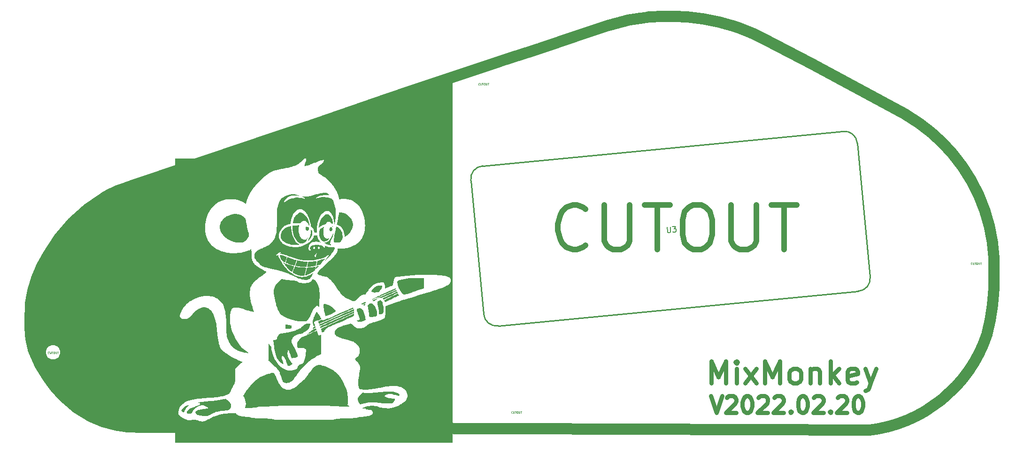
<source format=gbr>
%TF.GenerationSoftware,KiCad,Pcbnew,(6.0.1)*%
%TF.CreationDate,2022-02-21T20:53:04-05:00*%
%TF.ProjectId,uv_back,75765f62-6163-46b2-9e6b-696361645f70,rev?*%
%TF.SameCoordinates,Original*%
%TF.FileFunction,Legend,Top*%
%TF.FilePolarity,Positive*%
%FSLAX46Y46*%
G04 Gerber Fmt 4.6, Leading zero omitted, Abs format (unit mm)*
G04 Created by KiCad (PCBNEW (6.0.1)) date 2022-02-21 20:53:04*
%MOMM*%
%LPD*%
G01*
G04 APERTURE LIST*
%ADD10C,0.062500*%
%ADD11C,1.000000*%
%ADD12C,2.000000*%
%ADD13C,0.800000*%
%ADD14C,0.750000*%
%ADD15C,0.300000*%
%ADD16C,0.150000*%
%ADD17C,0.250000*%
%ADD18C,0.254000*%
G04 APERTURE END LIST*
D10*
X136541666Y-127825000D02*
X136525000Y-127841666D01*
X136475000Y-127858333D01*
X136441666Y-127858333D01*
X136391666Y-127841666D01*
X136358333Y-127808333D01*
X136341666Y-127775000D01*
X136325000Y-127708333D01*
X136325000Y-127658333D01*
X136341666Y-127591666D01*
X136358333Y-127558333D01*
X136391666Y-127525000D01*
X136441666Y-127508333D01*
X136475000Y-127508333D01*
X136525000Y-127525000D01*
X136541666Y-127541666D01*
X136691666Y-127508333D02*
X136691666Y-127791666D01*
X136708333Y-127825000D01*
X136725000Y-127841666D01*
X136758333Y-127858333D01*
X136825000Y-127858333D01*
X136858333Y-127841666D01*
X136875000Y-127825000D01*
X136891666Y-127791666D01*
X136891666Y-127508333D01*
X137008333Y-127508333D02*
X137208333Y-127508333D01*
X137108333Y-127858333D02*
X137108333Y-127508333D01*
X137391666Y-127508333D02*
X137458333Y-127508333D01*
X137491666Y-127525000D01*
X137525000Y-127558333D01*
X137541666Y-127625000D01*
X137541666Y-127741666D01*
X137525000Y-127808333D01*
X137491666Y-127841666D01*
X137458333Y-127858333D01*
X137391666Y-127858333D01*
X137358333Y-127841666D01*
X137325000Y-127808333D01*
X137308333Y-127741666D01*
X137308333Y-127625000D01*
X137325000Y-127558333D01*
X137358333Y-127525000D01*
X137391666Y-127508333D01*
X137691666Y-127508333D02*
X137691666Y-127791666D01*
X137708333Y-127825000D01*
X137725000Y-127841666D01*
X137758333Y-127858333D01*
X137825000Y-127858333D01*
X137858333Y-127841666D01*
X137875000Y-127825000D01*
X137891666Y-127791666D01*
X137891666Y-127508333D01*
X138008333Y-127508333D02*
X138208333Y-127508333D01*
X138108333Y-127858333D02*
X138108333Y-127508333D01*
X52991666Y-117050000D02*
X52975000Y-117066666D01*
X52925000Y-117083333D01*
X52891666Y-117083333D01*
X52841666Y-117066666D01*
X52808333Y-117033333D01*
X52791666Y-117000000D01*
X52775000Y-116933333D01*
X52775000Y-116883333D01*
X52791666Y-116816666D01*
X52808333Y-116783333D01*
X52841666Y-116750000D01*
X52891666Y-116733333D01*
X52925000Y-116733333D01*
X52975000Y-116750000D01*
X52991666Y-116766666D01*
X53141666Y-116733333D02*
X53141666Y-117016666D01*
X53158333Y-117050000D01*
X53175000Y-117066666D01*
X53208333Y-117083333D01*
X53275000Y-117083333D01*
X53308333Y-117066666D01*
X53325000Y-117050000D01*
X53341666Y-117016666D01*
X53341666Y-116733333D01*
X53458333Y-116733333D02*
X53658333Y-116733333D01*
X53558333Y-117083333D02*
X53558333Y-116733333D01*
X53841666Y-116733333D02*
X53908333Y-116733333D01*
X53941666Y-116750000D01*
X53975000Y-116783333D01*
X53991666Y-116850000D01*
X53991666Y-116966666D01*
X53975000Y-117033333D01*
X53941666Y-117066666D01*
X53908333Y-117083333D01*
X53841666Y-117083333D01*
X53808333Y-117066666D01*
X53775000Y-117033333D01*
X53758333Y-116966666D01*
X53758333Y-116850000D01*
X53775000Y-116783333D01*
X53808333Y-116750000D01*
X53841666Y-116733333D01*
X54141666Y-116733333D02*
X54141666Y-117016666D01*
X54158333Y-117050000D01*
X54175000Y-117066666D01*
X54208333Y-117083333D01*
X54275000Y-117083333D01*
X54308333Y-117066666D01*
X54325000Y-117050000D01*
X54341666Y-117016666D01*
X54341666Y-116733333D01*
X54458333Y-116733333D02*
X54658333Y-116733333D01*
X54558333Y-117083333D02*
X54558333Y-116733333D01*
X130616666Y-68575000D02*
X130600000Y-68591666D01*
X130550000Y-68608333D01*
X130516666Y-68608333D01*
X130466666Y-68591666D01*
X130433333Y-68558333D01*
X130416666Y-68525000D01*
X130400000Y-68458333D01*
X130400000Y-68408333D01*
X130416666Y-68341666D01*
X130433333Y-68308333D01*
X130466666Y-68275000D01*
X130516666Y-68258333D01*
X130550000Y-68258333D01*
X130600000Y-68275000D01*
X130616666Y-68291666D01*
X130766666Y-68258333D02*
X130766666Y-68541666D01*
X130783333Y-68575000D01*
X130800000Y-68591666D01*
X130833333Y-68608333D01*
X130900000Y-68608333D01*
X130933333Y-68591666D01*
X130950000Y-68575000D01*
X130966666Y-68541666D01*
X130966666Y-68258333D01*
X131083333Y-68258333D02*
X131283333Y-68258333D01*
X131183333Y-68608333D02*
X131183333Y-68258333D01*
X131466666Y-68258333D02*
X131533333Y-68258333D01*
X131566666Y-68275000D01*
X131600000Y-68308333D01*
X131616666Y-68375000D01*
X131616666Y-68491666D01*
X131600000Y-68558333D01*
X131566666Y-68591666D01*
X131533333Y-68608333D01*
X131466666Y-68608333D01*
X131433333Y-68591666D01*
X131400000Y-68558333D01*
X131383333Y-68491666D01*
X131383333Y-68375000D01*
X131400000Y-68308333D01*
X131433333Y-68275000D01*
X131466666Y-68258333D01*
X131766666Y-68258333D02*
X131766666Y-68541666D01*
X131783333Y-68575000D01*
X131800000Y-68591666D01*
X131833333Y-68608333D01*
X131900000Y-68608333D01*
X131933333Y-68591666D01*
X131950000Y-68575000D01*
X131966666Y-68541666D01*
X131966666Y-68258333D01*
X132083333Y-68258333D02*
X132283333Y-68258333D01*
X132183333Y-68608333D02*
X132183333Y-68258333D01*
X219416666Y-100950000D02*
X219400000Y-100966666D01*
X219350000Y-100983333D01*
X219316666Y-100983333D01*
X219266666Y-100966666D01*
X219233333Y-100933333D01*
X219216666Y-100900000D01*
X219200000Y-100833333D01*
X219200000Y-100783333D01*
X219216666Y-100716666D01*
X219233333Y-100683333D01*
X219266666Y-100650000D01*
X219316666Y-100633333D01*
X219350000Y-100633333D01*
X219400000Y-100650000D01*
X219416666Y-100666666D01*
X219566666Y-100633333D02*
X219566666Y-100916666D01*
X219583333Y-100950000D01*
X219600000Y-100966666D01*
X219633333Y-100983333D01*
X219700000Y-100983333D01*
X219733333Y-100966666D01*
X219750000Y-100950000D01*
X219766666Y-100916666D01*
X219766666Y-100633333D01*
X219883333Y-100633333D02*
X220083333Y-100633333D01*
X219983333Y-100983333D02*
X219983333Y-100633333D01*
X220266666Y-100633333D02*
X220333333Y-100633333D01*
X220366666Y-100650000D01*
X220400000Y-100683333D01*
X220416666Y-100750000D01*
X220416666Y-100866666D01*
X220400000Y-100933333D01*
X220366666Y-100966666D01*
X220333333Y-100983333D01*
X220266666Y-100983333D01*
X220233333Y-100966666D01*
X220200000Y-100933333D01*
X220183333Y-100866666D01*
X220183333Y-100750000D01*
X220200000Y-100683333D01*
X220233333Y-100650000D01*
X220266666Y-100633333D01*
X220566666Y-100633333D02*
X220566666Y-100916666D01*
X220583333Y-100950000D01*
X220600000Y-100966666D01*
X220633333Y-100983333D01*
X220700000Y-100983333D01*
X220733333Y-100966666D01*
X220750000Y-100950000D01*
X220766666Y-100916666D01*
X220766666Y-100633333D01*
X220883333Y-100633333D02*
X221083333Y-100633333D01*
X220983333Y-100983333D02*
X220983333Y-100633333D01*
D11*
X149709523Y-97507142D02*
X149328571Y-97888095D01*
X148185714Y-98269047D01*
X147423809Y-98269047D01*
X146280952Y-97888095D01*
X145519047Y-97126190D01*
X145138095Y-96364285D01*
X144757142Y-94840476D01*
X144757142Y-93697619D01*
X145138095Y-92173809D01*
X145519047Y-91411904D01*
X146280952Y-90650000D01*
X147423809Y-90269047D01*
X148185714Y-90269047D01*
X149328571Y-90650000D01*
X149709523Y-91030952D01*
X153138095Y-90269047D02*
X153138095Y-96745238D01*
X153519047Y-97507142D01*
X153900000Y-97888095D01*
X154661904Y-98269047D01*
X156185714Y-98269047D01*
X156947619Y-97888095D01*
X157328571Y-97507142D01*
X157709523Y-96745238D01*
X157709523Y-90269047D01*
X160376190Y-90269047D02*
X164947619Y-90269047D01*
X162661904Y-98269047D02*
X162661904Y-90269047D01*
X169138095Y-90269047D02*
X170661904Y-90269047D01*
X171423809Y-90650000D01*
X172185714Y-91411904D01*
X172566666Y-92935714D01*
X172566666Y-95602380D01*
X172185714Y-97126190D01*
X171423809Y-97888095D01*
X170661904Y-98269047D01*
X169138095Y-98269047D01*
X168376190Y-97888095D01*
X167614285Y-97126190D01*
X167233333Y-95602380D01*
X167233333Y-92935714D01*
X167614285Y-91411904D01*
X168376190Y-90650000D01*
X169138095Y-90269047D01*
X175995238Y-90269047D02*
X175995238Y-96745238D01*
X176376190Y-97507142D01*
X176757142Y-97888095D01*
X177519047Y-98269047D01*
X179042857Y-98269047D01*
X179804761Y-97888095D01*
X180185714Y-97507142D01*
X180566666Y-96745238D01*
X180566666Y-90269047D01*
X183233333Y-90269047D02*
X187804761Y-90269047D01*
X185519047Y-98269047D02*
X185519047Y-90269047D01*
D12*
X52864400Y-121517400D02*
G75*
G03*
X55734600Y-124946400I15707372J10231920D01*
G01*
X65234200Y-130026400D02*
G75*
G03*
X68764800Y-130356600I3297520J16217866D01*
G01*
X100083000Y-75924400D02*
X95993600Y-77296000D01*
X177781600Y-58423800D02*
X176587800Y-58017400D01*
X65513600Y-87659200D02*
X64065800Y-88345000D01*
X60535200Y-128451600D02*
G75*
G03*
X65234200Y-130026400I7746940J15317865D01*
G01*
X141307200Y-62030600D02*
X135211200Y-64037200D01*
X135211200Y-64037200D02*
X115018200Y-70819000D01*
X157487000Y-56874400D02*
G75*
G03*
X153905600Y-57839600I10225116J-45067600D01*
G01*
X64065800Y-88345000D02*
X62973600Y-88929200D01*
X68764800Y-130356600D02*
X72600200Y-130432800D01*
X223400001Y-102950000D02*
G75*
G03*
X215881600Y-80979000I-31719042J1417739D01*
G01*
X72701800Y-85144600D02*
X68637800Y-86516200D01*
X200667000Y-130940800D02*
G75*
G03*
X222104600Y-113668800I-2759009J25364340D01*
G01*
X153905600Y-57839600D02*
X150832200Y-58830200D01*
X50172000Y-116437400D02*
G75*
G03*
X52864400Y-121517400I18864321J6744604D01*
G01*
X165259400Y-56188600D02*
G75*
G03*
X157487000Y-56874400I-1052623J-32456774D01*
G01*
X55734600Y-124946400D02*
G75*
G03*
X60535200Y-128451600I12817572J12514534D01*
G01*
X215881600Y-80979000D02*
G75*
G03*
X207626600Y-74044800I-24517983J-20807284D01*
G01*
X62973600Y-88929200D02*
G75*
G03*
X52788200Y-99343200I14138551J-24016102D01*
G01*
X52788200Y-99343200D02*
G75*
G03*
X49638600Y-108055400I18320639J-11548620D01*
G01*
X222104600Y-113668800D02*
G75*
G03*
X223400000Y-102950000I-38476896J10087728D01*
G01*
X200667000Y-130940800D02*
X72600200Y-130432800D01*
X95993600Y-77296000D02*
X72701800Y-85144600D01*
X176587800Y-58017400D02*
G75*
G03*
X165259400Y-56188600I-11639838J-36101355D01*
G01*
X66732800Y-87202000D02*
X65513600Y-87659200D01*
X180042200Y-59389000D02*
X177781600Y-58423800D01*
X49537000Y-112271800D02*
G75*
G03*
X50172000Y-116437400I15231847J190728D01*
G01*
X207626600Y-74044800D02*
X190532400Y-64748400D01*
X147987400Y-59770000D02*
X141307200Y-62030600D01*
X190532400Y-64748400D02*
X182099600Y-60354200D01*
X182099600Y-60354200D02*
X180042200Y-59389000D01*
X68637800Y-86516200D02*
X66732800Y-87202000D01*
X49638600Y-108055400D02*
G75*
G03*
X49537000Y-112271800I44653915J-3185422D01*
G01*
X115018200Y-70819000D02*
X100083000Y-75924400D01*
X150832200Y-58830200D02*
X147987400Y-59770000D01*
D13*
X172383333Y-122459523D02*
X172383333Y-118459523D01*
X173716666Y-121316666D01*
X175050000Y-118459523D01*
X175050000Y-122459523D01*
X176954761Y-122459523D02*
X176954761Y-119792857D01*
X176954761Y-118459523D02*
X176764285Y-118650000D01*
X176954761Y-118840476D01*
X177145238Y-118650000D01*
X176954761Y-118459523D01*
X176954761Y-118840476D01*
X178478571Y-122459523D02*
X180573809Y-119792857D01*
X178478571Y-119792857D02*
X180573809Y-122459523D01*
X182097619Y-122459523D02*
X182097619Y-118459523D01*
X183430952Y-121316666D01*
X184764285Y-118459523D01*
X184764285Y-122459523D01*
X187240476Y-122459523D02*
X186859523Y-122269047D01*
X186669047Y-122078571D01*
X186478571Y-121697619D01*
X186478571Y-120554761D01*
X186669047Y-120173809D01*
X186859523Y-119983333D01*
X187240476Y-119792857D01*
X187811904Y-119792857D01*
X188192857Y-119983333D01*
X188383333Y-120173809D01*
X188573809Y-120554761D01*
X188573809Y-121697619D01*
X188383333Y-122078571D01*
X188192857Y-122269047D01*
X187811904Y-122459523D01*
X187240476Y-122459523D01*
X190288095Y-119792857D02*
X190288095Y-122459523D01*
X190288095Y-120173809D02*
X190478571Y-119983333D01*
X190859523Y-119792857D01*
X191430952Y-119792857D01*
X191811904Y-119983333D01*
X192002380Y-120364285D01*
X192002380Y-122459523D01*
X193907142Y-122459523D02*
X193907142Y-118459523D01*
X194288095Y-120935714D02*
X195430952Y-122459523D01*
X195430952Y-119792857D02*
X193907142Y-121316666D01*
X198669047Y-122269047D02*
X198288095Y-122459523D01*
X197526190Y-122459523D01*
X197145238Y-122269047D01*
X196954761Y-121888095D01*
X196954761Y-120364285D01*
X197145238Y-119983333D01*
X197526190Y-119792857D01*
X198288095Y-119792857D01*
X198669047Y-119983333D01*
X198859523Y-120364285D01*
X198859523Y-120745238D01*
X196954761Y-121126190D01*
X200192857Y-119792857D02*
X201145238Y-122459523D01*
X202097619Y-119792857D02*
X201145238Y-122459523D01*
X200764285Y-123411904D01*
X200573809Y-123602380D01*
X200192857Y-123792857D01*
D14*
X172317857Y-124757142D02*
X173317857Y-127757142D01*
X174317857Y-124757142D01*
X175175000Y-125042857D02*
X175317857Y-124900000D01*
X175603571Y-124757142D01*
X176317857Y-124757142D01*
X176603571Y-124900000D01*
X176746428Y-125042857D01*
X176889285Y-125328571D01*
X176889285Y-125614285D01*
X176746428Y-126042857D01*
X175032142Y-127757142D01*
X176889285Y-127757142D01*
X178746428Y-124757142D02*
X179032142Y-124757142D01*
X179317857Y-124900000D01*
X179460714Y-125042857D01*
X179603571Y-125328571D01*
X179746428Y-125900000D01*
X179746428Y-126614285D01*
X179603571Y-127185714D01*
X179460714Y-127471428D01*
X179317857Y-127614285D01*
X179032142Y-127757142D01*
X178746428Y-127757142D01*
X178460714Y-127614285D01*
X178317857Y-127471428D01*
X178175000Y-127185714D01*
X178032142Y-126614285D01*
X178032142Y-125900000D01*
X178175000Y-125328571D01*
X178317857Y-125042857D01*
X178460714Y-124900000D01*
X178746428Y-124757142D01*
X180889285Y-125042857D02*
X181032142Y-124900000D01*
X181317857Y-124757142D01*
X182032142Y-124757142D01*
X182317857Y-124900000D01*
X182460714Y-125042857D01*
X182603571Y-125328571D01*
X182603571Y-125614285D01*
X182460714Y-126042857D01*
X180746428Y-127757142D01*
X182603571Y-127757142D01*
X183746428Y-125042857D02*
X183889285Y-124900000D01*
X184175000Y-124757142D01*
X184889285Y-124757142D01*
X185175000Y-124900000D01*
X185317857Y-125042857D01*
X185460714Y-125328571D01*
X185460714Y-125614285D01*
X185317857Y-126042857D01*
X183603571Y-127757142D01*
X185460714Y-127757142D01*
X186746428Y-127471428D02*
X186889285Y-127614285D01*
X186746428Y-127757142D01*
X186603571Y-127614285D01*
X186746428Y-127471428D01*
X186746428Y-127757142D01*
X188746428Y-124757142D02*
X189032142Y-124757142D01*
X189317857Y-124900000D01*
X189460714Y-125042857D01*
X189603571Y-125328571D01*
X189746428Y-125900000D01*
X189746428Y-126614285D01*
X189603571Y-127185714D01*
X189460714Y-127471428D01*
X189317857Y-127614285D01*
X189032142Y-127757142D01*
X188746428Y-127757142D01*
X188460714Y-127614285D01*
X188317857Y-127471428D01*
X188175000Y-127185714D01*
X188032142Y-126614285D01*
X188032142Y-125900000D01*
X188175000Y-125328571D01*
X188317857Y-125042857D01*
X188460714Y-124900000D01*
X188746428Y-124757142D01*
X190889285Y-125042857D02*
X191032142Y-124900000D01*
X191317857Y-124757142D01*
X192032142Y-124757142D01*
X192317857Y-124900000D01*
X192460714Y-125042857D01*
X192603571Y-125328571D01*
X192603571Y-125614285D01*
X192460714Y-126042857D01*
X190746428Y-127757142D01*
X192603571Y-127757142D01*
X193889285Y-127471428D02*
X194032142Y-127614285D01*
X193889285Y-127757142D01*
X193746428Y-127614285D01*
X193889285Y-127471428D01*
X193889285Y-127757142D01*
X195175000Y-125042857D02*
X195317857Y-124900000D01*
X195603571Y-124757142D01*
X196317857Y-124757142D01*
X196603571Y-124900000D01*
X196746428Y-125042857D01*
X196889285Y-125328571D01*
X196889285Y-125614285D01*
X196746428Y-126042857D01*
X195032142Y-127757142D01*
X196889285Y-127757142D01*
X198746428Y-124757142D02*
X199032142Y-124757142D01*
X199317857Y-124900000D01*
X199460714Y-125042857D01*
X199603571Y-125328571D01*
X199746428Y-125900000D01*
X199746428Y-126614285D01*
X199603571Y-127185714D01*
X199460714Y-127471428D01*
X199317857Y-127614285D01*
X199032142Y-127757142D01*
X198746428Y-127757142D01*
X198460714Y-127614285D01*
X198317857Y-127471428D01*
X198175000Y-127185714D01*
X198032142Y-126614285D01*
X198032142Y-125900000D01*
X198175000Y-125328571D01*
X198317857Y-125042857D01*
X198460714Y-124900000D01*
X198746428Y-124757142D01*
D15*
%TO.C,G\u002A\u002A\u002A*%
X112657428Y-114038000D02*
X112512285Y-113965428D01*
X112294571Y-113965428D01*
X112076857Y-114038000D01*
X111931714Y-114183142D01*
X111859142Y-114328285D01*
X111786571Y-114618571D01*
X111786571Y-114836285D01*
X111859142Y-115126571D01*
X111931714Y-115271714D01*
X112076857Y-115416857D01*
X112294571Y-115489428D01*
X112439714Y-115489428D01*
X112657428Y-115416857D01*
X112730000Y-115344285D01*
X112730000Y-114836285D01*
X112439714Y-114836285D01*
X113600857Y-113965428D02*
X113600857Y-114328285D01*
X113238000Y-114183142D02*
X113600857Y-114328285D01*
X113963714Y-114183142D01*
X113383142Y-114618571D02*
X113600857Y-114328285D01*
X113818571Y-114618571D01*
X114762000Y-113965428D02*
X114762000Y-114328285D01*
X114399142Y-114183142D02*
X114762000Y-114328285D01*
X115124857Y-114183142D01*
X114544285Y-114618571D02*
X114762000Y-114328285D01*
X114979714Y-114618571D01*
X115923142Y-113965428D02*
X115923142Y-114328285D01*
X115560285Y-114183142D02*
X115923142Y-114328285D01*
X116286000Y-114183142D01*
X115705428Y-114618571D02*
X115923142Y-114328285D01*
X116140857Y-114618571D01*
D16*
%TO.C,U3*%
X164439115Y-94277927D02*
X164516705Y-95083724D01*
X164573233Y-95173959D01*
X164625197Y-95216795D01*
X164724560Y-95255067D01*
X164914160Y-95236810D01*
X165004395Y-95180282D01*
X165047231Y-95128319D01*
X165085503Y-95028955D01*
X165007913Y-94223158D01*
X165387112Y-94186645D02*
X166003309Y-94127312D01*
X165708023Y-94538459D01*
X165850223Y-94524767D01*
X165949587Y-94563039D01*
X166001550Y-94605874D01*
X166058078Y-94696110D01*
X166080899Y-94933109D01*
X166042627Y-95032473D01*
X165999791Y-95084437D01*
X165909556Y-95140965D01*
X165625157Y-95168349D01*
X165525793Y-95130078D01*
X165473829Y-95087242D01*
%TO.C,G\u002A\u002A\u002A*%
G36*
X96641753Y-94435230D02*
G01*
X96683398Y-94901811D01*
X96760203Y-95343412D01*
X96870931Y-95756469D01*
X97014346Y-96137413D01*
X97189210Y-96482679D01*
X97394288Y-96788699D01*
X97503617Y-96921193D01*
X97594091Y-97011270D01*
X97707865Y-97106989D01*
X97831013Y-97198229D01*
X97949613Y-97274873D01*
X98049739Y-97326802D01*
X98074804Y-97336284D01*
X98128735Y-97360675D01*
X98147647Y-97383294D01*
X98145102Y-97387906D01*
X98101694Y-97405820D01*
X98015420Y-97423628D01*
X97896217Y-97440525D01*
X97754022Y-97455710D01*
X97598772Y-97468378D01*
X97440403Y-97477724D01*
X97288851Y-97482947D01*
X97154053Y-97483241D01*
X97045946Y-97477804D01*
X97040332Y-97477259D01*
X96649131Y-97418622D01*
X96261208Y-97323767D01*
X95893348Y-97197279D01*
X95690119Y-97108526D01*
X95415551Y-96955194D01*
X95188139Y-96780686D01*
X95008534Y-96586814D01*
X94877390Y-96375389D01*
X94795361Y-96148224D01*
X94763100Y-95907131D01*
X94781259Y-95653922D01*
X94850492Y-95390410D01*
X94971452Y-95118407D01*
X94972289Y-95116840D01*
X95137318Y-94850162D01*
X95324188Y-94629353D01*
X95536995Y-94450546D01*
X95779832Y-94309874D01*
X95868205Y-94270770D01*
X96018273Y-94214096D01*
X96184683Y-94159635D01*
X96348079Y-94113170D01*
X96489106Y-94080485D01*
X96528086Y-94073607D01*
X96623116Y-94058715D01*
X96641753Y-94435230D01*
G37*
G36*
X111223319Y-128050589D02*
G01*
X111226479Y-128081923D01*
X111223319Y-128085793D01*
X111207622Y-128082169D01*
X111205717Y-128068191D01*
X111215377Y-128046458D01*
X111223319Y-128050589D01*
G37*
G36*
X102554582Y-94243293D02*
G01*
X102544106Y-94288605D01*
X102500564Y-94437905D01*
X102466564Y-94624099D01*
X102443613Y-94831887D01*
X102433217Y-95045972D01*
X102436881Y-95251056D01*
X102442253Y-95323219D01*
X102488509Y-95612043D01*
X102570271Y-95862705D01*
X102676717Y-96059993D01*
X102799232Y-96206127D01*
X102936973Y-96303381D01*
X103086353Y-96350860D01*
X103243785Y-96347671D01*
X103405680Y-96292921D01*
X103469165Y-96257454D01*
X103541361Y-96214229D01*
X103576830Y-96198746D01*
X103582531Y-96209085D01*
X103573643Y-96228606D01*
X103520130Y-96305299D01*
X103435375Y-96401135D01*
X103331310Y-96504850D01*
X103219868Y-96605184D01*
X103112981Y-96690875D01*
X103022583Y-96750659D01*
X103017669Y-96753324D01*
X102870315Y-96813739D01*
X102712813Y-96847980D01*
X102563252Y-96853408D01*
X102459986Y-96834752D01*
X102293585Y-96754425D01*
X102140918Y-96629443D01*
X102004857Y-96466831D01*
X101888277Y-96273614D01*
X101794052Y-96056816D01*
X101725055Y-95823460D01*
X101684162Y-95580572D01*
X101674245Y-95335175D01*
X101698179Y-95094293D01*
X101714811Y-95013514D01*
X101764609Y-94842682D01*
X101829977Y-94703044D01*
X101919012Y-94584811D01*
X102039813Y-94478195D01*
X102200478Y-94373407D01*
X102282674Y-94327105D01*
X102406380Y-94262932D01*
X102490346Y-94227953D01*
X102538454Y-94221597D01*
X102554582Y-94243293D01*
G37*
G36*
X102739453Y-108141665D02*
G01*
X103038936Y-108188962D01*
X103336803Y-108286325D01*
X103626696Y-108431229D01*
X103855803Y-108585119D01*
X103938981Y-108651151D01*
X104049313Y-108743137D01*
X104175187Y-108851174D01*
X104304995Y-108965355D01*
X104372356Y-109025825D01*
X104499219Y-109140777D01*
X104590173Y-109226816D01*
X104647779Y-109291212D01*
X104674594Y-109341230D01*
X104673178Y-109384139D01*
X104646088Y-109427205D01*
X104595885Y-109477696D01*
X104547196Y-109522419D01*
X104397899Y-109646620D01*
X104228726Y-109760817D01*
X104032888Y-109868465D01*
X103803597Y-109973019D01*
X103534066Y-110077934D01*
X103287862Y-110163464D01*
X103150791Y-110208955D01*
X103032374Y-110247929D01*
X102941179Y-110277591D01*
X102885771Y-110295150D01*
X102872939Y-110298752D01*
X102855090Y-110278834D01*
X102839511Y-110252547D01*
X102813001Y-110189045D01*
X102778076Y-110085962D01*
X102738132Y-109955187D01*
X102696563Y-109808609D01*
X102656762Y-109658117D01*
X102622123Y-109515600D01*
X102600195Y-109414241D01*
X102559136Y-109180293D01*
X102527808Y-108943217D01*
X102507372Y-108716188D01*
X102498985Y-108512382D01*
X102503809Y-108344975D01*
X102504954Y-108331891D01*
X102524228Y-108126204D01*
X102739453Y-108141665D01*
G37*
G36*
X115525488Y-105377226D02*
G01*
X115546148Y-105442720D01*
X115547852Y-105486762D01*
X115544269Y-105492710D01*
X115518358Y-105505097D01*
X115448309Y-105536784D01*
X115338365Y-105585907D01*
X115192769Y-105650602D01*
X115015762Y-105729006D01*
X114811587Y-105819253D01*
X114584488Y-105919481D01*
X114338705Y-106027824D01*
X114078482Y-106142419D01*
X113808060Y-106261402D01*
X113531683Y-106382908D01*
X113253593Y-106505074D01*
X112978032Y-106626035D01*
X112709242Y-106743927D01*
X112451467Y-106856887D01*
X112208948Y-106963050D01*
X111985927Y-107060552D01*
X111786648Y-107147529D01*
X111615353Y-107222117D01*
X111476283Y-107282451D01*
X111373682Y-107326669D01*
X111311792Y-107352905D01*
X111298095Y-107358448D01*
X111272487Y-107363795D01*
X111277206Y-107343835D01*
X111312887Y-107292315D01*
X111413741Y-107191209D01*
X111565095Y-107091286D01*
X111764642Y-106993981D01*
X111848319Y-106959676D01*
X111946302Y-106918424D01*
X112078309Y-106858883D01*
X112231479Y-106787060D01*
X112392951Y-106708965D01*
X112515935Y-106647790D01*
X112700901Y-106556143D01*
X112926378Y-106447110D01*
X113184443Y-106324348D01*
X113467173Y-106191510D01*
X113766645Y-106052253D01*
X114074937Y-105910231D01*
X114384125Y-105769101D01*
X114686287Y-105632517D01*
X114973500Y-105504135D01*
X115237841Y-105387610D01*
X115398266Y-105317967D01*
X115485098Y-105280558D01*
X115525488Y-105377226D01*
G37*
G36*
X115615331Y-105618418D02*
G01*
X115646582Y-105663922D01*
X115672097Y-105720417D01*
X115682036Y-105767936D01*
X115676727Y-105783568D01*
X115649323Y-105798209D01*
X115578444Y-105833073D01*
X115468476Y-105886077D01*
X115323808Y-105955137D01*
X115148826Y-106038169D01*
X114947919Y-106133088D01*
X114725473Y-106237812D01*
X114485878Y-106350256D01*
X114321309Y-106427299D01*
X112987941Y-107050910D01*
X112822189Y-107021673D01*
X112687640Y-107007250D01*
X112561135Y-107016091D01*
X112433791Y-107051472D01*
X112296724Y-107116668D01*
X112141052Y-107214953D01*
X111981224Y-107331716D01*
X111825237Y-107444290D01*
X111689508Y-107529268D01*
X111579608Y-107583522D01*
X111501110Y-107603926D01*
X111496153Y-107604000D01*
X111445928Y-107593603D01*
X111376956Y-107568909D01*
X111370738Y-107566249D01*
X111313970Y-107536191D01*
X111286029Y-107510819D01*
X111285411Y-107507875D01*
X111308938Y-107495542D01*
X111376636Y-107463840D01*
X111484323Y-107414620D01*
X111627815Y-107349735D01*
X111802927Y-107271034D01*
X112005476Y-107180370D01*
X112231278Y-107079594D01*
X112476150Y-106970556D01*
X112735908Y-106855109D01*
X113006369Y-106735104D01*
X113283348Y-106612391D01*
X113562661Y-106488823D01*
X113840127Y-106366250D01*
X114111559Y-106246525D01*
X114372775Y-106131497D01*
X114619592Y-106023019D01*
X114847825Y-105922941D01*
X115053291Y-105833116D01*
X115231806Y-105755394D01*
X115379186Y-105691626D01*
X115491248Y-105643665D01*
X115563808Y-105613361D01*
X115588183Y-105603877D01*
X115615331Y-105618418D01*
G37*
G36*
X92561798Y-115245230D02*
G01*
X92565173Y-115236174D01*
X92581070Y-115276283D01*
X92588740Y-115278003D01*
X92603509Y-115285840D01*
X92640098Y-115328767D01*
X92691067Y-115397916D01*
X92699505Y-115410020D01*
X92778082Y-115515459D01*
X92869507Y-115626659D01*
X92934025Y-115698233D01*
X93060412Y-115830249D01*
X93074540Y-116081081D01*
X93118103Y-116463722D01*
X93205047Y-116863868D01*
X93332486Y-117273574D01*
X93497530Y-117684893D01*
X93697293Y-118089880D01*
X93928887Y-118480591D01*
X93968655Y-118541176D01*
X94119832Y-118750075D01*
X94297524Y-118965533D01*
X94491824Y-119177389D01*
X94692824Y-119375478D01*
X94890619Y-119549637D01*
X95075300Y-119689705D01*
X95112263Y-119714338D01*
X95436156Y-119898615D01*
X95763379Y-120035259D01*
X96090599Y-120124063D01*
X96414482Y-120164819D01*
X96731693Y-120157318D01*
X97038898Y-120101352D01*
X97332764Y-119996713D01*
X97571944Y-119867847D01*
X97659151Y-119805000D01*
X97713269Y-119741957D01*
X97750167Y-119661014D01*
X97786361Y-119558269D01*
X97823617Y-119452508D01*
X97832355Y-119427702D01*
X97888484Y-119293261D01*
X97955015Y-119192421D01*
X98041607Y-119117756D01*
X98157921Y-119061839D01*
X98313614Y-119017245D01*
X98386902Y-119001357D01*
X98495650Y-118974956D01*
X98591543Y-118944216D01*
X98656670Y-118915030D01*
X98664137Y-118910112D01*
X98789652Y-118788799D01*
X98904024Y-118616650D01*
X99006992Y-118394498D01*
X99098297Y-118123181D01*
X99177681Y-117803532D01*
X99244884Y-117436389D01*
X99299647Y-117022585D01*
X99323429Y-116785842D01*
X99334908Y-116647903D01*
X99339688Y-116550631D01*
X99337330Y-116482257D01*
X99327393Y-116431014D01*
X99309439Y-116385132D01*
X99308378Y-116382884D01*
X99255026Y-116292445D01*
X99186161Y-116220452D01*
X99095710Y-116164833D01*
X98977597Y-116123515D01*
X98825749Y-116094428D01*
X98634090Y-116075498D01*
X98396547Y-116064653D01*
X98373700Y-116064029D01*
X98219032Y-116059420D01*
X98079653Y-116054210D01*
X97965449Y-116048851D01*
X97886302Y-116043795D01*
X97854977Y-116040296D01*
X97821603Y-116024581D01*
X97798096Y-115985983D01*
X97778708Y-115912513D01*
X97769166Y-115861276D01*
X97748264Y-115686254D01*
X97741198Y-115495426D01*
X97747967Y-115310882D01*
X97768569Y-115154710D01*
X97769198Y-115151663D01*
X97824769Y-114958685D01*
X97910522Y-114781865D01*
X98033187Y-114609787D01*
X98186217Y-114444075D01*
X98413305Y-114219646D01*
X99205405Y-113865092D01*
X99436323Y-113761613D01*
X99687364Y-113648912D01*
X99944974Y-113533090D01*
X100195595Y-113420246D01*
X100425671Y-113316479D01*
X100621645Y-113227889D01*
X100628815Y-113224642D01*
X100797662Y-113148513D01*
X100949876Y-113080527D01*
X101079111Y-113023464D01*
X101179024Y-112980107D01*
X101243269Y-112953237D01*
X101265486Y-112945516D01*
X101275097Y-112971510D01*
X101298542Y-113039617D01*
X101333103Y-113141804D01*
X101376061Y-113270039D01*
X101421867Y-113407744D01*
X101470351Y-113552665D01*
X101513288Y-113678550D01*
X101547922Y-113777514D01*
X101571494Y-113841672D01*
X101581133Y-113863201D01*
X101607555Y-113853616D01*
X101670154Y-113828213D01*
X101756589Y-113792024D01*
X101777868Y-113782991D01*
X101871060Y-113747071D01*
X101947058Y-113724622D01*
X101991908Y-113719608D01*
X101995939Y-113721063D01*
X102013048Y-113723278D01*
X102006679Y-113708861D01*
X102004998Y-113681696D01*
X102015425Y-113678378D01*
X102020102Y-113703900D01*
X102024618Y-113776937D01*
X102028937Y-113892200D01*
X102033024Y-114044399D01*
X102036842Y-114228241D01*
X102040358Y-114438439D01*
X102043534Y-114669699D01*
X102046335Y-114916734D01*
X102048726Y-115174250D01*
X102050671Y-115436960D01*
X102052135Y-115699571D01*
X102053082Y-115956794D01*
X102053475Y-116203337D01*
X102053281Y-116433911D01*
X102052462Y-116643225D01*
X102050985Y-116825989D01*
X102048812Y-116976912D01*
X102045908Y-117090703D01*
X102042238Y-117162073D01*
X102039018Y-117184440D01*
X102023578Y-117210059D01*
X102018811Y-117203222D01*
X102006846Y-117194597D01*
X101997152Y-117205879D01*
X101966112Y-117227909D01*
X101897394Y-117264702D01*
X101802030Y-117310623D01*
X101719137Y-117347891D01*
X101278818Y-117562844D01*
X100829710Y-117826042D01*
X100375707Y-118134469D01*
X99920699Y-118485106D01*
X99468579Y-118874938D01*
X99023237Y-119300947D01*
X98588565Y-119760116D01*
X98545017Y-119808656D01*
X98363981Y-120013317D01*
X98211615Y-120190422D01*
X98079807Y-120350304D01*
X97960442Y-120503294D01*
X97845407Y-120659724D01*
X97726587Y-120829926D01*
X97626341Y-120978472D01*
X97432307Y-121262531D01*
X97257779Y-121503315D01*
X97099082Y-121704997D01*
X96952543Y-121871748D01*
X96814489Y-122007743D01*
X96681247Y-122117153D01*
X96549143Y-122204151D01*
X96545450Y-122206290D01*
X96309480Y-122312863D01*
X96052993Y-122374925D01*
X95785691Y-122391269D01*
X95517278Y-122360687D01*
X95442931Y-122343469D01*
X95271309Y-122299064D01*
X95146760Y-122058574D01*
X95101168Y-121961483D01*
X95043801Y-121825374D01*
X94979058Y-121661498D01*
X94911341Y-121481107D01*
X94845049Y-121295451D01*
X94821489Y-121226869D01*
X94725614Y-120949454D01*
X94639934Y-120715316D01*
X94560220Y-120516933D01*
X94482243Y-120346785D01*
X94401773Y-120197348D01*
X94314580Y-120061104D01*
X94216436Y-119930528D01*
X94103111Y-119798101D01*
X93970375Y-119656301D01*
X93894880Y-119579002D01*
X93747960Y-119432747D01*
X93579541Y-119269574D01*
X93399026Y-119098229D01*
X93215818Y-118927457D01*
X93039318Y-118766005D01*
X92878929Y-118622617D01*
X92744054Y-118506041D01*
X92717441Y-118483784D01*
X92616220Y-118396747D01*
X92553133Y-118333811D01*
X92523125Y-118288693D01*
X92521142Y-118255110D01*
X92525759Y-118245513D01*
X92528314Y-118215732D01*
X92530796Y-118137885D01*
X92533154Y-118016710D01*
X92535340Y-117856948D01*
X92537304Y-117663339D01*
X92538997Y-117440622D01*
X92540369Y-117193537D01*
X92541371Y-116926825D01*
X92541883Y-116696701D01*
X92542659Y-116420632D01*
X92544064Y-116162833D01*
X92546029Y-115927688D01*
X92548483Y-115719581D01*
X92551357Y-115542898D01*
X92554581Y-115402021D01*
X92555758Y-115368191D01*
X92564968Y-115368191D01*
X92574629Y-115389924D01*
X92582571Y-115385793D01*
X92585731Y-115354459D01*
X92582571Y-115350589D01*
X92566874Y-115354213D01*
X92564968Y-115368191D01*
X92555758Y-115368191D01*
X92558085Y-115301337D01*
X92561798Y-115245230D01*
G37*
G36*
X95099688Y-103658426D02*
G01*
X95287716Y-103703451D01*
X95496765Y-103745509D01*
X95707012Y-103781120D01*
X95898633Y-103806802D01*
X95997401Y-103816069D01*
X96124529Y-103826869D01*
X96279256Y-103842333D01*
X96436870Y-103859915D01*
X96512266Y-103869113D01*
X96666033Y-103886327D01*
X96845757Y-103903011D01*
X97024616Y-103916808D01*
X97125455Y-103922993D01*
X97258425Y-103930674D01*
X97358156Y-103939925D01*
X97440332Y-103954679D01*
X97520638Y-103978870D01*
X97614758Y-104016429D01*
X97738376Y-104071291D01*
X97765201Y-104083411D01*
X98024342Y-104192869D01*
X98257341Y-104273160D01*
X98479250Y-104328157D01*
X98705121Y-104361734D01*
X98901767Y-104375909D01*
X99203542Y-104375342D01*
X99483411Y-104347137D01*
X99734733Y-104292699D01*
X99950872Y-104213433D01*
X100113346Y-104119493D01*
X100179536Y-104062004D01*
X100261963Y-103976869D01*
X100346133Y-103879384D01*
X100373555Y-103844876D01*
X100458153Y-103741151D01*
X100525546Y-103677620D01*
X100587131Y-103650093D01*
X100654309Y-103654376D01*
X100738479Y-103686277D01*
X100767484Y-103699994D01*
X100883650Y-103777807D01*
X101007907Y-103899669D01*
X101135046Y-104058523D01*
X101259862Y-104247313D01*
X101377148Y-104458981D01*
X101463390Y-104643137D01*
X101539524Y-104844960D01*
X101611382Y-105083084D01*
X101674560Y-105341006D01*
X101724656Y-105602221D01*
X101732470Y-105651767D01*
X101744374Y-105763972D01*
X101753665Y-105921449D01*
X101760349Y-106116728D01*
X101764437Y-106342339D01*
X101765937Y-106590813D01*
X101764857Y-106854679D01*
X101761207Y-107126467D01*
X101754995Y-107398709D01*
X101746230Y-107663934D01*
X101734921Y-107914673D01*
X101729704Y-108008948D01*
X101692880Y-108636711D01*
X101637292Y-108596448D01*
X101582030Y-108560984D01*
X101502103Y-108514749D01*
X101452746Y-108487910D01*
X101323788Y-108419636D01*
X101140619Y-108544790D01*
X101026031Y-108629990D01*
X100921863Y-108723979D01*
X100824369Y-108832458D01*
X100729806Y-108961131D01*
X100634427Y-109115701D01*
X100534487Y-109301871D01*
X100426242Y-109525342D01*
X100305947Y-109791819D01*
X100274460Y-109863740D01*
X100172017Y-110095792D01*
X100084449Y-110286340D01*
X100007611Y-110443144D01*
X99937356Y-110573962D01*
X99869541Y-110686555D01*
X99800018Y-110788679D01*
X99732507Y-110878125D01*
X99616078Y-111007034D01*
X99479617Y-111128213D01*
X99342383Y-111225168D01*
X99298195Y-111250087D01*
X99253511Y-111260192D01*
X99165860Y-111269603D01*
X99045079Y-111278024D01*
X98901008Y-111285159D01*
X98743483Y-111290712D01*
X98582342Y-111294386D01*
X98427424Y-111295885D01*
X98288567Y-111294912D01*
X98175607Y-111291171D01*
X98109667Y-111285887D01*
X97479815Y-111184909D01*
X96875465Y-111037755D01*
X96296339Y-110844339D01*
X95742163Y-110604572D01*
X95401915Y-110427567D01*
X95144120Y-110272665D01*
X94929716Y-110117449D01*
X94749719Y-109954881D01*
X94633358Y-109825675D01*
X94518917Y-109667782D01*
X94402234Y-109472283D01*
X94290866Y-109253461D01*
X94192374Y-109025599D01*
X94150458Y-108913143D01*
X94089828Y-108731474D01*
X94024433Y-108519798D01*
X93957074Y-108288641D01*
X93890553Y-108048524D01*
X93827671Y-107809973D01*
X93771230Y-107583511D01*
X93724031Y-107379661D01*
X93688875Y-107208947D01*
X93674434Y-107124882D01*
X93647183Y-106960760D01*
X93614034Y-106783473D01*
X93579451Y-106615908D01*
X93551880Y-106496673D01*
X93519542Y-106358920D01*
X93500809Y-106251497D01*
X93493671Y-106154289D01*
X93496119Y-106047181D01*
X93500445Y-105981808D01*
X93537688Y-105679199D01*
X93601860Y-105381764D01*
X93688284Y-105110622D01*
X93700148Y-105080307D01*
X93849110Y-104767922D01*
X94038100Y-104468322D01*
X94259280Y-104191309D01*
X94504813Y-103946689D01*
X94766863Y-103744264D01*
X94769646Y-103742416D01*
X94954469Y-103619895D01*
X95099688Y-103658426D01*
G37*
G36*
X107850377Y-108815145D02*
G01*
X107889023Y-108867231D01*
X107892270Y-108873303D01*
X107917480Y-108928111D01*
X107913485Y-108955642D01*
X107876777Y-108974752D01*
X107873146Y-108976163D01*
X107841833Y-108989564D01*
X107765169Y-109022977D01*
X107646113Y-109075100D01*
X107487629Y-109144629D01*
X107292677Y-109230262D01*
X107064218Y-109330697D01*
X106805215Y-109444630D01*
X106518629Y-109570759D01*
X106207422Y-109707781D01*
X105874554Y-109854393D01*
X105522988Y-110009293D01*
X105155685Y-110171178D01*
X104776507Y-110338348D01*
X104396913Y-110505680D01*
X104030389Y-110667160D01*
X103679870Y-110821500D01*
X103348290Y-110967411D01*
X103038583Y-111103604D01*
X102753685Y-111228793D01*
X102496531Y-111341687D01*
X102270054Y-111440999D01*
X102077191Y-111525440D01*
X101920875Y-111593722D01*
X101804042Y-111644557D01*
X101729625Y-111676656D01*
X101700561Y-111688730D01*
X101700519Y-111688743D01*
X101674023Y-111679538D01*
X101643645Y-111633027D01*
X101605964Y-111543303D01*
X101588636Y-111495564D01*
X101557514Y-111399011D01*
X101538186Y-111321895D01*
X101533702Y-111277142D01*
X101535829Y-111271836D01*
X101566969Y-111253638D01*
X101635218Y-111219787D01*
X101729614Y-111175224D01*
X101839196Y-111124890D01*
X101953003Y-111073727D01*
X102060071Y-111026677D01*
X102149439Y-110988681D01*
X102210146Y-110964680D01*
X102230166Y-110958836D01*
X102253618Y-110981215D01*
X102270550Y-111024844D01*
X102289922Y-111074240D01*
X102307723Y-111090852D01*
X102345755Y-111081896D01*
X102425136Y-111056926D01*
X102537892Y-111018787D01*
X102676049Y-110970326D01*
X102831634Y-110914389D01*
X102996672Y-110853822D01*
X103163188Y-110791471D01*
X103323209Y-110730183D01*
X103376914Y-110709232D01*
X103577742Y-110629752D01*
X103771212Y-110551563D01*
X103964583Y-110471533D01*
X104165113Y-110386529D01*
X104380063Y-110293422D01*
X104616691Y-110189080D01*
X104882257Y-110070370D01*
X105184020Y-109934161D01*
X105383783Y-109843502D01*
X105803215Y-109653434D01*
X106186933Y-109480753D01*
X106533615Y-109326030D01*
X106841935Y-109189837D01*
X107110571Y-109072747D01*
X107338198Y-108975330D01*
X107523492Y-108898159D01*
X107665130Y-108841805D01*
X107761787Y-108806840D01*
X107812140Y-108793837D01*
X107814156Y-108793763D01*
X107850377Y-108815145D01*
G37*
G36*
X98549722Y-88736036D02*
G01*
X98546098Y-88751733D01*
X98532120Y-88753638D01*
X98510387Y-88743977D01*
X98514518Y-88736036D01*
X98545853Y-88732876D01*
X98549722Y-88736036D01*
G37*
G36*
X107978649Y-109912202D02*
G01*
X107986577Y-109975580D01*
X107995066Y-110050466D01*
X108012619Y-110211431D01*
X107516704Y-110464185D01*
X107128186Y-110658776D01*
X106723917Y-110854888D01*
X106312921Y-111048445D01*
X105904224Y-111235370D01*
X105506851Y-111411586D01*
X105129826Y-111573016D01*
X104782175Y-111715583D01*
X104525296Y-111815573D01*
X104188746Y-111946136D01*
X103897968Y-112066893D01*
X103647496Y-112180813D01*
X103431866Y-112290862D01*
X103245610Y-112400009D01*
X103083264Y-112511222D01*
X102939360Y-112627468D01*
X102816712Y-112743281D01*
X102729721Y-112833285D01*
X102674377Y-112897249D01*
X102644069Y-112945534D01*
X102632186Y-112988500D01*
X102631888Y-113032940D01*
X102637837Y-113129175D01*
X102440242Y-113205752D01*
X102338198Y-113245152D01*
X102275686Y-113268522D01*
X102243032Y-113278991D01*
X102230558Y-113279686D01*
X102228586Y-113274159D01*
X102220081Y-113247731D01*
X102196803Y-113181163D01*
X102162105Y-113083915D01*
X102119342Y-112965445D01*
X102109939Y-112939549D01*
X102066741Y-112817762D01*
X102032274Y-112714911D01*
X102009580Y-112640520D01*
X102001703Y-112604113D01*
X102002196Y-112602204D01*
X102026930Y-112590263D01*
X102096134Y-112558155D01*
X102206285Y-112507484D01*
X102353860Y-112439850D01*
X102535335Y-112356855D01*
X102747186Y-112260103D01*
X102985889Y-112151194D01*
X103247922Y-112031732D01*
X103529760Y-111903317D01*
X103827881Y-111767553D01*
X104138759Y-111626040D01*
X104458872Y-111480382D01*
X104784696Y-111332180D01*
X105112708Y-111183037D01*
X105439384Y-111034554D01*
X105761199Y-110888334D01*
X106074632Y-110745978D01*
X106376158Y-110609088D01*
X106662253Y-110479268D01*
X106929394Y-110358118D01*
X107174057Y-110247242D01*
X107392719Y-110148240D01*
X107581856Y-110062715D01*
X107737945Y-109992269D01*
X107857461Y-109938505D01*
X107936882Y-109903023D01*
X107972683Y-109887427D01*
X107974411Y-109886826D01*
X107978649Y-109912202D01*
G37*
G36*
X107298025Y-126708420D02*
G01*
X107284823Y-126721621D01*
X107271621Y-126708420D01*
X107284823Y-126695218D01*
X107298025Y-126708420D01*
G37*
G36*
X109134104Y-108898655D02*
G01*
X109237383Y-108933860D01*
X109338480Y-109000803D01*
X109444496Y-109098922D01*
X109555775Y-109237669D01*
X109663484Y-109421066D01*
X109764724Y-109640960D01*
X109856596Y-109889199D01*
X109936204Y-110157630D01*
X110000647Y-110438101D01*
X110047029Y-110722460D01*
X110059099Y-110827690D01*
X110076492Y-111000184D01*
X109763194Y-111149051D01*
X109536242Y-111251059D01*
X109344990Y-111323084D01*
X109182550Y-111366365D01*
X109042032Y-111382139D01*
X108916548Y-111371644D01*
X108799209Y-111336119D01*
X108776611Y-111326346D01*
X108696865Y-111283043D01*
X108618157Y-111228825D01*
X108553707Y-111174210D01*
X108516735Y-111129718D01*
X108512578Y-111116259D01*
X108537111Y-111102953D01*
X108605048Y-111082074D01*
X108707891Y-111055801D01*
X108837145Y-111026310D01*
X108977891Y-110997050D01*
X109011125Y-110985511D01*
X109023240Y-110958847D01*
X109017990Y-110902143D01*
X109011258Y-110864434D01*
X108994000Y-110779210D01*
X108973559Y-110695731D01*
X108947015Y-110605100D01*
X108911450Y-110498420D01*
X108863945Y-110366795D01*
X108801581Y-110201326D01*
X108747711Y-110061083D01*
X108686236Y-109895780D01*
X108628239Y-109728839D01*
X108578097Y-109573681D01*
X108540187Y-109443724D01*
X108522167Y-109369667D01*
X108500163Y-109259580D01*
X108489305Y-109188626D01*
X108489691Y-109144302D01*
X108501417Y-109114103D01*
X108524364Y-109085763D01*
X108615589Y-109012836D01*
X108739498Y-108950160D01*
X108876013Y-108905848D01*
X109005057Y-108888011D01*
X109013899Y-108887967D01*
X109134104Y-108898655D01*
G37*
G36*
X95960397Y-99667274D02*
G01*
X96027586Y-99688764D01*
X96127950Y-99723384D01*
X96253386Y-99768351D01*
X96372361Y-99812141D01*
X96612519Y-99899045D01*
X96858581Y-99983615D01*
X97097324Y-100061549D01*
X97315528Y-100128550D01*
X97499972Y-100180317D01*
X97522193Y-100186064D01*
X97590023Y-100205814D01*
X97629934Y-100222132D01*
X97634407Y-100226585D01*
X97624908Y-100256522D01*
X97598916Y-100325839D01*
X97560189Y-100425255D01*
X97512484Y-100545490D01*
X97459559Y-100677261D01*
X97405171Y-100811287D01*
X97353078Y-100938287D01*
X97307037Y-101048980D01*
X97270807Y-101134083D01*
X97248144Y-101184317D01*
X97242884Y-101193664D01*
X97212107Y-101193598D01*
X97140914Y-101180933D01*
X97039597Y-101157827D01*
X96918442Y-101126436D01*
X96906087Y-101123050D01*
X96694553Y-101059818D01*
X96455372Y-100980113D01*
X96208182Y-100890974D01*
X95972617Y-100799443D01*
X95797330Y-100725522D01*
X95711004Y-100682871D01*
X95667836Y-100648477D01*
X95660196Y-100616138D01*
X95660624Y-100614410D01*
X95682492Y-100534595D01*
X95712820Y-100426247D01*
X95748879Y-100298854D01*
X95787942Y-100161904D01*
X95827283Y-100024885D01*
X95864173Y-99897285D01*
X95895886Y-99788591D01*
X95919693Y-99708293D01*
X95932868Y-99665877D01*
X95934489Y-99661700D01*
X95960397Y-99667274D01*
G37*
G36*
X95187561Y-100571179D02*
G01*
X95244845Y-100597818D01*
X95319693Y-100636744D01*
X95398327Y-100680385D01*
X95466968Y-100721169D01*
X95511838Y-100751523D01*
X95521740Y-100762317D01*
X95514514Y-100796449D01*
X95496693Y-100862029D01*
X95486187Y-100897931D01*
X95451035Y-101015509D01*
X95302553Y-100793730D01*
X95241175Y-100700318D01*
X95193718Y-100624756D01*
X95166069Y-100576620D01*
X95161620Y-100564401D01*
X95187561Y-100571179D01*
G37*
G36*
X100703905Y-110659487D02*
G01*
X100798831Y-110444400D01*
X100853617Y-110327740D01*
X100955003Y-110108392D01*
X101041842Y-109907183D01*
X101111868Y-109730086D01*
X101162812Y-109583072D01*
X101192407Y-109472114D01*
X101199228Y-109417472D01*
X101210114Y-109409819D01*
X101240552Y-109446493D01*
X101287820Y-109523939D01*
X101306850Y-109558204D01*
X101349744Y-109636405D01*
X101386926Y-109701919D01*
X101423903Y-109763026D01*
X101466180Y-109828004D01*
X101519262Y-109905133D01*
X101588656Y-110002692D01*
X101679867Y-110128959D01*
X101758006Y-110236606D01*
X101845957Y-110361774D01*
X101917209Y-110471276D01*
X101966913Y-110557155D01*
X101990222Y-110611457D01*
X101991360Y-110619454D01*
X101996574Y-110658566D01*
X102012876Y-110648247D01*
X102014221Y-110646169D01*
X102033272Y-110633357D01*
X102047677Y-110669009D01*
X102049881Y-110679803D01*
X102051659Y-110736108D01*
X102038940Y-110763791D01*
X102030902Y-110793411D01*
X102040970Y-110810253D01*
X102055294Y-110837747D01*
X102046455Y-110865571D01*
X102008587Y-110898300D01*
X101935821Y-110940511D01*
X101822288Y-110996778D01*
X101770131Y-111021439D01*
X101642976Y-111080315D01*
X101555906Y-111118127D01*
X101501701Y-111137278D01*
X101473142Y-111140173D01*
X101463007Y-111129214D01*
X101462485Y-111123856D01*
X101449495Y-111086098D01*
X101439836Y-111068964D01*
X101419933Y-111059436D01*
X101377888Y-111067016D01*
X101307289Y-111094048D01*
X101201726Y-111142875D01*
X101099072Y-111193543D01*
X100980775Y-111254000D01*
X100880122Y-111307622D01*
X100806314Y-111349345D01*
X100768553Y-111374105D01*
X100765895Y-111376929D01*
X100768194Y-111409801D01*
X100785243Y-111481899D01*
X100814222Y-111582655D01*
X100852310Y-111701497D01*
X100853163Y-111704038D01*
X100955089Y-112007428D01*
X100838636Y-112064005D01*
X100766279Y-112097057D01*
X100713335Y-112117436D01*
X100699379Y-112120582D01*
X100682636Y-112096921D01*
X100657575Y-112033780D01*
X100628629Y-111942924D01*
X100617309Y-111902754D01*
X100586816Y-111766364D01*
X100561388Y-111608774D01*
X100546024Y-111461591D01*
X100545105Y-111446327D01*
X100543085Y-111297233D01*
X100555456Y-111153063D01*
X100584717Y-111004757D01*
X100633367Y-110843252D01*
X100634607Y-110840021D01*
X102017359Y-110840021D01*
X102030561Y-110853222D01*
X102043763Y-110840021D01*
X102030561Y-110826819D01*
X102017359Y-110840021D01*
X100634607Y-110840021D01*
X100675147Y-110734407D01*
X102017359Y-110734407D01*
X102030561Y-110747609D01*
X102043763Y-110734407D01*
X102030561Y-110721206D01*
X102017359Y-110734407D01*
X100675147Y-110734407D01*
X100703905Y-110659487D01*
G37*
G36*
X107373209Y-125991773D02*
G01*
X107380302Y-126019318D01*
X107392657Y-126086548D01*
X107394345Y-126127478D01*
X107386979Y-126134007D01*
X107372171Y-126098032D01*
X107367747Y-126082388D01*
X107355439Y-126010011D01*
X107353844Y-125969127D01*
X107360089Y-125958186D01*
X107373209Y-125991773D01*
G37*
G36*
X95657480Y-100803412D02*
G01*
X95724964Y-100829921D01*
X95817874Y-100868486D01*
X95880634Y-100895317D01*
X96132888Y-100997131D01*
X96413473Y-101098269D01*
X96698463Y-101190470D01*
X96918325Y-101253525D01*
X97025535Y-101283026D01*
X97112104Y-101308503D01*
X97166290Y-101326410D01*
X97178353Y-101332026D01*
X97172717Y-101358698D01*
X97150714Y-101425283D01*
X97115827Y-101522760D01*
X97071538Y-101642107D01*
X97021330Y-101774303D01*
X96968687Y-101910328D01*
X96917091Y-102041160D01*
X96870024Y-102157778D01*
X96830971Y-102251161D01*
X96803413Y-102312288D01*
X96792511Y-102331408D01*
X96765580Y-102324221D01*
X96707606Y-102289241D01*
X96628019Y-102232593D01*
X96563893Y-102182844D01*
X96452502Y-102087672D01*
X96318552Y-101963927D01*
X96171950Y-101821663D01*
X96022604Y-101670936D01*
X95880423Y-101521800D01*
X95755314Y-101384310D01*
X95657185Y-101268521D01*
X95634932Y-101240099D01*
X95523294Y-101093810D01*
X95566002Y-100943682D01*
X95591555Y-100863735D01*
X95614335Y-100809279D01*
X95626880Y-100793555D01*
X95657480Y-100803412D01*
G37*
G36*
X101218083Y-100407931D02*
G01*
X101218279Y-100437349D01*
X101209367Y-100507409D01*
X101193420Y-100607144D01*
X101172515Y-100725587D01*
X101148724Y-100851769D01*
X101124123Y-100974724D01*
X101100787Y-101083485D01*
X101080789Y-101167085D01*
X101066205Y-101214556D01*
X101065019Y-101217103D01*
X101026475Y-101243656D01*
X100938397Y-101272506D01*
X100803974Y-101302986D01*
X100626396Y-101334430D01*
X100408850Y-101366171D01*
X100261538Y-101384952D01*
X100028899Y-101412108D01*
X99845182Y-101430947D01*
X99707189Y-101441645D01*
X99611723Y-101444381D01*
X99555587Y-101439330D01*
X99535584Y-101426670D01*
X99535447Y-101425136D01*
X99541186Y-101390368D01*
X99556770Y-101315010D01*
X99579750Y-101209829D01*
X99607677Y-101085590D01*
X99638101Y-100953059D01*
X99668574Y-100823003D01*
X99696646Y-100706187D01*
X99719869Y-100613377D01*
X99721843Y-100605781D01*
X99746743Y-100510419D01*
X100188964Y-100496057D01*
X100364905Y-100488057D01*
X100549097Y-100475787D01*
X100723582Y-100460690D01*
X100870405Y-100444208D01*
X100917371Y-100437550D01*
X101034273Y-100420956D01*
X101130902Y-100409949D01*
X101196020Y-100405635D01*
X101218083Y-100407931D01*
G37*
G36*
X115741022Y-105911186D02*
G01*
X115777077Y-105957313D01*
X115811461Y-106019278D01*
X115835036Y-106079933D01*
X115838667Y-106122133D01*
X115835039Y-106128142D01*
X115809188Y-106142231D01*
X115741613Y-106176553D01*
X115637677Y-106228485D01*
X115502744Y-106295404D01*
X115342177Y-106374686D01*
X115161340Y-106463708D01*
X114965595Y-106559846D01*
X114760307Y-106660479D01*
X114550839Y-106762982D01*
X114342555Y-106864732D01*
X114140817Y-106963106D01*
X113950989Y-107055481D01*
X113778436Y-107139234D01*
X113628519Y-107211740D01*
X113506603Y-107270378D01*
X113418051Y-107312523D01*
X113368227Y-107335553D01*
X113359142Y-107339093D01*
X113341633Y-107320391D01*
X113297616Y-107274201D01*
X113245570Y-107219858D01*
X113133551Y-107103111D01*
X113271973Y-107040682D01*
X113323869Y-107016826D01*
X113418123Y-106973026D01*
X113549309Y-106911821D01*
X113712004Y-106835748D01*
X113900782Y-106747346D01*
X114110220Y-106649154D01*
X114334893Y-106543709D01*
X114545738Y-106444660D01*
X114774869Y-106337007D01*
X114989830Y-106236079D01*
X115185809Y-106144131D01*
X115357994Y-106063417D01*
X115501570Y-105996192D01*
X115611725Y-105944712D01*
X115683648Y-105911231D01*
X115712431Y-105898042D01*
X115741022Y-105911186D01*
G37*
G36*
X104184836Y-94042792D02*
G01*
X104202514Y-94073486D01*
X104207038Y-94134224D01*
X104199246Y-94232846D01*
X104185605Y-94337942D01*
X104167000Y-94469958D01*
X104146356Y-94311538D01*
X104132776Y-94215314D01*
X104119328Y-94132719D01*
X104111604Y-94093711D01*
X104110420Y-94048108D01*
X104144922Y-94034466D01*
X104153166Y-94034303D01*
X104184836Y-94042792D01*
G37*
G36*
X107350831Y-125810707D02*
G01*
X107337630Y-125823908D01*
X107324428Y-125810707D01*
X107337630Y-125797505D01*
X107350831Y-125810707D01*
G37*
G36*
X98472163Y-88711283D02*
G01*
X98464288Y-88723283D01*
X98437508Y-88725150D01*
X98409335Y-88718702D01*
X98421556Y-88709198D01*
X98462821Y-88706051D01*
X98472163Y-88711283D01*
G37*
G36*
X85139774Y-125443819D02*
G01*
X85359468Y-125636336D01*
X85533223Y-125809485D01*
X85663230Y-125965627D01*
X85747099Y-126098226D01*
X85783749Y-126176604D01*
X85805294Y-126250622D01*
X85815541Y-126339505D01*
X85818286Y-126457588D01*
X85806739Y-126636873D01*
X85766602Y-126786876D01*
X85691313Y-126923174D01*
X85574309Y-127061344D01*
X85556192Y-127079756D01*
X85475868Y-127158774D01*
X85408693Y-127217127D01*
X85344021Y-127258893D01*
X85271203Y-127288146D01*
X85179591Y-127308964D01*
X85058538Y-127325422D01*
X84897397Y-127341597D01*
X84864035Y-127344725D01*
X84440898Y-127389542D01*
X84048010Y-127441777D01*
X83689959Y-127500603D01*
X83371332Y-127565191D01*
X83096717Y-127634715D01*
X82892331Y-127700331D01*
X82806102Y-127736011D01*
X82684218Y-127792286D01*
X82537143Y-127864025D01*
X82375336Y-127946095D01*
X82209259Y-128033365D01*
X82166239Y-128056507D01*
X81992255Y-128149940D01*
X81856322Y-128220915D01*
X81750472Y-128272869D01*
X81666733Y-128309236D01*
X81597136Y-128333454D01*
X81533711Y-128348957D01*
X81468488Y-128359182D01*
X81462370Y-128359947D01*
X81331316Y-128373354D01*
X81206561Y-128379183D01*
X81075576Y-128376985D01*
X80925829Y-128366307D01*
X80744793Y-128346698D01*
X80605348Y-128329072D01*
X80447419Y-128306295D01*
X80287906Y-128279707D01*
X80143919Y-128252381D01*
X80032568Y-128227387D01*
X80018954Y-128223818D01*
X79807735Y-128150126D01*
X79633382Y-128054450D01*
X79499760Y-127940030D01*
X79410731Y-127810108D01*
X79371683Y-127680831D01*
X79366854Y-127614196D01*
X79381066Y-127567768D01*
X79423753Y-127521110D01*
X79459419Y-127490729D01*
X79573486Y-127407935D01*
X79703530Y-127337595D01*
X79856029Y-127277783D01*
X80037464Y-127226571D01*
X80254313Y-127182033D01*
X80513057Y-127142242D01*
X80716529Y-127116878D01*
X81018513Y-127079272D01*
X81267706Y-127042423D01*
X81464105Y-127006331D01*
X81607708Y-126970999D01*
X81670159Y-126949501D01*
X81747779Y-126917829D01*
X81499461Y-126769967D01*
X81316545Y-126662302D01*
X81170084Y-126579857D01*
X81052061Y-126519375D01*
X80954462Y-126477596D01*
X80869273Y-126451262D01*
X80788478Y-126437114D01*
X80704062Y-126431893D01*
X80667192Y-126431575D01*
X80476066Y-126441562D01*
X80294297Y-126473364D01*
X80107134Y-126530872D01*
X79899828Y-126617975D01*
X79824688Y-126653776D01*
X79522176Y-126822865D01*
X79267895Y-127011825D01*
X79060729Y-127221738D01*
X78899557Y-127453685D01*
X78812352Y-127632536D01*
X78768700Y-127731673D01*
X78730018Y-127795506D01*
X78684550Y-127838818D01*
X78620542Y-127876394D01*
X78617040Y-127878185D01*
X78498742Y-127918473D01*
X78352360Y-127939549D01*
X78199455Y-127940201D01*
X78061587Y-127919216D01*
X78033700Y-127911013D01*
X77925558Y-127853589D01*
X77859450Y-127770615D01*
X77835029Y-127668049D01*
X77851950Y-127551847D01*
X77909869Y-127427967D01*
X78008440Y-127302366D01*
X78072514Y-127241086D01*
X78203357Y-127141937D01*
X78369311Y-127044166D01*
X78574502Y-126945828D01*
X78823060Y-126844977D01*
X79119110Y-126739669D01*
X79178482Y-126719852D01*
X79474407Y-126618300D01*
X79719417Y-126526229D01*
X79914471Y-126443241D01*
X80060530Y-126368938D01*
X80129321Y-126325344D01*
X80190166Y-126256512D01*
X80206661Y-126177125D01*
X80182938Y-126097556D01*
X80123129Y-126028178D01*
X80031367Y-125979365D01*
X79986964Y-125967981D01*
X79927021Y-125953287D01*
X79904185Y-125937907D01*
X79920850Y-125921165D01*
X79979409Y-125902384D01*
X80082257Y-125880889D01*
X80231787Y-125856004D01*
X80430393Y-125827051D01*
X80538253Y-125812268D01*
X80671080Y-125794770D01*
X80802744Y-125778467D01*
X80940431Y-125762628D01*
X81091325Y-125746526D01*
X81262610Y-125729431D01*
X81461472Y-125710616D01*
X81695094Y-125689351D01*
X81970662Y-125664909D01*
X82122453Y-125651615D01*
X82529367Y-125614889D01*
X82889283Y-125579660D01*
X83207960Y-125545112D01*
X83491156Y-125510430D01*
X83744630Y-125474798D01*
X83974140Y-125437400D01*
X84185445Y-125397420D01*
X84384302Y-125354044D01*
X84576471Y-125306455D01*
X84596476Y-125301185D01*
X84879024Y-125226355D01*
X85139774Y-125443819D01*
G37*
G36*
X101034852Y-101415855D02*
G01*
X101024596Y-101483574D01*
X101007134Y-101579823D01*
X100993665Y-101648017D01*
X100971022Y-101774315D01*
X100960760Y-101866808D01*
X100963603Y-101918026D01*
X100966974Y-101924085D01*
X100957568Y-101950218D01*
X100909118Y-102003211D01*
X100825542Y-102079215D01*
X100718889Y-102167849D01*
X100505169Y-102334238D01*
X100312817Y-102470862D01*
X100127707Y-102587057D01*
X99935714Y-102692156D01*
X99891891Y-102714344D01*
X99776645Y-102768776D01*
X99650469Y-102823150D01*
X99522419Y-102874214D01*
X99401553Y-102918712D01*
X99296925Y-102953393D01*
X99217595Y-102975002D01*
X99172616Y-102980285D01*
X99165800Y-102975197D01*
X99171665Y-102945310D01*
X99187957Y-102872548D01*
X99212724Y-102765113D01*
X99244012Y-102631208D01*
X99279868Y-102479036D01*
X99318338Y-102316798D01*
X99357469Y-102152699D01*
X99395309Y-101994939D01*
X99429903Y-101851722D01*
X99459299Y-101731251D01*
X99481544Y-101641727D01*
X99494683Y-101591353D01*
X99497219Y-101583426D01*
X99525915Y-101575754D01*
X99596639Y-101566785D01*
X99698670Y-101557646D01*
X99818213Y-101549641D01*
X100109645Y-101525998D01*
X100419354Y-101488685D01*
X100718961Y-101441378D01*
X100855613Y-101415228D01*
X100943796Y-101398542D01*
X101008733Y-101388859D01*
X101036016Y-101388227D01*
X101034852Y-101415855D01*
G37*
G36*
X102735412Y-99953857D02*
G01*
X102693508Y-100009969D01*
X102628176Y-100093814D01*
X102544591Y-100198965D01*
X102447929Y-100318993D01*
X102343366Y-100447471D01*
X102236078Y-100577970D01*
X102131239Y-100704063D01*
X102036558Y-100816347D01*
X101953490Y-100910275D01*
X101879514Y-100987116D01*
X101822746Y-101038881D01*
X101791491Y-101057588D01*
X101750646Y-101064802D01*
X101671893Y-101084278D01*
X101567803Y-101112766D01*
X101485023Y-101136798D01*
X101374086Y-101169414D01*
X101283152Y-101195508D01*
X101223329Y-101211931D01*
X101205545Y-101216008D01*
X101200219Y-101195002D01*
X101204638Y-101169802D01*
X101213723Y-101128457D01*
X101230709Y-101045689D01*
X101253497Y-100931925D01*
X101279987Y-100797592D01*
X101292373Y-100734147D01*
X101323575Y-100579240D01*
X101348566Y-100469686D01*
X101369429Y-100398688D01*
X101388249Y-100359447D01*
X101407110Y-100345167D01*
X101411756Y-100344698D01*
X101464952Y-100336392D01*
X101559410Y-100313190D01*
X101686556Y-100277666D01*
X101837820Y-100232397D01*
X102004628Y-100179956D01*
X102178410Y-100122919D01*
X102350592Y-100063861D01*
X102373158Y-100055905D01*
X102502836Y-100010590D01*
X102613474Y-99973002D01*
X102696233Y-99946060D01*
X102742274Y-99932682D01*
X102748711Y-99931906D01*
X102735412Y-99953857D01*
G37*
G36*
X100306914Y-94711051D02*
G01*
X100383661Y-94856687D01*
X100431838Y-95015793D01*
X100453956Y-95200273D01*
X100453329Y-95405249D01*
X100429749Y-95650661D01*
X100379332Y-95861484D01*
X100296267Y-96051571D01*
X100174742Y-96234774D01*
X100038751Y-96393412D01*
X99971726Y-96461875D01*
X99894763Y-96535338D01*
X99816926Y-96605862D01*
X99747279Y-96665508D01*
X99694887Y-96706338D01*
X99668814Y-96720411D01*
X99667463Y-96718592D01*
X99679994Y-96690639D01*
X99712861Y-96630522D01*
X99758974Y-96551205D01*
X99759413Y-96550467D01*
X99884205Y-96304838D01*
X99993185Y-96016384D01*
X100084057Y-95693326D01*
X100154526Y-95343886D01*
X100202296Y-94976288D01*
X100203970Y-94958420D01*
X100236776Y-94601975D01*
X100306914Y-94711051D01*
G37*
G36*
X98073387Y-93938822D02*
G01*
X98076923Y-93939951D01*
X98076389Y-93968891D01*
X98065325Y-94036135D01*
X98045966Y-94128745D01*
X98039332Y-94157593D01*
X98012575Y-94316033D01*
X97996282Y-94507877D01*
X97990310Y-94717782D01*
X97994516Y-94930403D01*
X98008758Y-95130396D01*
X98032894Y-95302420D01*
X98050693Y-95380873D01*
X98148531Y-95681450D01*
X98265678Y-95939507D01*
X98400819Y-96153341D01*
X98552638Y-96321251D01*
X98719817Y-96441534D01*
X98901041Y-96512490D01*
X98931167Y-96519134D01*
X99095219Y-96533217D01*
X99245386Y-96504760D01*
X99389820Y-96430823D01*
X99536674Y-96308466D01*
X99548922Y-96296347D01*
X99625629Y-96220404D01*
X99670562Y-96179287D01*
X99688856Y-96170054D01*
X99685646Y-96189763D01*
X99669852Y-96227061D01*
X99542049Y-96472578D01*
X99392595Y-96691428D01*
X99227476Y-96876677D01*
X99052680Y-97021388D01*
X98915615Y-97100662D01*
X98739168Y-97163631D01*
X98556755Y-97194120D01*
X98384618Y-97190421D01*
X98281289Y-97167362D01*
X98051511Y-97063966D01*
X97836092Y-96912631D01*
X97637056Y-96716764D01*
X97456425Y-96479771D01*
X97296223Y-96205060D01*
X97158476Y-95896037D01*
X97045205Y-95556109D01*
X96958434Y-95188682D01*
X96906514Y-94852998D01*
X96891080Y-94700424D01*
X96879814Y-94542566D01*
X96872852Y-94388708D01*
X96870326Y-94248130D01*
X96872372Y-94130116D01*
X96879124Y-94043946D01*
X96890715Y-93998904D01*
X96894120Y-93995313D01*
X96926481Y-93989700D01*
X97001638Y-93982881D01*
X97110317Y-93975288D01*
X97243240Y-93967357D01*
X97391132Y-93959521D01*
X97544718Y-93952215D01*
X97694721Y-93945872D01*
X97831865Y-93940928D01*
X97946875Y-93937815D01*
X98030474Y-93936968D01*
X98073387Y-93938822D01*
G37*
G36*
X104255364Y-95345686D02*
G01*
X104243728Y-95424516D01*
X104219076Y-95553132D01*
X104195632Y-95666271D01*
X104142408Y-95898688D01*
X104086290Y-96097243D01*
X104020697Y-96280747D01*
X103939045Y-96468016D01*
X103856531Y-96635550D01*
X103767086Y-96822757D01*
X103709712Y-96975973D01*
X103683891Y-97102759D01*
X103689108Y-97210679D01*
X103724846Y-97307293D01*
X103790588Y-97400164D01*
X103803326Y-97414595D01*
X103898140Y-97519542D01*
X103782854Y-97517631D01*
X103700453Y-97510247D01*
X103589338Y-97492520D01*
X103471721Y-97468071D01*
X103456341Y-97464400D01*
X103355397Y-97434277D01*
X103232770Y-97389283D01*
X103099710Y-97334542D01*
X102967464Y-97275179D01*
X102847283Y-97216317D01*
X102750414Y-97163081D01*
X102688108Y-97120594D01*
X102676518Y-97109176D01*
X102663163Y-97083746D01*
X102686204Y-97072748D01*
X102739295Y-97070686D01*
X102896556Y-97047870D01*
X103068182Y-96982668D01*
X103244968Y-96879947D01*
X103417705Y-96744574D01*
X103494487Y-96671446D01*
X103691324Y-96441451D01*
X103870223Y-96167770D01*
X104032639Y-95847897D01*
X104168723Y-95510754D01*
X104210663Y-95399178D01*
X104238983Y-95333891D01*
X104253832Y-95315770D01*
X104255364Y-95345686D01*
G37*
G36*
X104288045Y-95209251D02*
G01*
X104274844Y-95222453D01*
X104261642Y-95209251D01*
X104274844Y-95196050D01*
X104288045Y-95209251D01*
G37*
G36*
X101120252Y-112556688D02*
G01*
X101155909Y-112622166D01*
X101175378Y-112672935D01*
X101201109Y-112750549D01*
X101216485Y-112803996D01*
X101218575Y-112819687D01*
X101193607Y-112831324D01*
X101128842Y-112861117D01*
X101032516Y-112905285D01*
X100912867Y-112960051D01*
X100829210Y-112998299D01*
X100654882Y-113078073D01*
X100456026Y-113169239D01*
X100256058Y-113261055D01*
X100078391Y-113342777D01*
X100063513Y-113349630D01*
X99848091Y-113448311D01*
X99676215Y-113525832D01*
X99548699Y-113581842D01*
X99466356Y-113615992D01*
X99429998Y-113627932D01*
X99439312Y-113618045D01*
X99481189Y-113590847D01*
X99555821Y-113542532D01*
X99651595Y-113480615D01*
X99729748Y-113430136D01*
X99877092Y-113325161D01*
X100034279Y-113196800D01*
X100178911Y-113063489D01*
X100196333Y-113046037D01*
X100293046Y-112949697D01*
X100370645Y-112879304D01*
X100443402Y-112825238D01*
X100525585Y-112777874D01*
X100631464Y-112727592D01*
X100737602Y-112681055D01*
X100858930Y-112629182D01*
X100964522Y-112585179D01*
X101044009Y-112553285D01*
X101087027Y-112537739D01*
X101089651Y-112537087D01*
X101120252Y-112556688D01*
G37*
G36*
X105542846Y-91624361D02*
G01*
X105700623Y-91636988D01*
X106014864Y-91692781D01*
X106327943Y-91795922D01*
X106630851Y-91941541D01*
X106914579Y-92124765D01*
X107170115Y-92340722D01*
X107339334Y-92523031D01*
X107460893Y-92691636D01*
X107574643Y-92889808D01*
X107671105Y-93098450D01*
X107740800Y-93298461D01*
X107757856Y-93366231D01*
X107797274Y-93665795D01*
X107786867Y-93970864D01*
X107728652Y-94276903D01*
X107624646Y-94579373D01*
X107476866Y-94873739D01*
X107287330Y-95155463D01*
X107058056Y-95420008D01*
X106791060Y-95662837D01*
X106707724Y-95727899D01*
X106605605Y-95802385D01*
X106506897Y-95870060D01*
X106427056Y-95920494D01*
X106400493Y-95935250D01*
X106300715Y-95986153D01*
X106282754Y-95782525D01*
X106223396Y-95403638D01*
X106113630Y-95040424D01*
X105953629Y-94693388D01*
X105848244Y-94515762D01*
X105759727Y-94387001D01*
X105668519Y-94276614D01*
X105566868Y-94178765D01*
X105447020Y-94087617D01*
X105301220Y-93997336D01*
X105121715Y-93902085D01*
X104900750Y-93796028D01*
X104877873Y-93785434D01*
X104881858Y-93760278D01*
X104895411Y-93691082D01*
X104916979Y-93585430D01*
X104945007Y-93450904D01*
X104977942Y-93295086D01*
X104989212Y-93242204D01*
X105026296Y-93063881D01*
X105064983Y-92869597D01*
X105103872Y-92667213D01*
X105141564Y-92464595D01*
X105176658Y-92269605D01*
X105207755Y-92090107D01*
X105233454Y-91933964D01*
X105252357Y-91809040D01*
X105263062Y-91723198D01*
X105264968Y-91693306D01*
X105279986Y-91655858D01*
X105328172Y-91632290D01*
X105414225Y-91621994D01*
X105542846Y-91624361D01*
G37*
G36*
X95654158Y-103341476D02*
G01*
X95640956Y-103354678D01*
X95627754Y-103341476D01*
X95640956Y-103328274D01*
X95654158Y-103341476D01*
G37*
G36*
X99413933Y-94185954D02*
G01*
X99497699Y-94211554D01*
X99619324Y-94256165D01*
X99654262Y-94269330D01*
X99839085Y-94339038D01*
X99847206Y-94481169D01*
X99841128Y-94626713D01*
X99801127Y-94740176D01*
X99722913Y-94833185D01*
X99714819Y-94840139D01*
X99613559Y-94894801D01*
X99505466Y-94900573D01*
X99402386Y-94857158D01*
X99390472Y-94848281D01*
X99314792Y-94762806D01*
X99255296Y-94647916D01*
X99222793Y-94526728D01*
X99219766Y-94483160D01*
X99231146Y-94400200D01*
X99259571Y-94305394D01*
X99271035Y-94277791D01*
X99296578Y-94225285D01*
X99322694Y-94192614D01*
X99358706Y-94179573D01*
X99413933Y-94185954D01*
G37*
G36*
X115937105Y-106264947D02*
G01*
X115971581Y-106323559D01*
X116013549Y-106398172D01*
X116055485Y-106475094D01*
X116089870Y-106540634D01*
X116109181Y-106581100D01*
X116110808Y-106587668D01*
X116084567Y-106598690D01*
X116021617Y-106623981D01*
X115934417Y-106658546D01*
X115913744Y-106666690D01*
X115827692Y-106703803D01*
X115706990Y-106760310D01*
X115563427Y-106830467D01*
X115408794Y-106908529D01*
X115280065Y-106975432D01*
X114979801Y-107133037D01*
X114721510Y-107266977D01*
X114501034Y-107379289D01*
X114314215Y-107472008D01*
X114156893Y-107547169D01*
X114024913Y-107606808D01*
X113914114Y-107652960D01*
X113836905Y-107681902D01*
X113731355Y-107717934D01*
X113642769Y-107745924D01*
X113584203Y-107761850D01*
X113570249Y-107764033D01*
X113544445Y-107741091D01*
X113510338Y-107681156D01*
X113477726Y-107603428D01*
X113449016Y-107520098D01*
X113431170Y-107459150D01*
X113427982Y-107434600D01*
X113455222Y-107419539D01*
X113524207Y-107384616D01*
X113629554Y-107332423D01*
X113765883Y-107265549D01*
X113927812Y-107186585D01*
X114109959Y-107098123D01*
X114306945Y-107002753D01*
X114513386Y-106903064D01*
X114723902Y-106801649D01*
X114933112Y-106701098D01*
X115135634Y-106604001D01*
X115326087Y-106512950D01*
X115499090Y-106430534D01*
X115649261Y-106359344D01*
X115771219Y-106301972D01*
X115859583Y-106261007D01*
X115908972Y-106239041D01*
X115917641Y-106236029D01*
X115937105Y-106264947D01*
G37*
G36*
X108486174Y-128583056D02*
G01*
X108472973Y-128596258D01*
X108459771Y-128583056D01*
X108472973Y-128569854D01*
X108486174Y-128583056D01*
G37*
G36*
X103224417Y-91934265D02*
G01*
X103392910Y-91985867D01*
X103552466Y-92084414D01*
X103700393Y-92227034D01*
X103833996Y-92410856D01*
X103950582Y-92633009D01*
X104047459Y-92890621D01*
X104090201Y-93041774D01*
X104121680Y-93178559D01*
X104149359Y-93321150D01*
X104168872Y-93446188D01*
X104173612Y-93488165D01*
X104190784Y-93672928D01*
X104104098Y-93655591D01*
X104030647Y-93643374D01*
X103974886Y-93638179D01*
X103974506Y-93638177D01*
X103932530Y-93617668D01*
X103885458Y-93567431D01*
X103878794Y-93557765D01*
X103824711Y-93494952D01*
X103747941Y-93427494D01*
X103709246Y-93399421D01*
X103567833Y-93334692D01*
X103415287Y-93317615D01*
X103258733Y-93346292D01*
X103105294Y-93418825D01*
X102962094Y-93533315D01*
X102886071Y-93618785D01*
X102823264Y-93692866D01*
X102764294Y-93743622D01*
X102691380Y-93782959D01*
X102586734Y-93822781D01*
X102575483Y-93826682D01*
X102285119Y-93939370D01*
X102038482Y-94061462D01*
X101838545Y-94191280D01*
X101689493Y-94325809D01*
X101637995Y-94376797D01*
X101603641Y-94399289D01*
X101594906Y-94393448D01*
X101601489Y-94315400D01*
X101619505Y-94198700D01*
X101646358Y-94055605D01*
X101679448Y-93898371D01*
X101716179Y-93739255D01*
X101753953Y-93590512D01*
X101790172Y-93464401D01*
X101795134Y-93448738D01*
X101913976Y-93125347D01*
X102051176Y-92833674D01*
X102204118Y-92576879D01*
X102370188Y-92358123D01*
X102546770Y-92180568D01*
X102731249Y-92047374D01*
X102921010Y-91961702D01*
X103049680Y-91932478D01*
X103224417Y-91934265D01*
G37*
G36*
X100998493Y-112170152D02*
G01*
X101024423Y-112224490D01*
X101048726Y-112292273D01*
X101064743Y-112354478D01*
X101065815Y-112392079D01*
X101063882Y-112394788D01*
X101037073Y-112408361D01*
X100972067Y-112438642D01*
X100878965Y-112480985D01*
X100780541Y-112525103D01*
X100658627Y-112577784D01*
X100578778Y-112607994D01*
X100536011Y-112617232D01*
X100525341Y-112607004D01*
X100527140Y-112601498D01*
X100547084Y-112551150D01*
X100576136Y-112472870D01*
X100593597Y-112424220D01*
X100624117Y-112348870D01*
X100659754Y-112299184D01*
X100715835Y-112259627D01*
X100794192Y-112220894D01*
X100878581Y-112183600D01*
X100945545Y-112157313D01*
X100977597Y-112148285D01*
X100998493Y-112170152D01*
G37*
G36*
X100082198Y-111823544D02*
G01*
X100039925Y-112078748D01*
X99957440Y-112316579D01*
X99832725Y-112539464D01*
X99663761Y-112749829D01*
X99448533Y-112950099D01*
X99185022Y-113142702D01*
X98871212Y-113330063D01*
X98795917Y-113370454D01*
X98616912Y-113453578D01*
X98466331Y-113499884D01*
X98426507Y-113506430D01*
X98239963Y-113537146D01*
X98033877Y-113583943D01*
X97827042Y-113641653D01*
X97638255Y-113705109D01*
X97507074Y-113759210D01*
X97323105Y-113865423D01*
X97147153Y-114004648D01*
X96993289Y-114163906D01*
X96875586Y-114330215D01*
X96862625Y-114353640D01*
X96801174Y-114491365D01*
X96751355Y-114645246D01*
X96719215Y-114793766D01*
X96710291Y-114895697D01*
X96729470Y-115045033D01*
X96783343Y-115214327D01*
X96866416Y-115389286D01*
X96953571Y-115528517D01*
X97072766Y-115713825D01*
X97199804Y-115940916D01*
X97330295Y-116200204D01*
X97459849Y-116482103D01*
X97584075Y-116777026D01*
X97698583Y-117075387D01*
X97798983Y-117367598D01*
X97806290Y-117390473D01*
X97821951Y-117511438D01*
X97787676Y-117616816D01*
X97704104Y-117706207D01*
X97571873Y-117779213D01*
X97391624Y-117835435D01*
X97163994Y-117874473D01*
X97007602Y-117889292D01*
X96737242Y-117908567D01*
X96687959Y-117793525D01*
X96654764Y-117712548D01*
X96618436Y-117616342D01*
X96576431Y-117497562D01*
X96526205Y-117348861D01*
X96465214Y-117162893D01*
X96406575Y-116981152D01*
X96335374Y-116768089D01*
X96272610Y-116598261D01*
X96219084Y-116473409D01*
X96175595Y-116395272D01*
X96142945Y-116365591D01*
X96127306Y-116374031D01*
X96107094Y-116416948D01*
X96077015Y-116493219D01*
X96044841Y-116582744D01*
X96004975Y-116751919D01*
X95987041Y-116952512D01*
X95991016Y-117167914D01*
X96016876Y-117381519D01*
X96046164Y-117514353D01*
X96145359Y-117803853D01*
X96286063Y-118098057D01*
X96460364Y-118383052D01*
X96660354Y-118644926D01*
X96738780Y-118732642D01*
X96898189Y-118903051D01*
X96744832Y-119024464D01*
X96621760Y-119111943D01*
X96484008Y-119193949D01*
X96347558Y-119262063D01*
X96228392Y-119307866D01*
X96186566Y-119318580D01*
X96142088Y-119324047D01*
X96109866Y-119312360D01*
X96079002Y-119273935D01*
X96038601Y-119199185D01*
X96028804Y-119179800D01*
X95990539Y-119097084D01*
X95940359Y-118978999D01*
X95884159Y-118839886D01*
X95827838Y-118694088D01*
X95815069Y-118659994D01*
X95731458Y-118439516D01*
X95659659Y-118260824D01*
X95595643Y-118115330D01*
X95535383Y-117994443D01*
X95474852Y-117889574D01*
X95410023Y-117792135D01*
X95404451Y-117784294D01*
X95336780Y-117699294D01*
X95257354Y-117614106D01*
X95176763Y-117538503D01*
X95105598Y-117482257D01*
X95054451Y-117455142D01*
X95046570Y-117454054D01*
X95022039Y-117477149D01*
X94991124Y-117536238D01*
X94960017Y-117616028D01*
X94934909Y-117701227D01*
X94924142Y-117756450D01*
X94919216Y-117845544D01*
X94929232Y-117946754D01*
X94956127Y-118068201D01*
X95001836Y-118218008D01*
X95068295Y-118404296D01*
X95095976Y-118477427D01*
X95164673Y-118662835D01*
X95213711Y-118808376D01*
X95242471Y-118911891D01*
X95250334Y-118971224D01*
X95241677Y-118985447D01*
X95191209Y-118970498D01*
X95109622Y-118930173D01*
X95007684Y-118871250D01*
X94896162Y-118800511D01*
X94785825Y-118724733D01*
X94687439Y-118650698D01*
X94623243Y-118596054D01*
X94476030Y-118448450D01*
X94342967Y-118289569D01*
X94222717Y-118115525D01*
X94113941Y-117922435D01*
X94015304Y-117706415D01*
X93925467Y-117463579D01*
X93843093Y-117190044D01*
X93766845Y-116881924D01*
X93695386Y-116535336D01*
X93627377Y-116146395D01*
X93561482Y-115711216D01*
X93516474Y-115381393D01*
X93493070Y-115204257D01*
X93471298Y-115041298D01*
X93452306Y-114900958D01*
X93437240Y-114791678D01*
X93427248Y-114721902D01*
X93424426Y-114703960D01*
X93412176Y-114633803D01*
X93589248Y-114636168D01*
X93741405Y-114626618D01*
X93866254Y-114590023D01*
X93969534Y-114521188D01*
X94056980Y-114414914D01*
X94134331Y-114266005D01*
X94204039Y-114079259D01*
X94261671Y-113907163D01*
X94311527Y-113775415D01*
X94361741Y-113677482D01*
X94420443Y-113606831D01*
X94495766Y-113556932D01*
X94595841Y-113521251D01*
X94728800Y-113493255D01*
X94902774Y-113466414D01*
X94980873Y-113455224D01*
X95488292Y-113377826D01*
X95947636Y-113297290D01*
X96363604Y-113212410D01*
X96740890Y-113121979D01*
X97084193Y-113024792D01*
X97398209Y-112919643D01*
X97687635Y-112805325D01*
X97913018Y-112702387D01*
X98060448Y-112628367D01*
X98184356Y-112559535D01*
X98296056Y-112487847D01*
X98406863Y-112405258D01*
X98528090Y-112303723D01*
X98671052Y-112175198D01*
X98726693Y-112123855D01*
X98922599Y-111954716D01*
X99103869Y-111827446D01*
X99281030Y-111737491D01*
X99464611Y-111680294D01*
X99665139Y-111651300D01*
X99832494Y-111645322D01*
X100097575Y-111645322D01*
X100082198Y-111823544D01*
G37*
G36*
X101772779Y-119123706D02*
G01*
X101949032Y-119149455D01*
X102154003Y-119198236D01*
X102395980Y-119270343D01*
X102457589Y-119290209D01*
X102811952Y-119416275D01*
X103170121Y-119563414D01*
X103522334Y-119726641D01*
X103858826Y-119900969D01*
X104169834Y-120081410D01*
X104445593Y-120262978D01*
X104621790Y-120395588D01*
X104809949Y-120556548D01*
X104986796Y-120728629D01*
X105156124Y-120917076D01*
X105321724Y-121127135D01*
X105487386Y-121364051D01*
X105656902Y-121633068D01*
X105834064Y-121939432D01*
X106022662Y-122288388D01*
X106106703Y-122449898D01*
X106299523Y-122840243D01*
X106459160Y-123201423D01*
X106588311Y-123543018D01*
X106689671Y-123874608D01*
X106765938Y-124205775D01*
X106819808Y-124546098D01*
X106853977Y-124905158D01*
X106866804Y-125150623D01*
X106869798Y-125298208D01*
X106868921Y-125465161D01*
X106864679Y-125641656D01*
X106857576Y-125817868D01*
X106848115Y-125983970D01*
X106836801Y-126130137D01*
X106824137Y-126246543D01*
X106810627Y-126323362D01*
X106805857Y-126338911D01*
X106820225Y-126369175D01*
X106872299Y-126413707D01*
X106933452Y-126453089D01*
X107028768Y-126513085D01*
X107121184Y-126578559D01*
X107166008Y-126614383D01*
X107258420Y-126694202D01*
X106255093Y-126688109D01*
X105998192Y-126686422D01*
X105789232Y-126684621D01*
X105623347Y-126682450D01*
X105495673Y-126679655D01*
X105401344Y-126675979D01*
X105335495Y-126671166D01*
X105293260Y-126664962D01*
X105269774Y-126657110D01*
X105260172Y-126647356D01*
X105259525Y-126635811D01*
X105258809Y-126622853D01*
X105248246Y-126612564D01*
X105222467Y-126604639D01*
X105176101Y-126598772D01*
X105103778Y-126594657D01*
X105000127Y-126591988D01*
X104859779Y-126590460D01*
X104677363Y-126589768D01*
X104447623Y-126589605D01*
X104218249Y-126589508D01*
X104036214Y-126588982D01*
X103896050Y-126587676D01*
X103792289Y-126585237D01*
X103719463Y-126581312D01*
X103672105Y-126575549D01*
X103644746Y-126567597D01*
X103631919Y-126557102D01*
X103628156Y-126543713D01*
X103627962Y-126536798D01*
X103627477Y-126530181D01*
X103624484Y-126524142D01*
X103616679Y-126518653D01*
X103601758Y-126513689D01*
X103577415Y-126509223D01*
X103541347Y-126505229D01*
X103491248Y-126501680D01*
X103424814Y-126498550D01*
X103339741Y-126495813D01*
X103233723Y-126493443D01*
X103104456Y-126491413D01*
X102949636Y-126489696D01*
X102766958Y-126488267D01*
X102554117Y-126487099D01*
X102308808Y-126486166D01*
X102028727Y-126485441D01*
X101711570Y-126484899D01*
X101355032Y-126484512D01*
X100956807Y-126484254D01*
X100514592Y-126484100D01*
X100026082Y-126484022D01*
X99488973Y-126483995D01*
X99007380Y-126483991D01*
X98428419Y-126483997D01*
X97899959Y-126484031D01*
X97419697Y-126484120D01*
X96985328Y-126484291D01*
X96594547Y-126484569D01*
X96245050Y-126484981D01*
X95934531Y-126485554D01*
X95660687Y-126486313D01*
X95421212Y-126487285D01*
X95213803Y-126488497D01*
X95036154Y-126489974D01*
X94885961Y-126491744D01*
X94760919Y-126493831D01*
X94658723Y-126496264D01*
X94577070Y-126499067D01*
X94513654Y-126502268D01*
X94466171Y-126505893D01*
X94432315Y-126509968D01*
X94409784Y-126514519D01*
X94396271Y-126519573D01*
X94389472Y-126525156D01*
X94387083Y-126531294D01*
X94386798Y-126536798D01*
X94385293Y-126551585D01*
X94377129Y-126563318D01*
X94356835Y-126572350D01*
X94318940Y-126579034D01*
X94257971Y-126583723D01*
X94168457Y-126586771D01*
X94044926Y-126588530D01*
X93881906Y-126589353D01*
X93673927Y-126589593D01*
X93568295Y-126589605D01*
X93339100Y-126589702D01*
X93157241Y-126590229D01*
X93017244Y-126591538D01*
X92913639Y-126593983D01*
X92840954Y-126597916D01*
X92793717Y-126603691D01*
X92766457Y-126611661D01*
X92753701Y-126622178D01*
X92749978Y-126635596D01*
X92749792Y-126642411D01*
X92748465Y-126655869D01*
X92741201Y-126666841D01*
X92723072Y-126675600D01*
X92689152Y-126682419D01*
X92634514Y-126687569D01*
X92554230Y-126691324D01*
X92443374Y-126693955D01*
X92297018Y-126695735D01*
X92110237Y-126696938D01*
X91878103Y-126697834D01*
X91739864Y-126698264D01*
X91513486Y-126699100D01*
X91303440Y-126700171D01*
X91115641Y-126701424D01*
X90956006Y-126702806D01*
X90830452Y-126704267D01*
X90744895Y-126705752D01*
X90705252Y-126707209D01*
X90703534Y-126707444D01*
X90659068Y-126713408D01*
X90604521Y-126717600D01*
X90550466Y-126731952D01*
X90531912Y-126757273D01*
X90506684Y-126776116D01*
X90435675Y-126793050D01*
X90325897Y-126807350D01*
X90184362Y-126818292D01*
X90018083Y-126825151D01*
X89854571Y-126827235D01*
X89751346Y-126829382D01*
X89691201Y-126837131D01*
X89664535Y-126852443D01*
X89660603Y-126866840D01*
X89653114Y-126882555D01*
X89625747Y-126893854D01*
X89571150Y-126901559D01*
X89481972Y-126906494D01*
X89350861Y-126909484D01*
X89271153Y-126910466D01*
X89131870Y-126912284D01*
X89010920Y-126914579D01*
X88918358Y-126917103D01*
X88864237Y-126919612D01*
X88855301Y-126920622D01*
X88818646Y-126923632D01*
X88742542Y-126926562D01*
X88640347Y-126928959D01*
X88584667Y-126929802D01*
X88466615Y-126932811D01*
X88392490Y-126939300D01*
X88353447Y-126950814D01*
X88340641Y-126968898D01*
X88340436Y-126972453D01*
X88328656Y-127007624D01*
X88318688Y-127012058D01*
X88315916Y-126989255D01*
X88328442Y-126928959D01*
X88353613Y-126843337D01*
X88359097Y-126826726D01*
X88435727Y-126516293D01*
X88463375Y-126192141D01*
X88442530Y-125859017D01*
X88373685Y-125521670D01*
X88257328Y-125184846D01*
X88169925Y-124994893D01*
X88025120Y-124707146D01*
X88173608Y-124453625D01*
X88514595Y-123911127D01*
X88886818Y-123392842D01*
X89285026Y-122905000D01*
X89703968Y-122453832D01*
X90138394Y-122045568D01*
X90360291Y-121859053D01*
X90704971Y-121603289D01*
X91083788Y-121362660D01*
X91481934Y-121145299D01*
X91884602Y-120959335D01*
X92248129Y-120822369D01*
X92443788Y-120762384D01*
X92660993Y-120704114D01*
X92884350Y-120651073D01*
X93098467Y-120606773D01*
X93287953Y-120574725D01*
X93387161Y-120562465D01*
X93509666Y-120550386D01*
X93632396Y-120756708D01*
X93677193Y-120838262D01*
X93738566Y-120958996D01*
X93812055Y-121109657D01*
X93893202Y-121280990D01*
X93977547Y-121463738D01*
X94042852Y-121608621D01*
X94124318Y-121789963D01*
X94203590Y-121963751D01*
X94276734Y-122121562D01*
X94339815Y-122254973D01*
X94388900Y-122355562D01*
X94416506Y-122408655D01*
X94603360Y-122715671D01*
X94795522Y-122972840D01*
X94996062Y-123183076D01*
X95208050Y-123349290D01*
X95434556Y-123474396D01*
X95610429Y-123541309D01*
X95793787Y-123587435D01*
X95990867Y-123617022D01*
X96184572Y-123628745D01*
X96357806Y-123621280D01*
X96448445Y-123606199D01*
X96619775Y-123554996D01*
X96800450Y-123478661D01*
X96994386Y-123374671D01*
X97205501Y-123240503D01*
X97437709Y-123073636D01*
X97694928Y-122871546D01*
X97981074Y-122631710D01*
X98039100Y-122581610D01*
X98182436Y-122458911D01*
X98345965Y-122321440D01*
X98510309Y-122185352D01*
X98656089Y-122066808D01*
X98666576Y-122058401D01*
X98781338Y-121964450D01*
X98883007Y-121875530D01*
X98977042Y-121785299D01*
X99068900Y-121687414D01*
X99164040Y-121575535D01*
X99267920Y-121443320D01*
X99385997Y-121284426D01*
X99523731Y-121092513D01*
X99641109Y-120926091D01*
X99864450Y-120611842D01*
X100064422Y-120339444D01*
X100244411Y-120105221D01*
X100407803Y-119905497D01*
X100557984Y-119736596D01*
X100698338Y-119594842D01*
X100832252Y-119476558D01*
X100963111Y-119378068D01*
X101094300Y-119295697D01*
X101189183Y-119245141D01*
X101333445Y-119181707D01*
X101473274Y-119140127D01*
X101616956Y-119120695D01*
X101772779Y-119123706D01*
G37*
G36*
X97368518Y-101367809D02*
G01*
X97442550Y-101381219D01*
X97494049Y-101392076D01*
X98008412Y-101481061D01*
X98552476Y-101535979D01*
X98868301Y-101551423D01*
X99043532Y-101556955D01*
X99172733Y-101561947D01*
X99262658Y-101567369D01*
X99320060Y-101574192D01*
X99351696Y-101583390D01*
X99364317Y-101595932D01*
X99364680Y-101612790D01*
X99362532Y-101622503D01*
X99352908Y-101662706D01*
X99332942Y-101746697D01*
X99304439Y-101866870D01*
X99269200Y-102015622D01*
X99229028Y-102185348D01*
X99194038Y-102333283D01*
X99151264Y-102511990D01*
X99111601Y-102673547D01*
X99076867Y-102810876D01*
X99048881Y-102916902D01*
X99029460Y-102984548D01*
X99021064Y-103006568D01*
X98986664Y-103015468D01*
X98911097Y-103022201D01*
X98805962Y-103026696D01*
X98682856Y-103028881D01*
X98553378Y-103028684D01*
X98429127Y-103026032D01*
X98321700Y-103020855D01*
X98242695Y-103013080D01*
X98232700Y-103011454D01*
X98086753Y-102978915D01*
X97914213Y-102930283D01*
X97736231Y-102872025D01*
X97573956Y-102810609D01*
X97568399Y-102808306D01*
X97474898Y-102765899D01*
X97363311Y-102710001D01*
X97244770Y-102646841D01*
X97130407Y-102582650D01*
X97031355Y-102523657D01*
X96958745Y-102476092D01*
X96925439Y-102448488D01*
X96920249Y-102421826D01*
X96929905Y-102367746D01*
X96955930Y-102281353D01*
X96999846Y-102157749D01*
X97063177Y-101992036D01*
X97083392Y-101940480D01*
X97142917Y-101789270D01*
X97196947Y-101651982D01*
X97242048Y-101537344D01*
X97274785Y-101454087D01*
X97291724Y-101410941D01*
X97291978Y-101410291D01*
X97305927Y-101381201D01*
X97327209Y-101367422D01*
X97368518Y-101367809D01*
G37*
G36*
X95669329Y-111834116D02*
G01*
X95747920Y-111846782D01*
X95861826Y-111866249D01*
X96002748Y-111891092D01*
X96162385Y-111919886D01*
X96202027Y-111927128D01*
X96736694Y-112025051D01*
X96736694Y-112512537D01*
X96650883Y-112540291D01*
X96417074Y-112599720D01*
X96164578Y-112635982D01*
X95913963Y-112647194D01*
X95685796Y-112631473D01*
X95673960Y-112629737D01*
X95601351Y-112618738D01*
X95601351Y-112224441D01*
X95602495Y-112063019D01*
X95606246Y-111948625D01*
X95613083Y-111875521D01*
X95623487Y-111837972D01*
X95634355Y-111829676D01*
X95669329Y-111834116D01*
G37*
G36*
X114439574Y-123938461D02*
G01*
X114639341Y-123945973D01*
X114697289Y-123949725D01*
X115035519Y-123984519D01*
X115338457Y-124037503D01*
X115603052Y-124107658D01*
X115826252Y-124193964D01*
X116005005Y-124295402D01*
X116136260Y-124410951D01*
X116158239Y-124437876D01*
X116230418Y-124532508D01*
X116141994Y-124623738D01*
X116082787Y-124677638D01*
X116033381Y-124710386D01*
X116017753Y-124714969D01*
X115981762Y-124707835D01*
X115904071Y-124688042D01*
X115793589Y-124658006D01*
X115659225Y-124620140D01*
X115532014Y-124583343D01*
X115264563Y-124507852D01*
X115037432Y-124450238D01*
X114841895Y-124408815D01*
X114669222Y-124381896D01*
X114510686Y-124367793D01*
X114400519Y-124364629D01*
X114158559Y-124382973D01*
X113936159Y-124438304D01*
X113741331Y-124527700D01*
X113582086Y-124648241D01*
X113559442Y-124671288D01*
X113500308Y-124734233D01*
X113634306Y-124854708D01*
X113708666Y-124915937D01*
X113787860Y-124967607D01*
X113878220Y-125011433D01*
X113986078Y-125049131D01*
X114117765Y-125082418D01*
X114279615Y-125113009D01*
X114477960Y-125142619D01*
X114719130Y-125172966D01*
X114874880Y-125190879D01*
X115029247Y-125208702D01*
X115164649Y-125225260D01*
X115272693Y-125239452D01*
X115344985Y-125250174D01*
X115373112Y-125256307D01*
X115375963Y-125286771D01*
X115368729Y-125346946D01*
X115367307Y-125354794D01*
X115334473Y-125452706D01*
X115272066Y-125574384D01*
X115188278Y-125706685D01*
X115091300Y-125836465D01*
X115007796Y-125931664D01*
X114862578Y-126083581D01*
X114652652Y-126102562D01*
X114469345Y-126112376D01*
X114241494Y-126113401D01*
X113976561Y-126106013D01*
X113682005Y-126090589D01*
X113365289Y-126067507D01*
X113033873Y-126037145D01*
X112750311Y-126006374D01*
X112511121Y-125979184D01*
X112310398Y-125958274D01*
X112134284Y-125942811D01*
X111968921Y-125931962D01*
X111800450Y-125924895D01*
X111615015Y-125920777D01*
X111398755Y-125918776D01*
X111284927Y-125918336D01*
X111031593Y-125918564D01*
X110819565Y-125921829D01*
X110637365Y-125929693D01*
X110473514Y-125943715D01*
X110316533Y-125965457D01*
X110154941Y-125996478D01*
X109977261Y-126038338D01*
X109772014Y-126092599D01*
X109552416Y-126153839D01*
X109410489Y-126193436D01*
X109285836Y-126227287D01*
X109187529Y-126253002D01*
X109124645Y-126268188D01*
X109106652Y-126271279D01*
X109077898Y-126251477D01*
X109028346Y-126200653D01*
X108971239Y-126132898D01*
X108822778Y-125910101D01*
X108725813Y-125681778D01*
X108680625Y-125449806D01*
X108687497Y-125216065D01*
X108746712Y-124982432D01*
X108784454Y-124890876D01*
X108871262Y-124747060D01*
X109002110Y-124593854D01*
X109170699Y-124437830D01*
X109352300Y-124298447D01*
X109571543Y-124143876D01*
X109748349Y-124167492D01*
X109855510Y-124177227D01*
X110005393Y-124184421D01*
X110187976Y-124189105D01*
X110393236Y-124191308D01*
X110611151Y-124191060D01*
X110831700Y-124188390D01*
X111044859Y-124183329D01*
X111240608Y-124175906D01*
X111408923Y-124166150D01*
X111456548Y-124162439D01*
X111583740Y-124151250D01*
X111752025Y-124135746D01*
X111949968Y-124117020D01*
X112166133Y-124096165D01*
X112389087Y-124074272D01*
X112592750Y-124053913D01*
X113002206Y-124014349D01*
X113364472Y-123983237D01*
X113684446Y-123960334D01*
X113967023Y-123945399D01*
X114217100Y-123938189D01*
X114439574Y-123938461D01*
G37*
G36*
X95972034Y-99409015D02*
G01*
X95818988Y-99352521D01*
X95691998Y-99306550D01*
X95627754Y-99283970D01*
X95503140Y-99243809D01*
X95358040Y-99201325D01*
X95203613Y-99159314D01*
X95051018Y-99120573D01*
X94911412Y-99087896D01*
X94795955Y-99064080D01*
X94715803Y-99051921D01*
X94697699Y-99050935D01*
X94639865Y-99043907D01*
X94630681Y-99021586D01*
X94670266Y-98982117D01*
X94703638Y-98958524D01*
X94760817Y-98913733D01*
X94776935Y-98873309D01*
X94753200Y-98821647D01*
X94717783Y-98775641D01*
X94654617Y-98698371D01*
X94296279Y-98967415D01*
X94178220Y-99057317D01*
X94076539Y-99137155D01*
X93998167Y-99201291D01*
X93950035Y-99244086D01*
X93937941Y-99258951D01*
X93954367Y-99298106D01*
X93992957Y-99350695D01*
X94037686Y-99397773D01*
X94072527Y-99420393D01*
X94074676Y-99420582D01*
X94109737Y-99405309D01*
X94168743Y-99366381D01*
X94205994Y-99338189D01*
X94267676Y-99293578D01*
X94311399Y-99269797D01*
X94323198Y-99268970D01*
X94335048Y-99299128D01*
X94354922Y-99367668D01*
X94379102Y-99461491D01*
X94386496Y-99492006D01*
X94464675Y-99746430D01*
X94581343Y-100024650D01*
X94731872Y-100319970D01*
X94911637Y-100625696D01*
X95116009Y-100935134D01*
X95340363Y-101241589D01*
X95580071Y-101538367D01*
X95830507Y-101818774D01*
X96087045Y-102076114D01*
X96309257Y-102274072D01*
X96694339Y-102571353D01*
X97076148Y-102816011D01*
X97455165Y-103008098D01*
X97831872Y-103147664D01*
X98206748Y-103234761D01*
X98580275Y-103269440D01*
X98952932Y-103251751D01*
X99325202Y-103181745D01*
X99697564Y-103059473D01*
X100070499Y-102884986D01*
X100374661Y-102704546D01*
X100468594Y-102644360D01*
X100545065Y-102596829D01*
X100593956Y-102568160D01*
X100606070Y-102562578D01*
X100601930Y-102584323D01*
X100575711Y-102644496D01*
X100531229Y-102735502D01*
X100472301Y-102849748D01*
X100402742Y-102979638D01*
X100334088Y-103103846D01*
X100222124Y-103292854D01*
X100121679Y-103438131D01*
X100027402Y-103545985D01*
X99933941Y-103622723D01*
X99857954Y-103665134D01*
X99688576Y-103726041D01*
X99493449Y-103769733D01*
X99293842Y-103792965D01*
X99111029Y-103792488D01*
X99060187Y-103786890D01*
X98884929Y-103759562D01*
X98720689Y-103728451D01*
X98561184Y-103691300D01*
X98400134Y-103645855D01*
X98231257Y-103589860D01*
X98048272Y-103521059D01*
X97844898Y-103437198D01*
X97614853Y-103336021D01*
X97351856Y-103215274D01*
X97049626Y-103072700D01*
X96984304Y-103041551D01*
X96666630Y-102891592D01*
X96375790Y-102758629D01*
X96104735Y-102640357D01*
X95846417Y-102534466D01*
X95593785Y-102438650D01*
X95339793Y-102350601D01*
X95077389Y-102268011D01*
X94799527Y-102188572D01*
X94499156Y-102109977D01*
X94169228Y-102029918D01*
X93802694Y-101946088D01*
X93392505Y-101856178D01*
X93307807Y-101837951D01*
X92983873Y-101766563D01*
X92676278Y-101695175D01*
X92389890Y-101625101D01*
X92129573Y-101557657D01*
X91900195Y-101494157D01*
X91706621Y-101435916D01*
X91553716Y-101384249D01*
X91446348Y-101340471D01*
X91422882Y-101328604D01*
X91377874Y-101301309D01*
X91327117Y-101264170D01*
X91266658Y-101213364D01*
X91192545Y-101145067D01*
X91100824Y-101055454D01*
X90987541Y-100940701D01*
X90848745Y-100796983D01*
X90680481Y-100620477D01*
X90565975Y-100499613D01*
X90384238Y-100298706D01*
X90242643Y-100120401D01*
X90137705Y-99957555D01*
X90065936Y-99803019D01*
X90023849Y-99649650D01*
X90007959Y-99490301D01*
X90011139Y-99362508D01*
X90045999Y-99147546D01*
X90121245Y-98952564D01*
X90239336Y-98774548D01*
X90402729Y-98610479D01*
X90613885Y-98457342D01*
X90861954Y-98318743D01*
X90939374Y-98282470D01*
X91054153Y-98231854D01*
X91194527Y-98171934D01*
X91348735Y-98107747D01*
X91469230Y-98058692D01*
X91800721Y-97920019D01*
X92087744Y-97788040D01*
X92337485Y-97658479D01*
X92557131Y-97527057D01*
X92753867Y-97389497D01*
X92934881Y-97241523D01*
X93095507Y-97090716D01*
X93347847Y-96802032D01*
X93562363Y-96476911D01*
X93738599Y-96116226D01*
X93876100Y-95720852D01*
X93938474Y-95473476D01*
X93959716Y-95373982D01*
X93978154Y-95279269D01*
X93994041Y-95184712D01*
X94007627Y-95085686D01*
X94019166Y-94977566D01*
X94028907Y-94855726D01*
X94037103Y-94715541D01*
X94044005Y-94552386D01*
X94049865Y-94361635D01*
X94054934Y-94138663D01*
X94059463Y-93878846D01*
X94063705Y-93577557D01*
X94067910Y-93230171D01*
X94069860Y-93057380D01*
X94074162Y-92689336D01*
X94078397Y-92370005D01*
X94082692Y-92095290D01*
X94087172Y-91861100D01*
X94091964Y-91663338D01*
X94097195Y-91497911D01*
X94102988Y-91360725D01*
X94109472Y-91247685D01*
X94116772Y-91154696D01*
X94125014Y-91077666D01*
X94132440Y-91024324D01*
X94228142Y-90537391D01*
X94358939Y-90086650D01*
X94526439Y-89667464D01*
X94732246Y-89275196D01*
X94746785Y-89250857D01*
X94803399Y-89167225D01*
X94868362Y-89097257D01*
X94955541Y-89027901D01*
X95053404Y-88962286D01*
X95418677Y-88745720D01*
X95766139Y-88576447D01*
X96098671Y-88453178D01*
X96324985Y-88393379D01*
X96472633Y-88368704D01*
X96650308Y-88350785D01*
X96843313Y-88339989D01*
X97036950Y-88336687D01*
X97216520Y-88341246D01*
X97367327Y-88354036D01*
X97436382Y-88365490D01*
X97513767Y-88385251D01*
X97617315Y-88416175D01*
X97737627Y-88454930D01*
X97865309Y-88498184D01*
X97990961Y-88542605D01*
X98105188Y-88584861D01*
X98198593Y-88621620D01*
X98261777Y-88649551D01*
X98285345Y-88665320D01*
X98284943Y-88666373D01*
X98256397Y-88665608D01*
X98187752Y-88655207D01*
X98090443Y-88637070D01*
X98013858Y-88621315D01*
X97791198Y-88583670D01*
X97546502Y-88558971D01*
X97294940Y-88547581D01*
X97051684Y-88549863D01*
X96831907Y-88566181D01*
X96683887Y-88589438D01*
X96553974Y-88620483D01*
X96424535Y-88657863D01*
X96317343Y-88695091D01*
X96287837Y-88707456D01*
X96059454Y-88837735D01*
X95850335Y-89014228D01*
X95659367Y-89238156D01*
X95485434Y-89510736D01*
X95397063Y-89680935D01*
X95326148Y-89830506D01*
X95276672Y-89941620D01*
X95249186Y-90012576D01*
X95244242Y-90041677D01*
X95262392Y-90027223D01*
X95303750Y-89968191D01*
X95444517Y-89793785D01*
X95633436Y-89626962D01*
X95866099Y-89470221D01*
X96138098Y-89326061D01*
X96445024Y-89196979D01*
X96782469Y-89085476D01*
X96934719Y-89043848D01*
X97247605Y-88975783D01*
X97549538Y-88937284D01*
X97850291Y-88928772D01*
X98159639Y-88950668D01*
X98487356Y-89003392D01*
X98843216Y-89087368D01*
X99007264Y-89133173D01*
X99107632Y-89161510D01*
X99186267Y-89182167D01*
X99231381Y-89192119D01*
X99237602Y-89192300D01*
X99223015Y-89172418D01*
X99178905Y-89124584D01*
X99113585Y-89057686D01*
X99085183Y-89029363D01*
X98981323Y-88934624D01*
X98888268Y-88870972D01*
X98787058Y-88825874D01*
X98766693Y-88818821D01*
X98606650Y-88765189D01*
X98961867Y-88775569D01*
X99151447Y-88777589D01*
X99333392Y-88771278D01*
X99515358Y-88755256D01*
X99705001Y-88728145D01*
X99909977Y-88688566D01*
X100137942Y-88635139D01*
X100396551Y-88566485D01*
X100693460Y-88481227D01*
X100842411Y-88436833D01*
X101151738Y-88345483D01*
X101419159Y-88270642D01*
X101652418Y-88210834D01*
X101859259Y-88164583D01*
X102047426Y-88130414D01*
X102224663Y-88106850D01*
X102398714Y-88092416D01*
X102577322Y-88085637D01*
X102690644Y-88084630D01*
X102854254Y-88085754D01*
X102974911Y-88089710D01*
X103062432Y-88097427D01*
X103126637Y-88109833D01*
X103177345Y-88127857D01*
X103185016Y-88131397D01*
X103236754Y-88162736D01*
X103303309Y-88212243D01*
X103376586Y-88272516D01*
X103448489Y-88336152D01*
X103510923Y-88395748D01*
X103555792Y-88443899D01*
X103575003Y-88473204D01*
X103563112Y-88477172D01*
X103490668Y-88463421D01*
X103378415Y-88453127D01*
X103239249Y-88446527D01*
X103086069Y-88443855D01*
X102931774Y-88445347D01*
X102789261Y-88451238D01*
X102677442Y-88461013D01*
X102443717Y-88496352D01*
X102183466Y-88547019D01*
X101918944Y-88608112D01*
X101672400Y-88674726D01*
X101581704Y-88702488D01*
X101463887Y-88742257D01*
X101379454Y-88779047D01*
X101310767Y-88823481D01*
X101240187Y-88886183D01*
X101185654Y-88941033D01*
X101111751Y-89018956D01*
X101073126Y-89065841D01*
X101066533Y-89086767D01*
X101088727Y-89086813D01*
X101093243Y-89085637D01*
X101370055Y-89011262D01*
X101605384Y-88952076D01*
X101807889Y-88906708D01*
X101986229Y-88873786D01*
X102149064Y-88851939D01*
X102305054Y-88839796D01*
X102462857Y-88835986D01*
X102631134Y-88839136D01*
X102646387Y-88839688D01*
X102952829Y-88864708D01*
X103257088Y-88918470D01*
X103573180Y-89004005D01*
X103852129Y-89100387D01*
X103963531Y-89143352D01*
X104036906Y-89177133D01*
X104084058Y-89210023D01*
X104116791Y-89250316D01*
X104146908Y-89306304D01*
X104147794Y-89308108D01*
X104249823Y-89538263D01*
X104350534Y-89806289D01*
X104445488Y-90097339D01*
X104530247Y-90396570D01*
X104600374Y-90689136D01*
X104651430Y-90960194D01*
X104660896Y-91024324D01*
X104675805Y-91172741D01*
X104686242Y-91360860D01*
X104692198Y-91575765D01*
X104693666Y-91804542D01*
X104690640Y-92034274D01*
X104683110Y-92252047D01*
X104671071Y-92444945D01*
X104661775Y-92542515D01*
X104636427Y-92753499D01*
X104608707Y-92958202D01*
X104579779Y-93150126D01*
X104550805Y-93322778D01*
X104522949Y-93469660D01*
X104497374Y-93584278D01*
X104475243Y-93660135D01*
X104457720Y-93690736D01*
X104456103Y-93691060D01*
X104428661Y-93667020D01*
X104420062Y-93606849D01*
X104414646Y-93524593D01*
X104399787Y-93402966D01*
X104377568Y-93254130D01*
X104350071Y-93090248D01*
X104319379Y-92923481D01*
X104287575Y-92765994D01*
X104256742Y-92629947D01*
X104244581Y-92582120D01*
X104148558Y-92282704D01*
X104030423Y-92020091D01*
X103892376Y-91796713D01*
X103736619Y-91615000D01*
X103565357Y-91477384D01*
X103380790Y-91386295D01*
X103185121Y-91344166D01*
X103120621Y-91341422D01*
X102897022Y-91367213D01*
X102680316Y-91444846D01*
X102471209Y-91573718D01*
X102270407Y-91753229D01*
X102078615Y-91982776D01*
X101896538Y-92261758D01*
X101773250Y-92490111D01*
X101595965Y-92894866D01*
X101460127Y-93320222D01*
X101364846Y-93770296D01*
X101309232Y-94249206D01*
X101292343Y-94714189D01*
X101291268Y-95222453D01*
X101060742Y-95222453D01*
X100949792Y-95221597D01*
X100880823Y-95217258D01*
X100843015Y-95206779D01*
X100825547Y-95187504D01*
X100818769Y-95163046D01*
X100786951Y-95004987D01*
X100759044Y-94885849D01*
X100731186Y-94792318D01*
X100699513Y-94711083D01*
X100668599Y-94645538D01*
X100581706Y-94498640D01*
X100476147Y-94361544D01*
X100364603Y-94249396D01*
X100291016Y-94194623D01*
X100242202Y-94160053D01*
X100213731Y-94121392D01*
X100197869Y-94062073D01*
X100187577Y-93972984D01*
X100155319Y-93736622D01*
X100101598Y-93468783D01*
X100030562Y-93184171D01*
X99946357Y-92897490D01*
X99853132Y-92623445D01*
X99755032Y-92376738D01*
X99708604Y-92274793D01*
X99592174Y-92045391D01*
X99479081Y-91854174D01*
X99360369Y-91687975D01*
X99227079Y-91533624D01*
X99152193Y-91456800D01*
X98937752Y-91274434D01*
X98715762Y-91143228D01*
X98489071Y-91063201D01*
X98260527Y-91034368D01*
X98032978Y-91056749D01*
X97809273Y-91130359D01*
X97592259Y-91255217D01*
X97384784Y-91431340D01*
X97370374Y-91445914D01*
X97167619Y-91685726D01*
X96992675Y-91962733D01*
X96844830Y-92278795D01*
X96723373Y-92635773D01*
X96627591Y-93035526D01*
X96556773Y-93479915D01*
X96541483Y-93611089D01*
X96531468Y-93648361D01*
X96503120Y-93673411D01*
X96444159Y-93693314D01*
X96370683Y-93709478D01*
X96186235Y-93755057D01*
X95981521Y-93819104D01*
X95777954Y-93894096D01*
X95596947Y-93972506D01*
X95537027Y-94002423D01*
X95319974Y-94142613D01*
X95112587Y-94326689D01*
X94921156Y-94545837D01*
X94751969Y-94791244D01*
X94611319Y-95054098D01*
X94505495Y-95325585D01*
X94455027Y-95518377D01*
X94417602Y-95809684D01*
X94429408Y-96086254D01*
X94491158Y-96354198D01*
X94577564Y-96567626D01*
X94654809Y-96695192D01*
X94767354Y-96838093D01*
X94904526Y-96985676D01*
X95055656Y-97127285D01*
X95210075Y-97252268D01*
X95357112Y-97349968D01*
X95366283Y-97355190D01*
X95740734Y-97538296D01*
X96145210Y-97684779D01*
X96568369Y-97790837D01*
X96769309Y-97825466D01*
X96998174Y-97848980D01*
X97258279Y-97858745D01*
X97532015Y-97855276D01*
X97801775Y-97839087D01*
X98049952Y-97810689D01*
X98202079Y-97783680D01*
X98580778Y-97685841D01*
X98942961Y-97558299D01*
X99284453Y-97404134D01*
X99601078Y-97226428D01*
X99888662Y-97028262D01*
X100143029Y-96812718D01*
X100360005Y-96582876D01*
X100535415Y-96341818D01*
X100665082Y-96092626D01*
X100724432Y-95922141D01*
X100768502Y-95763721D01*
X101347930Y-95748877D01*
X101392515Y-95956355D01*
X101458105Y-96177595D01*
X101558533Y-96408592D01*
X101684602Y-96629959D01*
X101769618Y-96751264D01*
X101835068Y-96837176D01*
X101891431Y-96911338D01*
X101928262Y-96960003D01*
X101932337Y-96965428D01*
X101947825Y-96990319D01*
X101938031Y-96998629D01*
X101893754Y-96991218D01*
X101829293Y-96975058D01*
X101549365Y-96918457D01*
X101272661Y-96892772D01*
X101005093Y-96896623D01*
X100752574Y-96928631D01*
X100521015Y-96987416D01*
X100316331Y-97071598D01*
X100144432Y-97179796D01*
X100011232Y-97310631D01*
X99944138Y-97415034D01*
X99873158Y-97580183D01*
X99820880Y-97753316D01*
X99788284Y-97924608D01*
X99776349Y-98084237D01*
X99786056Y-98222379D01*
X99818382Y-98329211D01*
X99848561Y-98373685D01*
X99939928Y-98437764D01*
X100050383Y-98453890D01*
X100132802Y-98439384D01*
X100200012Y-98414546D01*
X100217299Y-98385240D01*
X100187327Y-98342193D01*
X100166423Y-98322398D01*
X100081688Y-98214873D01*
X100042098Y-98092839D01*
X100048244Y-97985559D01*
X100644386Y-97985559D01*
X100652634Y-98068606D01*
X100684044Y-98124339D01*
X100713955Y-98151306D01*
X100775781Y-98193884D01*
X100820924Y-98199511D01*
X100869871Y-98166721D01*
X100899626Y-98138013D01*
X100942840Y-98085369D01*
X100958403Y-98029839D01*
X100955438Y-97971960D01*
X101462889Y-97971960D01*
X101481182Y-98068356D01*
X101529742Y-98141031D01*
X101599095Y-98177564D01*
X101621309Y-98179626D01*
X101678788Y-98161706D01*
X101726923Y-98126819D01*
X101766716Y-98057332D01*
X101777354Y-97969907D01*
X101762719Y-97879101D01*
X101726693Y-97799472D01*
X101673158Y-97745578D01*
X101621309Y-97730769D01*
X101560967Y-97754651D01*
X101508054Y-97816321D01*
X101472399Y-97900816D01*
X101462889Y-97971960D01*
X100955438Y-97971960D01*
X100954477Y-97953204D01*
X100932047Y-97846267D01*
X100890823Y-97783603D01*
X100825497Y-97758429D01*
X100801070Y-97757172D01*
X100722984Y-97780415D01*
X100669998Y-97846744D01*
X100645613Y-97951056D01*
X100644386Y-97985559D01*
X100048244Y-97985559D01*
X100049293Y-97967249D01*
X100097220Y-97860089D01*
X100205662Y-97740991D01*
X100352954Y-97642221D01*
X100531954Y-97563645D01*
X100735519Y-97505133D01*
X100956508Y-97466550D01*
X101187777Y-97447764D01*
X101422186Y-97448643D01*
X101652592Y-97469053D01*
X101871853Y-97508862D01*
X102072826Y-97567938D01*
X102248371Y-97646147D01*
X102391344Y-97743356D01*
X102494603Y-97859434D01*
X102520344Y-97905120D01*
X102555495Y-97974333D01*
X102579506Y-98003060D01*
X102603670Y-97998622D01*
X102630354Y-97976425D01*
X102707876Y-97877867D01*
X102748569Y-97763739D01*
X102751137Y-97686849D01*
X102750410Y-97625730D01*
X102766430Y-97609124D01*
X102768458Y-97609912D01*
X103008015Y-97714561D01*
X103219190Y-97792277D01*
X103416828Y-97846456D01*
X103615775Y-97880493D01*
X103830877Y-97897786D01*
X104044570Y-97901850D01*
X104447977Y-97901309D01*
X104477071Y-97998415D01*
X104489006Y-98048529D01*
X104488898Y-98095214D01*
X104473473Y-98151869D01*
X104439459Y-98231894D01*
X104399544Y-98315796D01*
X104239128Y-98610642D01*
X104037601Y-98920657D01*
X103801293Y-99237816D01*
X103536534Y-99554095D01*
X103249655Y-99861469D01*
X102961457Y-100138773D01*
X102720817Y-100357900D01*
X103445183Y-99446142D01*
X103375019Y-99354152D01*
X103329458Y-99298267D01*
X103297171Y-99265629D01*
X103290678Y-99262162D01*
X103254856Y-99278372D01*
X103202761Y-99317467D01*
X103150496Y-99365141D01*
X103114165Y-99407088D01*
X103106854Y-99425458D01*
X103089365Y-99463046D01*
X103028661Y-99513444D01*
X102931556Y-99572557D01*
X102804860Y-99636287D01*
X102655387Y-99700539D01*
X102637837Y-99707467D01*
X102197451Y-99870925D01*
X101787884Y-100003298D01*
X101398873Y-100106676D01*
X101020152Y-100183151D01*
X100641457Y-100234812D01*
X100252524Y-100263751D01*
X99865488Y-100272101D01*
X99383876Y-100258883D01*
X98909409Y-100218958D01*
X98434666Y-100150786D01*
X97952223Y-100052828D01*
X97454658Y-99923546D01*
X96934546Y-99761401D01*
X96384465Y-99564854D01*
X96301039Y-99533125D01*
X96201001Y-99495115D01*
X100899489Y-99495115D01*
X100940506Y-99586480D01*
X101011077Y-99645020D01*
X101075223Y-99675722D01*
X101107417Y-99672118D01*
X101118547Y-99627200D01*
X101119646Y-99575132D01*
X101127827Y-99501282D01*
X101149733Y-99395478D01*
X101181411Y-99275526D01*
X101198856Y-99218371D01*
X101232701Y-99110132D01*
X101259332Y-99020049D01*
X101275195Y-98960419D01*
X101278066Y-98944328D01*
X101261556Y-98930232D01*
X101218807Y-98947194D01*
X101159989Y-98988026D01*
X101095270Y-99045538D01*
X101034823Y-99112541D01*
X101028370Y-99120837D01*
X100943612Y-99256516D01*
X100900587Y-99383201D01*
X100899489Y-99495115D01*
X96201001Y-99495115D01*
X96137322Y-99470920D01*
X95972034Y-99409015D01*
G37*
G36*
X104816052Y-94189496D02*
G01*
X104881536Y-94212022D01*
X104971419Y-94250308D01*
X105027845Y-94276890D01*
X105243311Y-94404278D01*
X105427589Y-94563429D01*
X105584299Y-94758892D01*
X105717064Y-94995218D01*
X105829505Y-95276956D01*
X105833608Y-95289167D01*
X105874568Y-95447799D01*
X105904120Y-95634887D01*
X105921017Y-95832750D01*
X105924012Y-96023705D01*
X105911855Y-96190068D01*
X105901447Y-96250635D01*
X105834355Y-96460758D01*
X105727735Y-96668523D01*
X105591879Y-96854071D01*
X105584223Y-96862722D01*
X105514660Y-96938337D01*
X105460857Y-96984702D01*
X105404347Y-97011710D01*
X105326663Y-97029256D01*
X105251551Y-97040944D01*
X105104918Y-97057055D01*
X104943251Y-97065597D01*
X104783039Y-97066507D01*
X104640766Y-97059725D01*
X104532920Y-97045186D01*
X104526311Y-97043694D01*
X104421953Y-96993696D01*
X104348380Y-96904243D01*
X104322687Y-96836318D01*
X104318872Y-96777762D01*
X104323926Y-96674976D01*
X104336914Y-96535617D01*
X104356904Y-96367344D01*
X104382963Y-96177816D01*
X104414158Y-95974690D01*
X104449558Y-95765626D01*
X104460499Y-95704853D01*
X104489894Y-95548310D01*
X104524080Y-95373533D01*
X104561486Y-95187850D01*
X104600538Y-94998590D01*
X104639664Y-94813083D01*
X104677290Y-94638658D01*
X104711845Y-94482642D01*
X104741756Y-94352365D01*
X104765448Y-94255157D01*
X104781351Y-94198345D01*
X104786247Y-94186930D01*
X104816052Y-94189496D01*
G37*
G36*
X112806707Y-107474160D02*
G01*
X112886973Y-107513181D01*
X112930674Y-107559407D01*
X113023949Y-107713274D01*
X113109211Y-107911356D01*
X113184319Y-108145393D01*
X113247131Y-108407120D01*
X113295506Y-108688276D01*
X113327302Y-108980597D01*
X113336108Y-109123804D01*
X113341907Y-109268190D01*
X113343203Y-109372161D01*
X113338906Y-109447997D01*
X113327928Y-109507979D01*
X113309180Y-109564388D01*
X113293727Y-109601673D01*
X113200438Y-109761786D01*
X113077646Y-109882393D01*
X112930214Y-109959291D01*
X112858122Y-109978324D01*
X112732333Y-109998833D01*
X112639737Y-110003945D01*
X112563224Y-109994327D01*
X112547385Y-109990442D01*
X112526903Y-109977903D01*
X112510534Y-109948143D01*
X112497365Y-109894860D01*
X112486481Y-109811753D01*
X112476968Y-109692521D01*
X112467911Y-109530861D01*
X112461880Y-109401039D01*
X112453784Y-109268078D01*
X112440460Y-109147423D01*
X112419259Y-109024283D01*
X112387534Y-108883868D01*
X112342639Y-108711386D01*
X112330434Y-108666583D01*
X112273565Y-108452885D01*
X112232092Y-108280812D01*
X112204649Y-108141912D01*
X112189874Y-108027733D01*
X112186402Y-107929823D01*
X112192869Y-107839730D01*
X112194719Y-107825592D01*
X112204606Y-107764195D01*
X112220324Y-107720972D01*
X112251614Y-107685547D01*
X112308214Y-107647541D01*
X112399864Y-107596578D01*
X112419758Y-107585811D01*
X112578050Y-107510219D01*
X112705383Y-107473087D01*
X112806707Y-107474160D01*
G37*
G36*
X112872122Y-104791241D02*
G01*
X112975460Y-104805986D01*
X113037002Y-104826039D01*
X113064224Y-104862634D01*
X113064598Y-104927001D01*
X113045598Y-105030372D01*
X113042187Y-105046817D01*
X112962707Y-105307730D01*
X112838878Y-105540075D01*
X112671293Y-105742956D01*
X112469305Y-105909510D01*
X112359236Y-105970445D01*
X112233111Y-106007807D01*
X112165667Y-106019147D01*
X111942826Y-106046192D01*
X111760247Y-106058223D01*
X111607690Y-106055660D01*
X111516006Y-106045815D01*
X111421232Y-106028048D01*
X111340015Y-106006446D01*
X111304779Y-105992740D01*
X111243606Y-105953166D01*
X111179527Y-105899945D01*
X111127108Y-105846660D01*
X111100914Y-105806894D01*
X111100104Y-105801876D01*
X111117119Y-105760797D01*
X111163118Y-105690947D01*
X111230532Y-105601664D01*
X111311791Y-105502287D01*
X111399328Y-105402154D01*
X111485571Y-105310604D01*
X111544745Y-105253289D01*
X111789852Y-105059680D01*
X112047353Y-104916073D01*
X112315399Y-104823111D01*
X112592143Y-104781438D01*
X112872122Y-104791241D01*
G37*
G36*
X107969140Y-109593522D02*
G01*
X107980182Y-109680263D01*
X107968850Y-109736805D01*
X107943411Y-109750614D01*
X107873424Y-109784658D01*
X107762414Y-109837322D01*
X107613907Y-109906993D01*
X107431428Y-109992055D01*
X107218504Y-110090895D01*
X106978659Y-110201896D01*
X106715420Y-110323446D01*
X106432312Y-110453930D01*
X106132862Y-110591733D01*
X105820593Y-110735240D01*
X105499034Y-110882837D01*
X105171708Y-111032910D01*
X104842142Y-111183844D01*
X104513861Y-111334025D01*
X104190391Y-111481837D01*
X103875259Y-111625667D01*
X103571988Y-111763900D01*
X103284106Y-111894922D01*
X103015138Y-112017118D01*
X102768609Y-112128873D01*
X102548046Y-112228573D01*
X102356974Y-112314604D01*
X102198918Y-112385351D01*
X102077404Y-112439200D01*
X101995959Y-112474535D01*
X101958107Y-112489743D01*
X101956026Y-112490228D01*
X101943773Y-112467710D01*
X101920266Y-112409855D01*
X101901343Y-112358863D01*
X101876252Y-112279529D01*
X101863364Y-112219208D01*
X101863452Y-112199457D01*
X101888321Y-112185486D01*
X101958626Y-112151552D01*
X102071469Y-112098958D01*
X102223951Y-112029007D01*
X102413174Y-111943001D01*
X102636238Y-111842244D01*
X102890245Y-111728040D01*
X103172298Y-111601692D01*
X103479496Y-111464502D01*
X103808941Y-111317774D01*
X104157735Y-111162811D01*
X104522980Y-111000917D01*
X104901775Y-110833394D01*
X104908852Y-110830268D01*
X107944906Y-109489120D01*
X107969140Y-109593522D01*
G37*
G36*
X103548752Y-126576403D02*
G01*
X103535551Y-126589605D01*
X103522349Y-126576403D01*
X103535551Y-126563201D01*
X103548752Y-126576403D01*
G37*
G36*
X119796180Y-103456702D02*
G01*
X119996519Y-103463854D01*
X120179578Y-103471921D01*
X120338673Y-103480488D01*
X120467121Y-103489142D01*
X120558235Y-103497468D01*
X120605332Y-103505049D01*
X120609966Y-103507201D01*
X120616976Y-103540763D01*
X120622421Y-103623507D01*
X120626231Y-103751828D01*
X120628336Y-103922123D01*
X120628667Y-104130788D01*
X120627156Y-104374220D01*
X120626987Y-104391714D01*
X120625131Y-104659794D01*
X120625345Y-104877474D01*
X120627619Y-105044262D01*
X120631943Y-105159664D01*
X120638305Y-105223189D01*
X120644906Y-105236299D01*
X120650898Y-105239646D01*
X120631704Y-105261906D01*
X120588129Y-105288393D01*
X120509247Y-105321721D01*
X120410837Y-105355352D01*
X120394074Y-105360400D01*
X120318896Y-105384158D01*
X120202172Y-105423039D01*
X120052027Y-105474245D01*
X119876588Y-105534974D01*
X119683980Y-105602427D01*
X119482329Y-105673804D01*
X119417151Y-105697039D01*
X119039573Y-105830884D01*
X118686780Y-105953935D01*
X118361569Y-106065293D01*
X118066735Y-106164059D01*
X117805073Y-106249334D01*
X117579378Y-106320220D01*
X117392445Y-106375817D01*
X117247070Y-106415227D01*
X117146047Y-106437551D01*
X117099051Y-106442504D01*
X117051182Y-106432663D01*
X116973344Y-106408563D01*
X116902806Y-106383097D01*
X116822190Y-106347549D01*
X116755318Y-106304079D01*
X116688392Y-106241422D01*
X116607614Y-106148314D01*
X116592318Y-106129638D01*
X116446198Y-105932538D01*
X116302581Y-105706484D01*
X116171064Y-105468575D01*
X116061245Y-105235911D01*
X115996430Y-105067918D01*
X115965875Y-104970668D01*
X115929928Y-104845319D01*
X115891227Y-104702401D01*
X115852412Y-104552443D01*
X115816122Y-104405975D01*
X115784996Y-104273528D01*
X115761672Y-104165631D01*
X115748790Y-104092815D01*
X115747089Y-104073023D01*
X115768774Y-104050381D01*
X115824440Y-104015207D01*
X115872505Y-103989883D01*
X116211699Y-103844612D01*
X116593970Y-103722038D01*
X117020027Y-103622065D01*
X117490577Y-103544598D01*
X118006326Y-103489540D01*
X118567983Y-103456796D01*
X119176254Y-103446268D01*
X119796180Y-103456702D01*
G37*
G36*
X98364899Y-88683229D02*
G01*
X98361275Y-88698926D01*
X98347297Y-88700831D01*
X98325564Y-88691171D01*
X98329695Y-88683229D01*
X98361029Y-88680069D01*
X98364899Y-88683229D01*
G37*
G36*
X110053522Y-107879351D02*
G01*
X110027832Y-107921711D01*
X109988921Y-107959974D01*
X109927513Y-108000400D01*
X109834334Y-108049246D01*
X109723961Y-108101718D01*
X109436800Y-108235169D01*
X109397142Y-108178550D01*
X109360287Y-108101951D01*
X109369960Y-108046366D01*
X109425567Y-108014769D01*
X109430093Y-108013755D01*
X109504955Y-107991834D01*
X109596635Y-107952318D01*
X109716206Y-107890179D01*
X109777489Y-107856080D01*
X109879534Y-107812048D01*
X109978971Y-107791039D01*
X109994889Y-107790436D01*
X110095923Y-107790436D01*
X110053522Y-107879351D01*
G37*
G36*
X109990383Y-108129678D02*
G01*
X109989562Y-108185666D01*
X109976664Y-108258415D01*
X109953509Y-108331100D01*
X109952906Y-108332553D01*
X109913496Y-108402931D01*
X109876042Y-108423026D01*
X109846205Y-108398133D01*
X109813161Y-108376014D01*
X109747285Y-108349097D01*
X109706030Y-108335877D01*
X109581912Y-108299603D01*
X109772677Y-108203440D01*
X109862939Y-108158745D01*
X109933919Y-108125105D01*
X109973482Y-108108224D01*
X109977303Y-108107276D01*
X109990383Y-108129678D01*
G37*
G36*
X87759563Y-128424636D02*
G01*
X87746361Y-128437838D01*
X87733160Y-128424636D01*
X87746361Y-128411434D01*
X87759563Y-128424636D01*
G37*
G36*
X111204964Y-108059434D02*
G01*
X111364747Y-108138648D01*
X111519530Y-108264950D01*
X111666835Y-108437300D01*
X111804181Y-108654660D01*
X111868663Y-108780561D01*
X111973425Y-109022976D01*
X112047044Y-109252975D01*
X112094086Y-109489551D01*
X112119115Y-109751696D01*
X112123039Y-109838868D01*
X112136218Y-110210687D01*
X112062791Y-110268445D01*
X111968550Y-110321913D01*
X111831289Y-110371213D01*
X111660773Y-110413639D01*
X111466768Y-110446483D01*
X111384980Y-110456310D01*
X111255745Y-110469650D01*
X111163673Y-110477134D01*
X111093440Y-110478750D01*
X111029727Y-110474483D01*
X110957213Y-110464320D01*
X110906037Y-110455878D01*
X110811843Y-110439319D01*
X110752675Y-110420530D01*
X110720404Y-110388252D01*
X110706901Y-110331223D01*
X110704036Y-110238183D01*
X110704054Y-110176078D01*
X110692934Y-109982911D01*
X110659890Y-109745603D01*
X110625062Y-109560524D01*
X110563418Y-109244668D01*
X110516617Y-108971787D01*
X110484969Y-108743976D01*
X110468782Y-108563329D01*
X110466579Y-108488882D01*
X110469004Y-108396800D01*
X110481903Y-108336606D01*
X110513377Y-108287434D01*
X110565436Y-108234249D01*
X110720418Y-108114716D01*
X110880320Y-108046428D01*
X111042662Y-108028348D01*
X111204964Y-108059434D01*
G37*
G36*
X82792462Y-128412023D02*
G01*
X82927754Y-128364031D01*
X83312206Y-128241048D01*
X83701670Y-128135689D01*
X84103262Y-128046800D01*
X84524096Y-127973229D01*
X84604272Y-127962578D01*
X86654792Y-127962578D01*
X86658942Y-128000061D01*
X86668110Y-127995582D01*
X86671597Y-127941525D01*
X86668110Y-127929574D01*
X86658473Y-127926257D01*
X86654792Y-127962578D01*
X84604272Y-127962578D01*
X84971288Y-127913822D01*
X85451953Y-127867426D01*
X85609847Y-127856964D01*
X86571413Y-127856964D01*
X86591506Y-127882600D01*
X86597817Y-127883368D01*
X86623453Y-127863275D01*
X86624220Y-127856964D01*
X86604128Y-127831328D01*
X86597817Y-127830561D01*
X86572181Y-127850653D01*
X86571413Y-127856964D01*
X85609847Y-127856964D01*
X85973207Y-127832888D01*
X86298045Y-127817790D01*
X86456587Y-127812303D01*
X86569067Y-127810774D01*
X86642100Y-127813505D01*
X86682306Y-127820798D01*
X86696299Y-127832955D01*
X86696536Y-127835964D01*
X86697262Y-127947747D01*
X86711221Y-128010391D01*
X86738956Y-128026013D01*
X86744610Y-128024328D01*
X86783766Y-128030483D01*
X86800496Y-128064762D01*
X86837202Y-128109299D01*
X86909930Y-128127951D01*
X86976338Y-128123367D01*
X86999910Y-128141814D01*
X87011929Y-128171163D01*
X87046015Y-128214004D01*
X87124817Y-128239619D01*
X87128470Y-128240250D01*
X87200068Y-128261251D01*
X87231015Y-128290620D01*
X87231496Y-128294940D01*
X87246520Y-128328561D01*
X87257900Y-128332224D01*
X87280969Y-128310691D01*
X87284303Y-128290419D01*
X87300367Y-128260198D01*
X87317307Y-128260154D01*
X87342671Y-128291959D01*
X87343208Y-128312311D01*
X87353883Y-128346846D01*
X87369611Y-128351618D01*
X87413197Y-128351591D01*
X87490024Y-128352904D01*
X87553421Y-128354468D01*
X87638274Y-128358719D01*
X87681823Y-128368535D01*
X87695561Y-128388589D01*
X87693555Y-128411434D01*
X87692010Y-128433279D01*
X87702848Y-128448089D01*
X87734364Y-128457227D01*
X87794851Y-128462057D01*
X87892604Y-128463939D01*
X88014990Y-128464241D01*
X88152013Y-128464647D01*
X88244432Y-128466772D01*
X88300446Y-128471980D01*
X88328258Y-128481633D01*
X88336067Y-128497094D01*
X88332786Y-128517048D01*
X88329949Y-128534633D01*
X88336225Y-128547806D01*
X88358104Y-128557204D01*
X88402075Y-128563464D01*
X88474628Y-128567221D01*
X88582250Y-128569114D01*
X88731433Y-128569779D01*
X88870975Y-128569854D01*
X89054896Y-128570046D01*
X89192668Y-128571047D01*
X89290946Y-128573494D01*
X89356387Y-128578023D01*
X89395648Y-128585271D01*
X89415385Y-128595876D01*
X89422254Y-128610473D01*
X89422973Y-128622661D01*
X89426863Y-128647478D01*
X89445149Y-128663041D01*
X89487748Y-128671507D01*
X89564582Y-128675032D01*
X89667203Y-128675758D01*
X89852090Y-128679516D01*
X89986115Y-128690441D01*
X90070769Y-128708761D01*
X90107540Y-128734704D01*
X90109459Y-128743639D01*
X90115181Y-128753074D01*
X90134820Y-128761256D01*
X90172084Y-128768321D01*
X90230683Y-128774402D01*
X90314324Y-128779636D01*
X90426718Y-128784157D01*
X90571572Y-128788101D01*
X90752596Y-128791603D01*
X90973498Y-128794797D01*
X91237988Y-128797819D01*
X91549773Y-128800805D01*
X91719407Y-128802282D01*
X91947705Y-128804578D01*
X92128598Y-128807359D01*
X92267489Y-128810932D01*
X92369780Y-128815604D01*
X92440873Y-128821683D01*
X92486171Y-128829475D01*
X92511075Y-128839288D01*
X92519420Y-128847795D01*
X92556766Y-128873358D01*
X92636306Y-128885402D01*
X92691696Y-128886801D01*
X92860534Y-128888894D01*
X93024859Y-128894496D01*
X93176669Y-128902953D01*
X93307966Y-128913613D01*
X93410748Y-128925821D01*
X93477015Y-128938923D01*
X93498766Y-128952265D01*
X93498617Y-128952744D01*
X93512296Y-128973047D01*
X93572737Y-128989415D01*
X93672014Y-129001726D01*
X93716269Y-129003377D01*
X93810194Y-129004917D01*
X93950653Y-129006344D01*
X94134508Y-129007661D01*
X94358624Y-129008868D01*
X94619864Y-129009965D01*
X94915091Y-129010953D01*
X95241170Y-129011832D01*
X95594962Y-129012605D01*
X95973332Y-129013270D01*
X96373144Y-129013829D01*
X96791261Y-129014282D01*
X97224545Y-129014630D01*
X97669862Y-129014874D01*
X98124073Y-129015014D01*
X98584044Y-129015052D01*
X99046636Y-129014986D01*
X99508714Y-129014819D01*
X99967141Y-129014551D01*
X100418781Y-129014183D01*
X100860497Y-129013715D01*
X101289152Y-129013147D01*
X101701611Y-129012481D01*
X102094736Y-129011718D01*
X102465391Y-129010857D01*
X102810439Y-129009900D01*
X103126744Y-129008846D01*
X103411170Y-129007698D01*
X103660580Y-129006455D01*
X103871837Y-129005118D01*
X104041804Y-129003688D01*
X104167346Y-129002166D01*
X104245326Y-129000551D01*
X104268243Y-128999518D01*
X104364346Y-128986274D01*
X104413961Y-128966158D01*
X104420062Y-128954293D01*
X104445196Y-128938915D01*
X104515522Y-128924375D01*
X104623426Y-128911326D01*
X104761292Y-128900424D01*
X104921508Y-128892321D01*
X105096458Y-128887673D01*
X105205561Y-128886814D01*
X105308026Y-128884550D01*
X105367440Y-128876587D01*
X105393430Y-128860925D01*
X105396985Y-128847089D01*
X105402857Y-128835086D01*
X105424220Y-128825727D01*
X105466689Y-128818697D01*
X105535882Y-128813680D01*
X105637416Y-128810361D01*
X105776909Y-128808424D01*
X105959978Y-128807553D01*
X106103274Y-128807410D01*
X106433382Y-128806366D01*
X106735437Y-128803392D01*
X107006280Y-128798609D01*
X107242750Y-128792142D01*
X107441689Y-128784113D01*
X107599937Y-128774647D01*
X107714334Y-128763867D01*
X107781721Y-128751896D01*
X107799688Y-128741119D01*
X107824863Y-128721527D01*
X107895521Y-128704366D01*
X108004363Y-128690487D01*
X108144089Y-128680743D01*
X108307399Y-128675984D01*
X108360758Y-128675655D01*
X108464023Y-128674386D01*
X108525278Y-128668953D01*
X108555300Y-128656563D01*
X108564869Y-128634427D01*
X108565384Y-128622661D01*
X108567359Y-128605240D01*
X108577670Y-128592142D01*
X108602900Y-128582750D01*
X108649630Y-128576451D01*
X108724441Y-128572627D01*
X108833915Y-128570664D01*
X108984633Y-128569946D01*
X109130122Y-128569854D01*
X109317066Y-128569559D01*
X109457661Y-128568325D01*
X109464750Y-128568135D01*
X109733604Y-128568135D01*
X109737216Y-128569854D01*
X109761311Y-128551267D01*
X109766736Y-128543451D01*
X109773464Y-128518767D01*
X109769852Y-128517048D01*
X109745757Y-128535635D01*
X109740332Y-128543451D01*
X109733604Y-128568135D01*
X109464750Y-128568135D01*
X109558360Y-128565626D01*
X109625619Y-128560940D01*
X109665894Y-128553741D01*
X109685639Y-128543506D01*
X109691310Y-128529710D01*
X109691193Y-128524285D01*
X109690598Y-128503846D01*
X109832744Y-128503846D01*
X109845946Y-128517048D01*
X109859147Y-128503846D01*
X109845946Y-128490644D01*
X109832744Y-128503846D01*
X109690598Y-128503846D01*
X109690538Y-128501767D01*
X109698793Y-128486700D01*
X109724813Y-128477410D01*
X109777453Y-128472221D01*
X109865569Y-128469458D01*
X109991164Y-128467541D01*
X110104131Y-128465053D01*
X110174330Y-128459831D01*
X110211797Y-128449508D01*
X110214179Y-128446639D01*
X110290402Y-128446639D01*
X110294026Y-128462335D01*
X110308004Y-128464241D01*
X110329737Y-128454580D01*
X110325606Y-128446639D01*
X110294271Y-128443479D01*
X110290402Y-128446639D01*
X110214179Y-128446639D01*
X110226570Y-128431712D01*
X110228794Y-128411434D01*
X110231535Y-128398233D01*
X110360810Y-128398233D01*
X110374012Y-128411434D01*
X110387214Y-128398233D01*
X110374012Y-128385031D01*
X110360810Y-128398233D01*
X110231535Y-128398233D01*
X110235049Y-128381311D01*
X110261986Y-128364961D01*
X110321862Y-128357935D01*
X110380613Y-128356315D01*
X110464779Y-128352955D01*
X110552638Y-128346192D01*
X110634384Y-128337383D01*
X110700215Y-128327889D01*
X110740325Y-128319067D01*
X110744911Y-128312276D01*
X110719456Y-128309349D01*
X110668595Y-128299445D01*
X110667769Y-128280863D01*
X110716353Y-128259837D01*
X110724620Y-128257659D01*
X110785838Y-128247640D01*
X110879492Y-128238054D01*
X110985230Y-128230776D01*
X111042254Y-128228404D01*
X111083218Y-128218411D01*
X111088029Y-128202032D01*
X111090681Y-128167773D01*
X111137405Y-128140383D01*
X111219503Y-128124775D01*
X111225675Y-128124298D01*
X111274319Y-128095436D01*
X111309154Y-128019606D01*
X111316395Y-127975779D01*
X111416943Y-127975779D01*
X111430145Y-127988981D01*
X111443347Y-127975779D01*
X111430145Y-127962578D01*
X111416943Y-127975779D01*
X111316395Y-127975779D01*
X111328721Y-127901182D01*
X111328903Y-127896569D01*
X111443347Y-127896569D01*
X111456548Y-127909771D01*
X111469750Y-127896569D01*
X111456548Y-127883368D01*
X111443347Y-127896569D01*
X111328903Y-127896569D01*
X111332559Y-127804158D01*
X111333561Y-127777754D01*
X111364137Y-127777754D01*
X111369993Y-127843890D01*
X111384622Y-127880675D01*
X111390540Y-127883368D01*
X111407074Y-127859944D01*
X111416270Y-127801429D01*
X111416943Y-127777754D01*
X111411088Y-127711619D01*
X111396459Y-127674834D01*
X111390540Y-127672141D01*
X111374006Y-127695565D01*
X111364810Y-127754080D01*
X111364137Y-127777754D01*
X111333561Y-127777754D01*
X111335842Y-127717634D01*
X111344084Y-127657552D01*
X111355130Y-127637181D01*
X111397134Y-127650048D01*
X111421618Y-127659069D01*
X111453015Y-127662520D01*
X111453325Y-127628633D01*
X111451349Y-127620680D01*
X111426393Y-127580061D01*
X111386000Y-127581170D01*
X111323997Y-127582160D01*
X111284238Y-127550339D01*
X111280272Y-127498855D01*
X111286411Y-127484545D01*
X111299291Y-127445529D01*
X111274289Y-127434547D01*
X111271096Y-127434511D01*
X111242192Y-127423158D01*
X111243612Y-127410875D01*
X111235743Y-127384519D01*
X111196599Y-127360631D01*
X111146941Y-127350684D01*
X111136298Y-127351562D01*
X111106644Y-127333556D01*
X111092564Y-127302919D01*
X111082088Y-127278698D01*
X111059243Y-127263169D01*
X111013988Y-127254428D01*
X110936287Y-127250570D01*
X110816101Y-127249688D01*
X110812139Y-127249688D01*
X110691305Y-127248976D01*
X110613756Y-127245582D01*
X110569977Y-127237621D01*
X110550453Y-127223208D01*
X110545669Y-127200457D01*
X110545634Y-127196881D01*
X110543421Y-127183680D01*
X110624844Y-127183680D01*
X110638045Y-127196881D01*
X110651247Y-127183680D01*
X110638045Y-127170478D01*
X110624844Y-127183680D01*
X110543421Y-127183680D01*
X110541224Y-127170571D01*
X110520913Y-127154802D01*
X110474078Y-127146920D01*
X110390099Y-127144269D01*
X110334407Y-127144075D01*
X110229165Y-127142972D01*
X110166091Y-127137894D01*
X110134562Y-127126186D01*
X110123958Y-127105191D01*
X110123180Y-127091268D01*
X110119004Y-127065592D01*
X110099591Y-127049908D01*
X110054616Y-127041788D01*
X109973754Y-127038801D01*
X109898752Y-127038461D01*
X109789942Y-127037677D01*
X109723471Y-127033484D01*
X109688877Y-127023124D01*
X109675696Y-127003835D01*
X109673521Y-126979054D01*
X109670163Y-126939127D01*
X109656576Y-126948177D01*
X109645806Y-126965852D01*
X109609804Y-127005386D01*
X109579411Y-127006158D01*
X109568711Y-126974126D01*
X109567386Y-126972453D01*
X109595114Y-126972453D01*
X109608316Y-126985655D01*
X109621517Y-126972453D01*
X109608316Y-126959251D01*
X109595114Y-126972453D01*
X109567386Y-126972453D01*
X109544390Y-126943424D01*
X109482900Y-126927920D01*
X109459278Y-126921624D01*
X109467577Y-126908794D01*
X109512126Y-126887481D01*
X109597255Y-126855738D01*
X109727292Y-126811617D01*
X109779937Y-126794291D01*
X110128481Y-126685577D01*
X110439798Y-126601754D01*
X110723126Y-126542622D01*
X110987701Y-126507980D01*
X111242763Y-126497628D01*
X111497548Y-126511365D01*
X111761294Y-126548992D01*
X112043239Y-126610308D01*
X112352620Y-126695112D01*
X112486278Y-126735614D01*
X112736465Y-126809705D01*
X112953432Y-126865596D01*
X113152328Y-126906276D01*
X113348301Y-126934735D01*
X113556499Y-126953964D01*
X113610847Y-126957593D01*
X114124258Y-126965833D01*
X114619460Y-126925331D01*
X115095522Y-126836321D01*
X115551518Y-126699040D01*
X115986517Y-126513723D01*
X116399590Y-126280605D01*
X116473957Y-126231973D01*
X116760275Y-126030311D01*
X116998959Y-125838837D01*
X117193254Y-125653592D01*
X117346401Y-125470620D01*
X117461646Y-125285962D01*
X117542230Y-125095659D01*
X117591398Y-124895755D01*
X117596671Y-124861882D01*
X117613272Y-124576718D01*
X117580245Y-124306272D01*
X117499306Y-124052910D01*
X117372169Y-123819000D01*
X117200548Y-123606906D01*
X116986159Y-123418996D01*
X116730716Y-123257634D01*
X116435933Y-123125189D01*
X116305694Y-123080299D01*
X116049758Y-123008365D01*
X115801400Y-122959398D01*
X115542385Y-122930765D01*
X115254479Y-122919836D01*
X115191958Y-122919542D01*
X115002345Y-122921644D01*
X114815502Y-122928481D01*
X114625542Y-122940846D01*
X114426577Y-122959536D01*
X114212719Y-122985346D01*
X113978082Y-123019070D01*
X113716778Y-123061504D01*
X113422919Y-123113443D01*
X113090619Y-123175682D01*
X112713990Y-123249016D01*
X112631496Y-123265348D01*
X112406483Y-123309284D01*
X112175158Y-123353163D01*
X111948919Y-123394915D01*
X111739159Y-123432471D01*
X111557275Y-123463760D01*
X111414662Y-123486713D01*
X111403742Y-123488359D01*
X111078652Y-123531657D01*
X110755888Y-123564531D01*
X110441315Y-123586991D01*
X110140800Y-123599052D01*
X109860207Y-123600725D01*
X109605402Y-123592022D01*
X109382250Y-123572955D01*
X109196617Y-123543537D01*
X109054368Y-123503780D01*
X109007731Y-123483372D01*
X108942446Y-123423481D01*
X108883714Y-123318095D01*
X108832763Y-123174253D01*
X108790822Y-122998998D01*
X108759120Y-122799372D01*
X108738887Y-122582414D01*
X108731352Y-122355168D01*
X108737744Y-122124675D01*
X108748001Y-121995426D01*
X108761155Y-121882978D01*
X108781895Y-121729951D01*
X108808522Y-121547752D01*
X108839338Y-121347785D01*
X108872643Y-121141458D01*
X108895511Y-121005301D01*
X108947304Y-120694102D01*
X108988255Y-120428461D01*
X109018935Y-120202375D01*
X109039913Y-120009843D01*
X109051759Y-119844863D01*
X109055044Y-119701435D01*
X109050338Y-119573556D01*
X109040828Y-119475392D01*
X109015967Y-119315389D01*
X108981124Y-119177684D01*
X108930869Y-119052282D01*
X108859769Y-118929191D01*
X108762393Y-118798416D01*
X108633307Y-118649966D01*
X108534856Y-118544549D01*
X108437150Y-118437269D01*
X108345420Y-118328548D01*
X108270428Y-118231617D01*
X108225367Y-118164047D01*
X108146764Y-118026419D01*
X108323070Y-117902427D01*
X108550199Y-117716130D01*
X108741855Y-117498810D01*
X108813091Y-117397802D01*
X108920671Y-117203230D01*
X108990956Y-116995264D01*
X109028271Y-116759969D01*
X109033343Y-116688339D01*
X109034869Y-116492788D01*
X109013859Y-116315879D01*
X108966501Y-116140481D01*
X108888984Y-115949465D01*
X108851293Y-115870170D01*
X108794743Y-115762584D01*
X108735214Y-115669378D01*
X108662502Y-115577145D01*
X108566405Y-115472476D01*
X108488382Y-115393231D01*
X108385967Y-115294525D01*
X108286148Y-115207665D01*
X108183462Y-115130197D01*
X108072447Y-115059668D01*
X107947639Y-114993624D01*
X107803575Y-114929614D01*
X107634794Y-114865183D01*
X107435830Y-114797879D01*
X107201222Y-114725248D01*
X106925507Y-114644837D01*
X106647104Y-114566408D01*
X106289116Y-114464963D01*
X105978547Y-114373069D01*
X105711208Y-114289083D01*
X105482910Y-114211364D01*
X105289465Y-114138269D01*
X105126686Y-114068157D01*
X104990382Y-113999385D01*
X104876367Y-113930312D01*
X104780450Y-113859295D01*
X104729365Y-113814622D01*
X104615277Y-113691755D01*
X104543960Y-113568711D01*
X104508046Y-113428747D01*
X104499852Y-113293146D01*
X104504024Y-113175835D01*
X104521646Y-113083200D01*
X104559086Y-112987588D01*
X104580295Y-112943798D01*
X104657207Y-112816530D01*
X104758398Y-112697309D01*
X104887286Y-112584314D01*
X105047288Y-112475722D01*
X105241821Y-112369710D01*
X105474301Y-112264457D01*
X105748145Y-112158139D01*
X106066772Y-112048934D01*
X106433597Y-111935020D01*
X106519126Y-111909727D01*
X106692588Y-111858523D01*
X106858690Y-111808931D01*
X107007271Y-111764028D01*
X107128167Y-111726891D01*
X107211214Y-111700597D01*
X107225610Y-111695830D01*
X107377624Y-111644630D01*
X107512585Y-111713020D01*
X107586149Y-111759877D01*
X107686287Y-111837342D01*
X107803416Y-111937536D01*
X107927956Y-112052578D01*
X107942452Y-112066532D01*
X108061926Y-112177907D01*
X108177202Y-112277898D01*
X108278299Y-112358276D01*
X108355238Y-112410811D01*
X108369247Y-112418487D01*
X108547504Y-112488410D01*
X108751092Y-112528428D01*
X108988384Y-112539894D01*
X109100158Y-112536518D01*
X109301017Y-112516779D01*
X109491537Y-112475913D01*
X109679238Y-112410390D01*
X109871638Y-112316682D01*
X110076257Y-112191259D01*
X110300615Y-112030592D01*
X110483273Y-111887332D01*
X110777356Y-111649878D01*
X111106175Y-111569898D01*
X111299916Y-111520597D01*
X111491524Y-111466958D01*
X111689566Y-111406144D01*
X111902612Y-111335316D01*
X112139230Y-111251635D01*
X112407986Y-111152264D01*
X112684303Y-111047116D01*
X112860682Y-110979261D01*
X113022955Y-110916713D01*
X113163934Y-110862251D01*
X113276430Y-110818657D01*
X113353254Y-110788712D01*
X113385892Y-110775754D01*
X113433164Y-110731390D01*
X113481129Y-110641153D01*
X113527275Y-110511880D01*
X113569092Y-110350409D01*
X113598869Y-110195892D01*
X113613876Y-110086842D01*
X113625163Y-109959124D01*
X113633060Y-109805188D01*
X113637897Y-109617486D01*
X113640004Y-109388467D01*
X113640132Y-109251763D01*
X113639285Y-108561219D01*
X114039705Y-108401700D01*
X114277334Y-108307805D01*
X114509903Y-108217640D01*
X114741061Y-108130006D01*
X114974460Y-108043701D01*
X115213751Y-107957527D01*
X115462584Y-107870283D01*
X115724611Y-107780770D01*
X116003482Y-107687788D01*
X116302849Y-107590136D01*
X116626362Y-107486615D01*
X116977672Y-107376025D01*
X117360430Y-107257166D01*
X117778287Y-107128838D01*
X118234893Y-106989841D01*
X118733901Y-106838975D01*
X119278960Y-106675040D01*
X119443555Y-106625666D01*
X120017757Y-106452624D01*
X120567393Y-106285225D01*
X121090316Y-106124172D01*
X121584379Y-105970164D01*
X122047434Y-105823905D01*
X122477337Y-105686095D01*
X122871939Y-105557436D01*
X123229094Y-105438630D01*
X123546654Y-105330377D01*
X123822474Y-105233381D01*
X124054407Y-105148341D01*
X124240305Y-105075961D01*
X124378022Y-105016940D01*
X124404094Y-105004634D01*
X124691213Y-104854319D01*
X124928373Y-104704448D01*
X125118330Y-104552298D01*
X125263836Y-104395144D01*
X125367646Y-104230261D01*
X125432513Y-104054924D01*
X125450075Y-103969747D01*
X125454477Y-103827095D01*
X125428500Y-103679568D01*
X125377142Y-103547261D01*
X125326068Y-103471344D01*
X125219474Y-103380704D01*
X125064862Y-103294255D01*
X124866947Y-103213398D01*
X124630445Y-103139531D01*
X124360070Y-103074054D01*
X124060538Y-103018368D01*
X123736563Y-102973871D01*
X123602079Y-102959606D01*
X123381391Y-102941561D01*
X123115190Y-102925576D01*
X122810734Y-102911742D01*
X122475281Y-102900153D01*
X122116086Y-102890899D01*
X121740409Y-102884073D01*
X121355506Y-102879766D01*
X120968635Y-102878071D01*
X120587053Y-102879078D01*
X120218017Y-102882881D01*
X119868785Y-102889570D01*
X119546614Y-102899238D01*
X119377546Y-102906131D01*
X118435720Y-102957913D01*
X117528323Y-103026046D01*
X116661236Y-103110041D01*
X116037526Y-103183585D01*
X115836526Y-103209211D01*
X115681206Y-103229631D01*
X115564922Y-103246742D01*
X115481027Y-103262442D01*
X115422874Y-103278627D01*
X115383819Y-103297197D01*
X115357215Y-103320047D01*
X115336416Y-103349075D01*
X115314776Y-103386178D01*
X115312153Y-103390674D01*
X115267748Y-103472590D01*
X115230199Y-103558220D01*
X115196934Y-103656640D01*
X115165381Y-103776925D01*
X115132969Y-103928151D01*
X115097125Y-104119393D01*
X115082921Y-104199584D01*
X115054559Y-104355444D01*
X115026600Y-104498368D01*
X115001212Y-104618045D01*
X114980562Y-104704165D01*
X114968929Y-104741922D01*
X114953927Y-104770759D01*
X114930114Y-104797146D01*
X114890751Y-104824562D01*
X114829098Y-104856485D01*
X114738416Y-104896394D01*
X114611966Y-104947766D01*
X114443008Y-105014079D01*
X114437182Y-105016348D01*
X114273557Y-105080891D01*
X114116144Y-105144526D01*
X113975611Y-105202824D01*
X113862625Y-105251357D01*
X113787856Y-105285696D01*
X113785661Y-105286787D01*
X113632860Y-105363081D01*
X113594001Y-105270080D01*
X113576459Y-105206928D01*
X113558110Y-105105515D01*
X113541228Y-104980293D01*
X113529012Y-104857243D01*
X113505327Y-104647727D01*
X113471947Y-104486932D01*
X113427784Y-104371481D01*
X113371749Y-104297994D01*
X113342263Y-104277658D01*
X113296580Y-104264337D01*
X113216689Y-104256840D01*
X113096928Y-104254949D01*
X112931635Y-104258447D01*
X112884322Y-104260073D01*
X112578764Y-104280586D01*
X112311344Y-104320614D01*
X112069852Y-104383739D01*
X111842080Y-104473543D01*
X111615821Y-104593608D01*
X111498597Y-104666658D01*
X111366059Y-104758311D01*
X111240562Y-104857655D01*
X111117611Y-104969781D01*
X110992709Y-105099781D01*
X110861362Y-105252746D01*
X110719074Y-105433767D01*
X110561348Y-105647934D01*
X110383689Y-105900340D01*
X110293854Y-106030954D01*
X110192763Y-106177978D01*
X110116108Y-106286630D01*
X110059036Y-106362482D01*
X110016696Y-106411101D01*
X109984236Y-106438059D01*
X109956803Y-106448923D01*
X109929546Y-106449265D01*
X109929436Y-106449253D01*
X109814193Y-106449336D01*
X109669909Y-106467252D01*
X109515723Y-106499211D01*
X109370773Y-106541425D01*
X109278274Y-106578170D01*
X109215304Y-106610474D01*
X109153041Y-106649866D01*
X109084978Y-106701931D01*
X109004605Y-106772253D01*
X108905415Y-106866415D01*
X108780898Y-106990001D01*
X108684199Y-107087839D01*
X108533345Y-107239556D01*
X108412050Y-107357402D01*
X108314353Y-107446582D01*
X108234296Y-107512302D01*
X108165919Y-107559768D01*
X108106046Y-107592841D01*
X108055648Y-107618176D01*
X108015343Y-107637011D01*
X107978073Y-107647752D01*
X107936781Y-107648806D01*
X107884409Y-107638578D01*
X107813899Y-107615474D01*
X107718193Y-107577901D01*
X107590235Y-107524265D01*
X107422966Y-107452971D01*
X107350831Y-107422279D01*
X107074521Y-107302650D01*
X106840693Y-107195614D01*
X106641889Y-107096606D01*
X106470650Y-107001063D01*
X106319515Y-106904422D01*
X106181027Y-106802119D01*
X106047726Y-106689591D01*
X105912152Y-106562275D01*
X105859043Y-106509626D01*
X105750969Y-106398429D01*
X105647082Y-106285021D01*
X105543011Y-106163752D01*
X105434385Y-106028970D01*
X105316832Y-105875026D01*
X105185980Y-105696268D01*
X105037458Y-105487045D01*
X104866893Y-105241707D01*
X104776624Y-105110499D01*
X104568962Y-104810990D01*
X104384563Y-104552246D01*
X104219648Y-104329676D01*
X104070435Y-104138687D01*
X103933144Y-103974689D01*
X103803995Y-103833090D01*
X103679209Y-103709298D01*
X103555004Y-103598721D01*
X103484441Y-103540976D01*
X103313487Y-103413136D01*
X103153193Y-103313202D01*
X102990100Y-103235447D01*
X102810745Y-103174141D01*
X102601670Y-103123557D01*
X102426611Y-103090805D01*
X102175461Y-103043129D01*
X101969056Y-102992985D01*
X101799335Y-102937687D01*
X101658236Y-102874545D01*
X101537698Y-102800873D01*
X101520972Y-102788806D01*
X101441794Y-102728589D01*
X101379827Y-102677882D01*
X101347270Y-102646720D01*
X101345997Y-102644898D01*
X101346345Y-102598621D01*
X101380079Y-102519860D01*
X101444001Y-102414217D01*
X101534915Y-102287292D01*
X101591037Y-102215679D01*
X101719316Y-102066863D01*
X101888105Y-101888843D01*
X102097820Y-101681220D01*
X102348877Y-101443590D01*
X102641690Y-101175554D01*
X102976677Y-100876709D01*
X102981081Y-100872822D01*
X103266399Y-100617330D01*
X103537434Y-100367277D01*
X103789993Y-100126837D01*
X104019882Y-99900186D01*
X104222907Y-99691497D01*
X104394875Y-99504945D01*
X104531593Y-99344706D01*
X104585719Y-99275364D01*
X104756098Y-99028438D01*
X104890117Y-98792015D01*
X104985637Y-98570869D01*
X105040519Y-98369773D01*
X105053742Y-98230534D01*
X105053742Y-98106204D01*
X105548804Y-98119470D01*
X105884645Y-98121619D01*
X106186852Y-98107676D01*
X106472623Y-98075871D01*
X106759151Y-98024431D01*
X106987549Y-97971228D01*
X107430147Y-97835110D01*
X107845719Y-97658247D01*
X108231622Y-97442966D01*
X108585213Y-97191591D01*
X108903850Y-96906450D01*
X109184887Y-96589869D01*
X109425684Y-96244174D01*
X109623596Y-95871691D01*
X109756693Y-95534073D01*
X109852478Y-95186413D01*
X109921017Y-94802488D01*
X109962282Y-94391289D01*
X109976243Y-93961803D01*
X109962870Y-93523021D01*
X109922134Y-93083929D01*
X109854006Y-92653518D01*
X109767308Y-92273676D01*
X109624488Y-91818368D01*
X109445929Y-91389327D01*
X109234097Y-90989421D01*
X108991455Y-90621514D01*
X108720471Y-90288474D01*
X108423608Y-89993168D01*
X108103332Y-89738462D01*
X107762108Y-89527222D01*
X107402401Y-89362316D01*
X107205613Y-89294835D01*
X106863659Y-89212614D01*
X106494635Y-89163006D01*
X106113484Y-89146638D01*
X105735151Y-89164136D01*
X105374581Y-89216124D01*
X105366188Y-89217817D01*
X105326350Y-89222544D01*
X105301768Y-89208940D01*
X105284408Y-89165903D01*
X105266236Y-89082329D01*
X105265518Y-89078692D01*
X105162005Y-88670276D01*
X105011435Y-88249487D01*
X104816669Y-87821175D01*
X104580570Y-87390191D01*
X104305997Y-86961383D01*
X103995814Y-86539602D01*
X103652882Y-86129697D01*
X103312228Y-85768550D01*
X103151645Y-85610444D01*
X103012108Y-85480575D01*
X102881905Y-85369991D01*
X102749328Y-85269740D01*
X102602664Y-85170872D01*
X102430205Y-85064434D01*
X102261331Y-84965230D01*
X102025125Y-84819760D01*
X101835731Y-84682318D01*
X101688865Y-84547600D01*
X101580244Y-84410302D01*
X101505584Y-84265122D01*
X101460601Y-84106753D01*
X101442082Y-83950882D01*
X101440447Y-83786922D01*
X101458388Y-83640255D01*
X101499824Y-83504386D01*
X101568671Y-83372823D01*
X101668849Y-83239071D01*
X101804274Y-83096639D01*
X101978865Y-82939032D01*
X102126927Y-82815839D01*
X102224267Y-82731955D01*
X102313890Y-82646299D01*
X102381779Y-82572594D01*
X102401594Y-82546855D01*
X102441136Y-82477303D01*
X102479238Y-82389928D01*
X102511012Y-82299415D01*
X102531569Y-82220447D01*
X102536020Y-82167711D01*
X102531541Y-82156523D01*
X102495217Y-82149924D01*
X102418216Y-82153799D01*
X102311230Y-82166392D01*
X102184956Y-82185951D01*
X102050085Y-82210721D01*
X101917313Y-82238949D01*
X101797332Y-82268880D01*
X101735391Y-82287099D01*
X101640199Y-82320737D01*
X101506748Y-82372640D01*
X101344668Y-82438815D01*
X101163585Y-82515269D01*
X100973128Y-82598008D01*
X100806795Y-82672225D01*
X100612508Y-82758696D01*
X100415961Y-82843681D01*
X100227549Y-82922867D01*
X100057671Y-82991937D01*
X99916724Y-83046578D01*
X99829872Y-83077642D01*
X99708298Y-83115340D01*
X99572612Y-83152685D01*
X99432752Y-83187512D01*
X99298658Y-83217653D01*
X99180269Y-83240942D01*
X99087523Y-83255211D01*
X99030359Y-83258294D01*
X99017900Y-83254664D01*
X99012594Y-83216420D01*
X99025999Y-83138439D01*
X99055586Y-83029328D01*
X99098826Y-82897695D01*
X99153190Y-82752150D01*
X99196678Y-82646203D01*
X99254334Y-82508155D01*
X99293819Y-82403206D01*
X99319040Y-82316484D01*
X99333906Y-82233120D01*
X99342323Y-82138242D01*
X99345413Y-82080197D01*
X99356922Y-81835967D01*
X125753950Y-81835967D01*
X125753950Y-133190436D01*
X75746050Y-133190436D01*
X75746050Y-81835967D01*
X87422921Y-81836085D01*
X99099792Y-81836204D01*
X98928534Y-81987904D01*
X98828236Y-82077560D01*
X98709997Y-82184456D01*
X98594523Y-82289845D01*
X98558887Y-82322633D01*
X98317921Y-82537063D01*
X98096774Y-82715889D01*
X97884772Y-82866619D01*
X97671240Y-82996761D01*
X97445504Y-83113823D01*
X97409979Y-83130696D01*
X97246041Y-83204567D01*
X97082818Y-83270909D01*
X96913881Y-83331429D01*
X96732800Y-83387837D01*
X96533145Y-83441839D01*
X96308487Y-83495145D01*
X96052396Y-83549463D01*
X95758443Y-83606502D01*
X95420198Y-83667968D01*
X95324116Y-83684902D01*
X95109962Y-83723168D01*
X94895325Y-83762837D01*
X94690705Y-83801872D01*
X94506605Y-83838236D01*
X94353524Y-83869891D01*
X94241966Y-83894802D01*
X94241580Y-83894894D01*
X93863466Y-83995773D01*
X93509239Y-84113325D01*
X93172989Y-84251147D01*
X92848804Y-84412837D01*
X92530772Y-84601993D01*
X92212984Y-84822212D01*
X91889527Y-85077093D01*
X91554492Y-85370232D01*
X91201966Y-85705229D01*
X91098153Y-85808186D01*
X90614074Y-86312803D01*
X90180951Y-86807704D01*
X89798058Y-87294012D01*
X89464668Y-87772851D01*
X89180056Y-88245342D01*
X88943496Y-88712608D01*
X88754261Y-89175772D01*
X88611624Y-89635957D01*
X88604632Y-89663105D01*
X88573091Y-89787740D01*
X88545033Y-89900005D01*
X88523881Y-89986126D01*
X88514121Y-90027431D01*
X88497934Y-90099872D01*
X88274406Y-89929320D01*
X88059505Y-89773628D01*
X87856654Y-89646323D01*
X87653956Y-89542287D01*
X87439512Y-89456401D01*
X87201426Y-89383547D01*
X86927798Y-89318607D01*
X86789596Y-89290542D01*
X86667141Y-89267522D01*
X86559966Y-89250020D01*
X86457424Y-89237258D01*
X86348870Y-89228459D01*
X86223660Y-89222845D01*
X86071148Y-89219639D01*
X85880689Y-89218063D01*
X85792515Y-89217718D01*
X85583064Y-89217565D01*
X85416507Y-89219017D01*
X85282942Y-89222695D01*
X85172467Y-89229221D01*
X85075178Y-89239218D01*
X84981173Y-89253307D01*
X84880548Y-89272111D01*
X84859586Y-89276324D01*
X84386934Y-89397747D01*
X83940141Y-89564409D01*
X83520597Y-89774752D01*
X83129690Y-90027223D01*
X82768806Y-90320264D01*
X82439336Y-90652319D01*
X82142666Y-91021834D01*
X81880185Y-91427253D01*
X81653282Y-91867019D01*
X81463344Y-92339576D01*
X81311759Y-92843370D01*
X81199917Y-93376843D01*
X81199703Y-93378124D01*
X81158598Y-93695332D01*
X81133833Y-94045329D01*
X81125405Y-94411642D01*
X81133312Y-94777796D01*
X81157551Y-95127320D01*
X81198120Y-95443740D01*
X81200032Y-95455178D01*
X81298323Y-95883828D01*
X81443891Y-96291440D01*
X81634949Y-96676502D01*
X81869710Y-97037502D01*
X82146386Y-97372926D01*
X82463190Y-97681262D01*
X82818334Y-97960997D01*
X83210032Y-98210620D01*
X83636495Y-98428616D01*
X84095938Y-98613474D01*
X84586572Y-98763681D01*
X85106610Y-98877724D01*
X85277650Y-98906135D01*
X85480931Y-98930653D01*
X85722500Y-98948905D01*
X85988185Y-98960644D01*
X86263810Y-98965626D01*
X86535202Y-98963605D01*
X86788188Y-98954334D01*
X87008594Y-98937568D01*
X87020270Y-98936340D01*
X87585395Y-98857147D01*
X88129830Y-98741326D01*
X88671078Y-98584785D01*
X88974116Y-98479715D01*
X89097982Y-98431898D01*
X89186365Y-98389699D01*
X89254465Y-98343905D01*
X89317481Y-98285303D01*
X89346920Y-98253740D01*
X89468892Y-98119594D01*
X89482669Y-98869100D01*
X89490855Y-99185502D01*
X89503670Y-99455887D01*
X89522344Y-99686935D01*
X89548105Y-99885327D01*
X89582182Y-100057743D01*
X89625803Y-100210863D01*
X89680198Y-100351368D01*
X89746596Y-100485937D01*
X89795862Y-100571876D01*
X89907993Y-100742274D01*
X90035538Y-100903240D01*
X90182938Y-101058229D01*
X90354636Y-101210699D01*
X90555073Y-101364107D01*
X90788689Y-101521911D01*
X91059927Y-101687567D01*
X91373228Y-101864532D01*
X91640890Y-102008027D01*
X91791102Y-102087235D01*
X91924929Y-102158084D01*
X92035532Y-102216930D01*
X92116071Y-102260128D01*
X92159706Y-102284036D01*
X92165456Y-102287507D01*
X92157231Y-102312981D01*
X92116391Y-102366657D01*
X92049575Y-102441420D01*
X91963425Y-102530154D01*
X91864581Y-102625742D01*
X91766349Y-102715202D01*
X91671623Y-102794466D01*
X91545257Y-102894025D01*
X91399387Y-103004645D01*
X91246152Y-103117090D01*
X91125987Y-103202454D01*
X90827625Y-103413773D01*
X90570594Y-103602970D01*
X90350509Y-103774353D01*
X90162986Y-103932229D01*
X90003639Y-104080908D01*
X89868083Y-104224696D01*
X89751934Y-104367902D01*
X89650807Y-104514834D01*
X89560315Y-104669800D01*
X89488320Y-104811400D01*
X89382409Y-105060863D01*
X89302802Y-105317781D01*
X89247561Y-105592240D01*
X89214745Y-105894323D01*
X89202415Y-106234116D01*
X89202220Y-106298648D01*
X89206159Y-106533517D01*
X89218294Y-106757004D01*
X89240091Y-106976179D01*
X89273018Y-107198114D01*
X89318540Y-107429882D01*
X89378126Y-107678554D01*
X89453241Y-107951201D01*
X89545353Y-108254896D01*
X89655927Y-108596709D01*
X89716388Y-108777569D01*
X89973519Y-109540274D01*
X89788361Y-109523066D01*
X89654646Y-109507324D01*
X89512131Y-109483439D01*
X89354539Y-109449783D01*
X89175595Y-109404728D01*
X88969024Y-109346644D01*
X88728549Y-109273905D01*
X88447895Y-109184882D01*
X88300831Y-109137118D01*
X88093994Y-109070367D01*
X87892324Y-109006816D01*
X87704254Y-108949010D01*
X87538219Y-108899491D01*
X87402650Y-108860803D01*
X87305982Y-108835489D01*
X87284303Y-108830556D01*
X87118784Y-108803277D01*
X86937453Y-108786861D01*
X86749595Y-108780788D01*
X86564492Y-108784532D01*
X86391427Y-108797572D01*
X86239684Y-108819383D01*
X86118545Y-108849444D01*
X86037294Y-108887229D01*
X86020359Y-108901792D01*
X85969008Y-108976874D01*
X85911488Y-109094479D01*
X85850981Y-109245161D01*
X85790668Y-109419470D01*
X85733732Y-109607961D01*
X85683354Y-109801183D01*
X85642716Y-109989690D01*
X85630041Y-110060808D01*
X85606078Y-110258628D01*
X85592028Y-110493916D01*
X85587776Y-110752295D01*
X85593205Y-111019388D01*
X85608198Y-111280818D01*
X85632640Y-111522208D01*
X85642438Y-111592874D01*
X85753744Y-112173029D01*
X85913815Y-112758328D01*
X86119893Y-113342347D01*
X86369218Y-113918663D01*
X86659031Y-114480854D01*
X86986572Y-115022497D01*
X87320759Y-115499669D01*
X87602730Y-115837889D01*
X87925749Y-116159071D01*
X88278399Y-116452177D01*
X88393243Y-116536533D01*
X88585085Y-116675428D01*
X88738298Y-116791321D01*
X88851662Y-116883173D01*
X88923956Y-116949943D01*
X88953959Y-116990592D01*
X88942020Y-117004071D01*
X88879616Y-117000369D01*
X88776354Y-116988489D01*
X88643248Y-116970134D01*
X88491313Y-116947002D01*
X88331567Y-116920793D01*
X88175023Y-116893208D01*
X88032698Y-116865946D01*
X87989951Y-116857147D01*
X87692862Y-116783997D01*
X87391415Y-116690371D01*
X87107372Y-116583459D01*
X86948190Y-116513008D01*
X86658781Y-116353511D01*
X86373779Y-116154818D01*
X86105811Y-115927471D01*
X85867502Y-115682014D01*
X85700876Y-115471519D01*
X85585868Y-115292426D01*
X85467325Y-115078275D01*
X85353234Y-114845542D01*
X85251587Y-114610703D01*
X85170372Y-114390235D01*
X85158301Y-114352585D01*
X85120791Y-114230123D01*
X85088960Y-114118734D01*
X85062252Y-114012683D01*
X85040109Y-113906232D01*
X85021977Y-113793644D01*
X85007299Y-113669183D01*
X84995519Y-113527112D01*
X84986080Y-113361693D01*
X84978427Y-113167190D01*
X84972003Y-112937866D01*
X84966253Y-112667984D01*
X84960619Y-112351806D01*
X84959839Y-112305405D01*
X84951579Y-111880626D01*
X84941571Y-111502958D01*
X84929388Y-111166722D01*
X84914603Y-110866239D01*
X84896787Y-110595829D01*
X84875514Y-110349814D01*
X84850356Y-110122515D01*
X84820884Y-109908252D01*
X84786672Y-109701347D01*
X84748936Y-109504191D01*
X84635090Y-109040766D01*
X84490439Y-108620022D01*
X84314703Y-108241552D01*
X84107599Y-107904945D01*
X83868846Y-107609793D01*
X83598162Y-107355686D01*
X83295267Y-107142214D01*
X83026172Y-106998834D01*
X82753622Y-106885514D01*
X82480148Y-106800991D01*
X82194078Y-106742975D01*
X81883742Y-106709177D01*
X81537470Y-106697307D01*
X81488773Y-106697256D01*
X81029898Y-106717047D01*
X80582999Y-106775418D01*
X80141685Y-106874185D01*
X79699565Y-107015163D01*
X79250250Y-107200168D01*
X78787348Y-107431015D01*
X78659964Y-107501015D01*
X78442255Y-107625292D01*
X78264036Y-107733046D01*
X78116942Y-107830081D01*
X77992610Y-107922205D01*
X77882676Y-108015223D01*
X77785961Y-108107685D01*
X77648536Y-108258024D01*
X77497330Y-108444079D01*
X77340913Y-108653720D01*
X77187854Y-108874821D01*
X77046726Y-109095253D01*
X76926096Y-109302889D01*
X76881335Y-109387833D01*
X76786108Y-109580745D01*
X76714765Y-109738987D01*
X76663715Y-109872987D01*
X76629369Y-109993173D01*
X76608138Y-110109970D01*
X76597968Y-110210904D01*
X76593200Y-110323015D01*
X76600366Y-110404409D01*
X76622478Y-110476415D01*
X76641350Y-110518196D01*
X76732166Y-110645326D01*
X76870397Y-110749922D01*
X77013409Y-110816573D01*
X77126723Y-110844474D01*
X77274311Y-110860053D01*
X77439098Y-110863308D01*
X77604010Y-110854240D01*
X77751973Y-110832846D01*
X77817330Y-110816616D01*
X77981773Y-110760114D01*
X78128717Y-110692082D01*
X78265392Y-110606681D01*
X78399028Y-110498072D01*
X78536856Y-110360418D01*
X78686105Y-110187879D01*
X78844333Y-109987283D01*
X78950184Y-109852459D01*
X79059963Y-109718790D01*
X79163779Y-109597914D01*
X79251742Y-109501470D01*
X79290250Y-109462603D01*
X79509973Y-109277761D01*
X79764552Y-109107459D01*
X80038061Y-108960568D01*
X80314575Y-108845959D01*
X80495895Y-108791066D01*
X80782769Y-108745400D01*
X81071517Y-108750155D01*
X81355636Y-108803615D01*
X81628621Y-108904062D01*
X81883971Y-109049781D01*
X82085114Y-109210561D01*
X82218688Y-109345322D01*
X82339767Y-109492698D01*
X82451025Y-109658162D01*
X82555135Y-109847185D01*
X82654772Y-110065241D01*
X82752607Y-110317801D01*
X82851316Y-110610339D01*
X82953570Y-110948326D01*
X82981199Y-111044786D01*
X83029300Y-111218294D01*
X83070137Y-111376361D01*
X83104870Y-111526665D01*
X83134660Y-111676883D01*
X83160666Y-111834695D01*
X83184049Y-112007779D01*
X83205968Y-112203811D01*
X83227584Y-112430471D01*
X83250057Y-112695437D01*
X83271393Y-112965488D01*
X83307184Y-113386292D01*
X83345566Y-113755548D01*
X83386698Y-114074459D01*
X83430736Y-114344229D01*
X83477838Y-114566061D01*
X83483647Y-114589293D01*
X83508844Y-114694227D01*
X83540405Y-114834563D01*
X83574731Y-114993844D01*
X83608225Y-115155613D01*
X83616456Y-115196569D01*
X83673387Y-115462198D01*
X83731129Y-115684071D01*
X83793991Y-115871127D01*
X83866281Y-116032299D01*
X83952308Y-116176526D01*
X84056379Y-116312742D01*
X84182804Y-116449884D01*
X84254941Y-116520823D01*
X84349615Y-116608938D01*
X84447561Y-116693809D01*
X84554893Y-116779883D01*
X84677727Y-116871605D01*
X84822176Y-116973420D01*
X84994356Y-117089773D01*
X85200381Y-117225111D01*
X85409667Y-117360314D01*
X85902666Y-117666193D01*
X86366076Y-117931059D01*
X86802117Y-118156051D01*
X87213012Y-118342304D01*
X87600982Y-118490955D01*
X87653210Y-118508702D01*
X87759579Y-118544834D01*
X87845394Y-118575057D01*
X87899497Y-118595380D01*
X87912393Y-118601409D01*
X87895847Y-118619007D01*
X87844011Y-118659613D01*
X87765425Y-118716779D01*
X87688705Y-118770328D01*
X87397080Y-118980638D01*
X87153056Y-119179367D01*
X86953621Y-119369997D01*
X86795762Y-119556008D01*
X86676467Y-119740884D01*
X86592723Y-119928106D01*
X86547785Y-120089085D01*
X86528252Y-120235569D01*
X86520302Y-120428805D01*
X86523885Y-120664034D01*
X86538947Y-120936498D01*
X86559710Y-121183135D01*
X86576124Y-121382452D01*
X86583901Y-121563238D01*
X86581322Y-121731633D01*
X86566665Y-121893773D01*
X86538212Y-122055797D01*
X86494244Y-122223842D01*
X86433039Y-122404045D01*
X86352879Y-122602544D01*
X86252044Y-122825477D01*
X86128814Y-123078981D01*
X85981469Y-123369194D01*
X85906726Y-123513617D01*
X85835166Y-123656430D01*
X85763916Y-123807449D01*
X85701478Y-123948154D01*
X85658261Y-124054885D01*
X85574464Y-124279314D01*
X85366650Y-124390502D01*
X85176863Y-124485114D01*
X84975963Y-124570921D01*
X84760127Y-124648635D01*
X84525531Y-124718968D01*
X84268352Y-124782631D01*
X83984767Y-124840336D01*
X83670951Y-124892796D01*
X83323082Y-124940723D01*
X82937337Y-124984827D01*
X82509891Y-125025821D01*
X82036922Y-125064417D01*
X81567983Y-125097771D01*
X81116654Y-125129150D01*
X80713279Y-125159738D01*
X80353026Y-125190115D01*
X80031059Y-125220860D01*
X79742546Y-125252553D01*
X79482651Y-125285772D01*
X79246542Y-125321098D01*
X79029384Y-125359109D01*
X78826343Y-125400386D01*
X78632585Y-125445507D01*
X78600899Y-125453431D01*
X78166144Y-125581538D01*
X77777355Y-125735079D01*
X77433853Y-125914736D01*
X77134957Y-126121196D01*
X76879984Y-126355142D01*
X76668256Y-126617258D01*
X76499090Y-126908228D01*
X76371806Y-127228738D01*
X76285723Y-127579470D01*
X76252634Y-127813444D01*
X76230792Y-128020755D01*
X76360112Y-128143485D01*
X76588719Y-128343014D01*
X76840449Y-128532023D01*
X77105653Y-128704956D01*
X77374684Y-128856256D01*
X77637893Y-128980364D01*
X77885632Y-129071724D01*
X78043123Y-129112892D01*
X78126261Y-129128564D01*
X78200485Y-129137004D01*
X78276968Y-129137472D01*
X78366882Y-129129227D01*
X78481401Y-129111530D01*
X78631698Y-129083639D01*
X78707370Y-129068866D01*
X78869823Y-129040198D01*
X79014690Y-129023612D01*
X79152126Y-129020182D01*
X79292288Y-129030982D01*
X79445331Y-129057086D01*
X79621413Y-129099569D01*
X79830689Y-129159504D01*
X79970582Y-129202468D01*
X80196274Y-129269163D01*
X80392330Y-129316436D01*
X80567264Y-129342932D01*
X80729591Y-129347292D01*
X80887824Y-129328160D01*
X81050478Y-129284177D01*
X81226067Y-129213987D01*
X81423105Y-129116232D01*
X81650107Y-128989555D01*
X81778764Y-128914202D01*
X82017000Y-128776157D01*
X82224927Y-128662931D01*
X82415106Y-128568509D01*
X82451948Y-128552252D01*
X88243624Y-128552252D01*
X88247248Y-128567949D01*
X88261226Y-128569854D01*
X88282959Y-128560194D01*
X88278828Y-128552252D01*
X88247494Y-128549092D01*
X88243624Y-128552252D01*
X82451948Y-128552252D01*
X82600098Y-128486878D01*
X82792462Y-128412023D01*
G37*
G36*
X92538565Y-118206549D02*
G01*
X92525363Y-118219750D01*
X92512162Y-118206549D01*
X92525363Y-118193347D01*
X92538565Y-118206549D01*
G37*
G36*
X97776542Y-100252315D02*
G01*
X97841733Y-100265702D01*
X97936951Y-100286369D01*
X98021953Y-100305363D01*
X98239650Y-100349635D01*
X98490907Y-100392727D01*
X98756499Y-100431886D01*
X99017204Y-100464357D01*
X99253798Y-100487384D01*
X99330821Y-100492924D01*
X99446037Y-100502126D01*
X99538766Y-100513163D01*
X99598244Y-100524516D01*
X99614657Y-100532919D01*
X99608972Y-100564225D01*
X99593537Y-100636342D01*
X99570786Y-100738696D01*
X99543149Y-100860715D01*
X99513057Y-100991826D01*
X99482943Y-101121457D01*
X99455238Y-101239034D01*
X99432373Y-101333986D01*
X99416780Y-101395739D01*
X99413527Y-101407432D01*
X99401980Y-101427645D01*
X99375440Y-101440680D01*
X99324587Y-101447797D01*
X99240100Y-101450257D01*
X99112657Y-101449319D01*
X99104613Y-101449200D01*
X98972751Y-101446569D01*
X98849368Y-101442964D01*
X98750711Y-101438919D01*
X98703742Y-101436004D01*
X98531962Y-101419983D01*
X98347489Y-101399714D01*
X98158596Y-101376416D01*
X97973554Y-101351314D01*
X97800633Y-101325629D01*
X97648105Y-101300583D01*
X97524241Y-101277397D01*
X97437312Y-101257296D01*
X97397810Y-101243050D01*
X97394232Y-101215284D01*
X97410316Y-101146969D01*
X97446701Y-101036109D01*
X97504024Y-100880711D01*
X97559320Y-100738352D01*
X97617966Y-100589572D01*
X97669474Y-100458810D01*
X97710906Y-100353536D01*
X97739321Y-100281218D01*
X97751781Y-100249327D01*
X97752099Y-100248469D01*
X97776542Y-100252315D01*
G37*
G36*
X107951741Y-109088819D02*
G01*
X107957280Y-109141094D01*
X107958108Y-109209040D01*
X107958108Y-109362141D01*
X104915124Y-110705646D01*
X104535136Y-110873359D01*
X104168197Y-111035207D01*
X103817240Y-111189900D01*
X103485196Y-111336151D01*
X103174997Y-111472672D01*
X102889574Y-111598176D01*
X102631860Y-111711375D01*
X102404786Y-111810982D01*
X102211283Y-111895707D01*
X102054285Y-111964265D01*
X101936721Y-112015366D01*
X101861525Y-112047724D01*
X101831627Y-112060050D01*
X101831495Y-112060088D01*
X101799808Y-112049669D01*
X101769070Y-111996360D01*
X101749261Y-111940979D01*
X101707674Y-111810932D01*
X104786685Y-110456675D01*
X105169227Y-110288398D01*
X105538793Y-110125784D01*
X105892459Y-109970123D01*
X106227301Y-109822704D01*
X106540392Y-109684816D01*
X106828809Y-109557749D01*
X107089627Y-109442791D01*
X107319921Y-109341232D01*
X107516766Y-109254361D01*
X107677238Y-109183466D01*
X107798411Y-109129838D01*
X107877361Y-109094765D01*
X107911163Y-109079537D01*
X107911902Y-109079178D01*
X107937820Y-109071566D01*
X107951741Y-109088819D01*
G37*
G36*
X78004623Y-126581139D02*
G01*
X77858185Y-126763747D01*
X77704432Y-126977130D01*
X77555753Y-127203069D01*
X77424535Y-127423345D01*
X77393285Y-127480269D01*
X77331428Y-127586356D01*
X77279789Y-127648333D01*
X77229826Y-127671452D01*
X77172999Y-127660964D01*
X77132224Y-127640821D01*
X76996235Y-127547977D01*
X76905644Y-127449619D01*
X76862566Y-127349310D01*
X76869114Y-127250611D01*
X76882286Y-127219464D01*
X76983646Y-127063598D01*
X77124651Y-126904385D01*
X77294077Y-126752665D01*
X77480704Y-126619278D01*
X77541476Y-126582668D01*
X77669402Y-126520472D01*
X77825314Y-126461247D01*
X77984698Y-126413640D01*
X78079709Y-126392815D01*
X78182288Y-126374647D01*
X78004623Y-126581139D01*
G37*
G36*
X99377027Y-113665176D02*
G01*
X99363825Y-113678378D01*
X99350623Y-113665176D01*
X99363825Y-113651975D01*
X99377027Y-113665176D01*
G37*
G36*
X103895532Y-94280688D02*
G01*
X103967462Y-94335348D01*
X104022454Y-94419243D01*
X104053487Y-94528303D01*
X104053534Y-94658461D01*
X104045420Y-94705978D01*
X104002578Y-94822441D01*
X103934937Y-94911677D01*
X103851642Y-94968770D01*
X103761839Y-94988803D01*
X103674674Y-94966859D01*
X103626908Y-94930962D01*
X103553976Y-94822481D01*
X103524039Y-94691672D01*
X103538026Y-94548131D01*
X103578926Y-94435767D01*
X103648362Y-94332803D01*
X103728958Y-94275347D01*
X103813690Y-94259332D01*
X103895532Y-94280688D01*
G37*
G36*
X94684701Y-99279868D02*
G01*
X94787242Y-99300476D01*
X94910759Y-99328184D01*
X95045250Y-99360772D01*
X95180714Y-99396023D01*
X95276553Y-99422764D01*
X95475850Y-99482898D01*
X95634544Y-99536238D01*
X95749801Y-99581677D01*
X95818790Y-99618111D01*
X95838981Y-99642107D01*
X95832017Y-99675869D01*
X95812675Y-99751707D01*
X95783276Y-99860978D01*
X95746142Y-99995040D01*
X95706964Y-100133472D01*
X95664950Y-100280848D01*
X95628456Y-100409521D01*
X95599769Y-100511374D01*
X95581177Y-100578287D01*
X95574948Y-100602097D01*
X95563931Y-100608040D01*
X95526860Y-100596377D01*
X95457705Y-100564530D01*
X95350438Y-100509922D01*
X95310914Y-100489237D01*
X95210787Y-100438223D01*
X95126582Y-100398294D01*
X95070230Y-100374959D01*
X95055331Y-100371193D01*
X95027862Y-100348576D01*
X94984070Y-100286988D01*
X94929178Y-100195671D01*
X94868406Y-100083867D01*
X94806978Y-99960817D01*
X94750115Y-99835761D01*
X94741978Y-99816632D01*
X94707189Y-99726551D01*
X94670891Y-99620490D01*
X94636592Y-99510499D01*
X94607799Y-99408625D01*
X94588017Y-99326920D01*
X94580753Y-99277432D01*
X94582560Y-99268825D01*
X94613140Y-99268578D01*
X94684701Y-99279868D01*
G37*
G36*
X86814372Y-91907642D02*
G01*
X87046319Y-91930429D01*
X87248575Y-91967545D01*
X87271101Y-91973230D01*
X87487841Y-92043739D01*
X87708243Y-92140159D01*
X87920638Y-92255625D01*
X88113359Y-92383273D01*
X88274738Y-92516238D01*
X88373354Y-92621725D01*
X88409415Y-92680398D01*
X88436461Y-92760220D01*
X88458335Y-92874154D01*
X88467354Y-92938770D01*
X88484180Y-93054440D01*
X88508670Y-93204266D01*
X88537819Y-93370686D01*
X88568628Y-93536137D01*
X88575680Y-93572450D01*
X88607974Y-93745476D01*
X88640422Y-93933525D01*
X88669489Y-94115243D01*
X88691639Y-94269278D01*
X88693720Y-94285325D01*
X88724994Y-94486265D01*
X88764093Y-94650914D01*
X88814932Y-94795643D01*
X88816822Y-94800190D01*
X88881518Y-94976649D01*
X88935912Y-95167101D01*
X88978225Y-95360606D01*
X89006682Y-95546231D01*
X89019506Y-95713037D01*
X89014919Y-95850087D01*
X88999565Y-95925033D01*
X88953232Y-96034336D01*
X88881493Y-96167928D01*
X88794045Y-96310647D01*
X88700585Y-96447334D01*
X88610812Y-96562828D01*
X88549703Y-96628337D01*
X88460634Y-96705641D01*
X88365939Y-96778211D01*
X88301267Y-96820995D01*
X88092362Y-96919508D01*
X87848147Y-96994410D01*
X87581651Y-97043345D01*
X87305902Y-97063958D01*
X87033930Y-97053896D01*
X87020270Y-97052504D01*
X86873212Y-97032034D01*
X86694627Y-96999647D01*
X86503329Y-96959382D01*
X86318130Y-96915277D01*
X86157842Y-96871371D01*
X86115813Y-96858323D01*
X85996987Y-96815490D01*
X85849531Y-96755606D01*
X85691488Y-96686326D01*
X85540899Y-96615304D01*
X85528482Y-96609164D01*
X85178549Y-96412279D01*
X84858575Y-96185600D01*
X84572239Y-95933250D01*
X84323221Y-95659351D01*
X84115202Y-95368023D01*
X83951862Y-95063391D01*
X83836880Y-94749575D01*
X83823330Y-94699230D01*
X83791295Y-94522093D01*
X83775323Y-94317500D01*
X83775677Y-94106726D01*
X83792617Y-93911042D01*
X83812303Y-93803472D01*
X83906878Y-93514968D01*
X84049317Y-93239413D01*
X84235573Y-92980077D01*
X84461599Y-92740228D01*
X84723347Y-92523133D01*
X85016769Y-92332062D01*
X85337820Y-92170281D01*
X85682451Y-92041059D01*
X86046616Y-91947664D01*
X86129856Y-91932091D01*
X86337193Y-91907790D01*
X86571681Y-91899868D01*
X86814372Y-91907642D01*
G37*
G36*
X98602776Y-91686839D02*
G01*
X98807368Y-91781354D01*
X99011198Y-91928175D01*
X99125776Y-92034424D01*
X99330463Y-92268688D01*
X99505375Y-92532546D01*
X99653823Y-92832006D01*
X99779120Y-93173077D01*
X99810565Y-93277058D01*
X99837230Y-93376796D01*
X99865442Y-93495036D01*
X99893055Y-93620969D01*
X99917922Y-93743786D01*
X99937899Y-93852677D01*
X99950840Y-93936831D01*
X99954600Y-93985439D01*
X99952642Y-93992896D01*
X99923983Y-93991852D01*
X99905093Y-93987639D01*
X99876373Y-93960336D01*
X99833760Y-93896524D01*
X99784770Y-93807968D01*
X99765489Y-93769120D01*
X99645206Y-93560215D01*
X99505033Y-93388069D01*
X99349605Y-93255731D01*
X99183555Y-93166246D01*
X99011519Y-93122663D01*
X98838132Y-93128027D01*
X98801989Y-93135656D01*
X98635290Y-93201413D01*
X98478654Y-93315928D01*
X98357146Y-93445785D01*
X98245713Y-93582482D01*
X97583615Y-93592013D01*
X97379153Y-93594718D01*
X97221478Y-93596001D01*
X97104583Y-93595542D01*
X97022459Y-93593020D01*
X96969100Y-93588116D01*
X96938496Y-93580508D01*
X96924640Y-93569876D01*
X96921517Y-93556707D01*
X96929591Y-93492358D01*
X96951548Y-93390093D01*
X96983990Y-93261895D01*
X97023520Y-93119747D01*
X97066739Y-92975633D01*
X97110252Y-92841537D01*
X97150659Y-92729440D01*
X97168416Y-92685896D01*
X97267032Y-92474598D01*
X97366238Y-92300347D01*
X97475636Y-92148154D01*
X97604828Y-92003033D01*
X97608004Y-91999767D01*
X97799429Y-91832362D01*
X97995751Y-91717392D01*
X98195836Y-91654832D01*
X98398555Y-91644656D01*
X98602776Y-91686839D01*
G37*
G36*
X101670885Y-101230488D02*
G01*
X101656741Y-101251590D01*
X101611258Y-101303702D01*
X101540342Y-101380399D01*
X101449901Y-101475255D01*
X101377147Y-101550028D01*
X101073438Y-101859705D01*
X101120411Y-101615200D01*
X101142019Y-101507916D01*
X101161247Y-101421756D01*
X101175297Y-101368831D01*
X101179774Y-101358306D01*
X101210236Y-101345366D01*
X101276733Y-101324641D01*
X101365484Y-101299716D01*
X101462707Y-101274179D01*
X101554622Y-101251616D01*
X101627446Y-101235615D01*
X101667400Y-101229761D01*
X101670885Y-101230488D01*
G37*
D17*
%TO.C,U3*%
X196110153Y-76967184D02*
X131204745Y-83211731D01*
X201056561Y-103244065D02*
X198729133Y-79126105D01*
X129045824Y-85830712D02*
X131365312Y-109919517D01*
X198894296Y-105828315D02*
X133984293Y-112078438D01*
D18*
X198894296Y-105828314D02*
G75*
G03*
X201053217Y-103209335I-131019J2307332D01*
G01*
X131204745Y-83211731D02*
G75*
G03*
X129045824Y-85830712I131020J-2307333D01*
G01*
X131365312Y-109919517D02*
G75*
G03*
X133984293Y-112078438I2307333J131020D01*
G01*
X198729132Y-79126105D02*
G75*
G03*
X196110153Y-76967184I-2307332J-131019D01*
G01*
%TD*%
G36*
X76450249Y-84073667D02*
G01*
X76482264Y-84137035D01*
X76484349Y-84160407D01*
X76286486Y-130432669D01*
X76266193Y-130500703D01*
X76212339Y-130546966D01*
X76159987Y-130558129D01*
X72610694Y-130544051D01*
X72608691Y-130544027D01*
X68774464Y-130467850D01*
X68774142Y-130467845D01*
X67889660Y-130456751D01*
X67882886Y-130456484D01*
X67003496Y-130398050D01*
X66996747Y-130397419D01*
X66121759Y-130291774D01*
X66115053Y-130290780D01*
X65245490Y-130137961D01*
X65241941Y-130137285D01*
X64434850Y-129971460D01*
X64428921Y-129970092D01*
X63631967Y-129765804D01*
X63626112Y-129764151D01*
X62839978Y-129521638D01*
X62834209Y-129519705D01*
X62060669Y-129239515D01*
X62055000Y-129237305D01*
X61295922Y-128920116D01*
X61290366Y-128917636D01*
X60547174Y-128564023D01*
X60542263Y-128561553D01*
X59793795Y-128164504D01*
X59788560Y-128161565D01*
X59060053Y-127729434D01*
X59054965Y-127726249D01*
X58347901Y-127259932D01*
X58342970Y-127256509D01*
X57658868Y-126757007D01*
X57654105Y-126753352D01*
X56994611Y-126221864D01*
X56990028Y-126217987D01*
X56356593Y-125655686D01*
X56352199Y-125651595D01*
X55744209Y-125057753D01*
X55743775Y-125057327D01*
X55108026Y-124430348D01*
X55103848Y-124426026D01*
X54500438Y-123771298D01*
X54496471Y-123766782D01*
X53924981Y-123084029D01*
X53921234Y-123079329D01*
X53382957Y-122370095D01*
X53379438Y-122365221D01*
X52874096Y-121628931D01*
X52873688Y-121628340D01*
X52327061Y-120841545D01*
X52323735Y-120836505D01*
X51816819Y-120026632D01*
X51813739Y-120021437D01*
X51346232Y-119188242D01*
X51343404Y-119182906D01*
X50916352Y-118328254D01*
X50913783Y-118322789D01*
X50528176Y-117448661D01*
X50525871Y-117443078D01*
X50300962Y-116858922D01*
X52403458Y-116858922D01*
X52422250Y-117073710D01*
X52424153Y-117084505D01*
X52479956Y-117292763D01*
X52483702Y-117303055D01*
X52574820Y-117498460D01*
X52580303Y-117507956D01*
X52703962Y-117684560D01*
X52711018Y-117692968D01*
X52863458Y-117845408D01*
X52871866Y-117852464D01*
X53048470Y-117976123D01*
X53057966Y-117981606D01*
X53253371Y-118072724D01*
X53263663Y-118076470D01*
X53471921Y-118132273D01*
X53482716Y-118134176D01*
X53697504Y-118152968D01*
X53708454Y-118152968D01*
X53923242Y-118134176D01*
X53934037Y-118132273D01*
X54142295Y-118076470D01*
X54152587Y-118072724D01*
X54347992Y-117981606D01*
X54357488Y-117976123D01*
X54534092Y-117852464D01*
X54542500Y-117845408D01*
X54694940Y-117692968D01*
X54701996Y-117684560D01*
X54825655Y-117507956D01*
X54831138Y-117498460D01*
X54922256Y-117303055D01*
X54926002Y-117292763D01*
X54981805Y-117084505D01*
X54983708Y-117073710D01*
X55002500Y-116858922D01*
X55002500Y-116847972D01*
X54983708Y-116633184D01*
X54981805Y-116622389D01*
X54926002Y-116414131D01*
X54922256Y-116403839D01*
X54831138Y-116208434D01*
X54825655Y-116198938D01*
X54701996Y-116022334D01*
X54694940Y-116013926D01*
X54542500Y-115861486D01*
X54534092Y-115854430D01*
X54357488Y-115730771D01*
X54347992Y-115725288D01*
X54152587Y-115634170D01*
X54142295Y-115630424D01*
X53934037Y-115574621D01*
X53923242Y-115572718D01*
X53708454Y-115553926D01*
X53697504Y-115553926D01*
X53482716Y-115572718D01*
X53471921Y-115574621D01*
X53263663Y-115630424D01*
X53253371Y-115634170D01*
X53057966Y-115725288D01*
X53048470Y-115730771D01*
X52871866Y-115854430D01*
X52863458Y-115861486D01*
X52711018Y-116013926D01*
X52703962Y-116022334D01*
X52580303Y-116198938D01*
X52574820Y-116208434D01*
X52483702Y-116403839D01*
X52479956Y-116414131D01*
X52424153Y-116622389D01*
X52422250Y-116633184D01*
X52403458Y-116847972D01*
X52403458Y-116858922D01*
X50300962Y-116858922D01*
X50183889Y-116554850D01*
X50179779Y-116542230D01*
X49963341Y-115735559D01*
X49961719Y-115728767D01*
X49789657Y-114908254D01*
X49788414Y-114901382D01*
X49662077Y-114072615D01*
X49661216Y-114065685D01*
X49580988Y-113231166D01*
X49580513Y-113224199D01*
X49546584Y-112385105D01*
X49546485Y-112380972D01*
X49535827Y-110978736D01*
X49535860Y-110974743D01*
X49569642Y-109572815D01*
X49569801Y-109568825D01*
X49647759Y-108172770D01*
X49649035Y-108160590D01*
X49789976Y-107246691D01*
X49790919Y-107241346D01*
X49971751Y-106331043D01*
X49972923Y-106325742D01*
X50192801Y-105424053D01*
X50194200Y-105418808D01*
X50452712Y-104527429D01*
X50454336Y-104522250D01*
X50751003Y-103642824D01*
X50752849Y-103637719D01*
X51087107Y-102771923D01*
X51089170Y-102766902D01*
X51460435Y-101916245D01*
X51462714Y-101911318D01*
X51870243Y-101077505D01*
X51872731Y-101072680D01*
X52315808Y-100257172D01*
X52318501Y-100252459D01*
X52797520Y-99454749D01*
X52797915Y-99454080D01*
X53327419Y-98547535D01*
X53329898Y-98543469D01*
X53892224Y-97659238D01*
X53894854Y-97655269D01*
X54490205Y-96792893D01*
X54492984Y-96789026D01*
X55120485Y-95949774D01*
X55123408Y-95946015D01*
X55782172Y-95131074D01*
X55785235Y-95127428D01*
X56474335Y-94337944D01*
X56477534Y-94334417D01*
X57195927Y-93571582D01*
X57199256Y-93568177D01*
X57946013Y-92832980D01*
X57949469Y-92829704D01*
X58723447Y-92123270D01*
X58727024Y-92120127D01*
X59527154Y-91443434D01*
X59530847Y-91440429D01*
X60355951Y-90794469D01*
X60359756Y-90791604D01*
X61208697Y-90177271D01*
X61212606Y-90174553D01*
X62084171Y-89592723D01*
X62088181Y-89590155D01*
X62979894Y-89042417D01*
X62986414Y-89038675D01*
X64072589Y-88457697D01*
X64078078Y-88454931D01*
X65518342Y-87772701D01*
X65528039Y-87768595D01*
X66741480Y-87313555D01*
X66743043Y-87312980D01*
X68646128Y-86627869D01*
X68648515Y-86627037D01*
X72711301Y-85255847D01*
X72711358Y-85255828D01*
X76318115Y-84040465D01*
X76389056Y-84037667D01*
X76450249Y-84073667D01*
G37*
G36*
X125715985Y-67418298D02*
G01*
X125747937Y-67481699D01*
X125750000Y-67504407D01*
X125750000Y-81774000D01*
X125729998Y-81842121D01*
X125676342Y-81888614D01*
X125624000Y-81900000D01*
X83438741Y-81900000D01*
X83370620Y-81879998D01*
X83324127Y-81826342D01*
X83314023Y-81756068D01*
X83343517Y-81691488D01*
X83398506Y-81654597D01*
X96002933Y-77407304D01*
X96003101Y-77407247D01*
X100092380Y-76035688D01*
X100092738Y-76035566D01*
X115027247Y-70930402D01*
X115027888Y-70930184D01*
X125583885Y-67384963D01*
X125654829Y-67382237D01*
X125715985Y-67418298D01*
G37*
M02*

</source>
